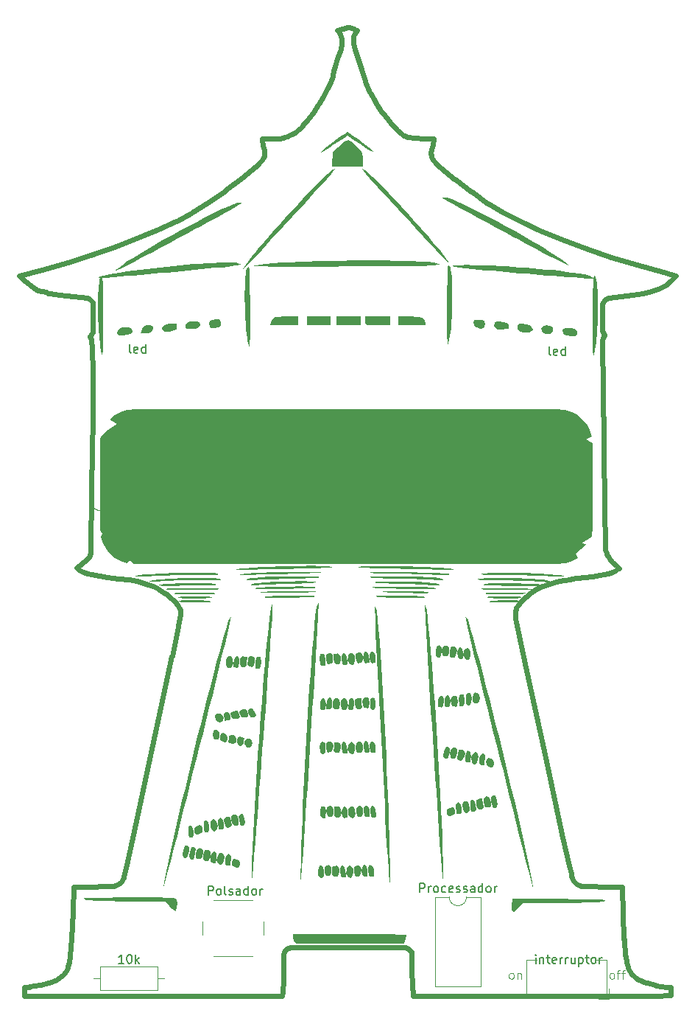
<source format=gbr>
G04 #@! TF.GenerationSoftware,KiCad,Pcbnew,5.0.0-fee4fd1~66~ubuntu18.04.1*
G04 #@! TF.CreationDate,2018-08-08T07:38:06+02:00*
G04 #@! TF.ProjectId,Saba-TIC18,536162612D54494331382E6B69636164,rev?*
G04 #@! TF.SameCoordinates,Original*
G04 #@! TF.FileFunction,Legend,Top*
G04 #@! TF.FilePolarity,Positive*
%FSLAX46Y46*%
G04 Gerber Fmt 4.6, Leading zero omitted, Abs format (unit mm)*
G04 Created by KiCad (PCBNEW 5.0.0-fee4fd1~66~ubuntu18.04.1) date Wed Aug  8 07:38:06 2018*
%MOMM*%
%LPD*%
G01*
G04 APERTURE LIST*
%ADD10C,0.100000*%
%ADD11C,0.010000*%
%ADD12C,0.600000*%
%ADD13C,0.120000*%
%ADD14C,0.150000*%
G04 APERTURE END LIST*
D10*
X172077142Y-144724380D02*
X171981904Y-144676761D01*
X171934285Y-144629142D01*
X171886666Y-144533904D01*
X171886666Y-144248190D01*
X171934285Y-144152952D01*
X171981904Y-144105333D01*
X172077142Y-144057714D01*
X172220000Y-144057714D01*
X172315238Y-144105333D01*
X172362857Y-144152952D01*
X172410476Y-144248190D01*
X172410476Y-144533904D01*
X172362857Y-144629142D01*
X172315238Y-144676761D01*
X172220000Y-144724380D01*
X172077142Y-144724380D01*
X172696190Y-144057714D02*
X173077142Y-144057714D01*
X172839047Y-144724380D02*
X172839047Y-143867238D01*
X172886666Y-143772000D01*
X172981904Y-143724380D01*
X173077142Y-143724380D01*
X173267619Y-144057714D02*
X173648571Y-144057714D01*
X173410476Y-144724380D02*
X173410476Y-143867238D01*
X173458095Y-143772000D01*
X173553333Y-143724380D01*
X173648571Y-143724380D01*
X160512190Y-144724380D02*
X160416952Y-144676761D01*
X160369333Y-144629142D01*
X160321714Y-144533904D01*
X160321714Y-144248190D01*
X160369333Y-144152952D01*
X160416952Y-144105333D01*
X160512190Y-144057714D01*
X160655047Y-144057714D01*
X160750285Y-144105333D01*
X160797904Y-144152952D01*
X160845523Y-144248190D01*
X160845523Y-144533904D01*
X160797904Y-144629142D01*
X160750285Y-144676761D01*
X160655047Y-144724380D01*
X160512190Y-144724380D01*
X161274095Y-144057714D02*
X161274095Y-144724380D01*
X161274095Y-144152952D02*
X161321714Y-144105333D01*
X161416952Y-144057714D01*
X161559809Y-144057714D01*
X161655047Y-144105333D01*
X161702666Y-144200571D01*
X161702666Y-144724380D01*
D11*
X113030000Y-90932000D02*
X169672000Y-91694000D01*
X112522000Y-90678000D02*
X113030000Y-90932000D01*
D10*
G04 #@! TO.C,svg2mod*
G36*
X117439301Y-98526320D02*
X117349928Y-98466960D01*
X117851315Y-98363191D01*
X118361992Y-98308480D01*
X118874103Y-98267155D01*
X119386707Y-98233408D01*
X119899677Y-98204902D01*
X120413002Y-98180431D01*
X120926607Y-98159285D01*
X121439827Y-98141031D01*
X121953590Y-98125334D01*
X122467356Y-98112001D01*
X122980999Y-98100889D01*
X123494599Y-98091898D01*
X123997780Y-98085773D01*
X124501130Y-98083339D01*
X125004282Y-98085376D01*
X125507257Y-98093150D01*
X126010280Y-98109184D01*
X126512500Y-98139793D01*
X127005638Y-98228078D01*
X126994957Y-98287918D01*
X126543169Y-98335588D01*
X126088470Y-98349399D01*
X125633380Y-98355712D01*
X125178438Y-98358543D01*
X124723262Y-98359390D01*
X124201899Y-98360131D01*
X123680678Y-98362168D01*
X123159620Y-98365631D01*
X122638542Y-98370717D01*
X122117431Y-98377683D01*
X121596267Y-98386893D01*
X121074956Y-98398887D01*
X120553569Y-98414513D01*
X120032345Y-98435270D01*
X119511935Y-98464322D01*
X118994171Y-98495799D01*
X118476142Y-98520030D01*
X117957429Y-98535251D01*
X117439344Y-98526314D01*
X117439301Y-98526324D01*
X117439301Y-98526320D01*
X117439301Y-98526320D01*
G37*
G36*
X118952426Y-99114078D02*
X118990060Y-99008924D01*
X119472609Y-98923828D01*
X119959936Y-98869707D01*
X120448428Y-98828541D01*
X120937581Y-98795162D01*
X121426952Y-98767236D01*
X121916655Y-98743442D01*
X122406296Y-98722976D01*
X122904018Y-98706120D01*
X123401972Y-98693846D01*
X123899975Y-98685861D01*
X124398097Y-98682098D01*
X124896062Y-98682733D01*
X125394303Y-98688239D01*
X125892096Y-98699582D01*
X126389880Y-98718764D01*
X126886716Y-98750620D01*
X127335105Y-98900128D01*
X126880446Y-98949877D01*
X126418648Y-98953531D01*
X125956492Y-98952234D01*
X125494415Y-98949038D01*
X125032146Y-98944926D01*
X124570145Y-98940328D01*
X124057155Y-98935989D01*
X123543899Y-98935354D01*
X123030695Y-98941989D01*
X122517675Y-98957896D01*
X122004735Y-98981082D01*
X121492330Y-99008246D01*
X120979966Y-99037241D01*
X120473533Y-99065831D01*
X119966481Y-99092653D01*
X119459510Y-99115042D01*
X118952423Y-99114090D01*
X118952426Y-99114095D01*
X118952426Y-99114078D01*
X118952426Y-99114078D01*
G37*
G36*
X120075466Y-99579636D02*
X119889526Y-99566994D01*
X119880077Y-99533312D01*
X120221994Y-99429384D01*
X120710639Y-99388933D01*
X121200389Y-99361081D01*
X121690603Y-99338753D01*
X122180584Y-99320079D01*
X122670670Y-99304280D01*
X123161010Y-99291059D01*
X123651437Y-99280412D01*
X124141888Y-99272612D01*
X124632424Y-99268366D01*
X125123435Y-99269371D01*
X125613805Y-99281381D01*
X126024117Y-99306183D01*
X126433392Y-99344202D01*
X126832495Y-99429223D01*
X126808550Y-99463993D01*
X126316745Y-99529049D01*
X125819033Y-99548874D01*
X125321565Y-99561550D01*
X124796883Y-99567940D01*
X124272549Y-99571763D01*
X123748110Y-99574761D01*
X123223485Y-99577248D01*
X122698965Y-99579311D01*
X122174034Y-99581005D01*
X121649368Y-99582301D01*
X121124941Y-99583069D01*
X120600190Y-99582996D01*
X120075450Y-99579607D01*
X120075466Y-99579629D01*
X120075466Y-99579636D01*
X120075466Y-99579636D01*
G37*
G36*
X121654868Y-100064219D02*
X121204077Y-100051138D01*
X120768053Y-99989029D01*
X121244567Y-99907926D01*
X121733297Y-99883711D01*
X122222432Y-99869561D01*
X122711580Y-99860483D01*
X123200491Y-99854572D01*
X123689764Y-99850858D01*
X124178863Y-99848767D01*
X124667558Y-99847947D01*
X125108530Y-99847885D01*
X125549202Y-99848520D01*
X125989795Y-99850954D01*
X126430510Y-99859278D01*
X126869567Y-99896675D01*
X127026220Y-99953683D01*
X126548805Y-100032525D01*
X126052143Y-100049948D01*
X125563478Y-100058251D01*
X125075097Y-100062857D01*
X124586427Y-100066088D01*
X124097733Y-100068416D01*
X123609091Y-100069977D01*
X123120710Y-100070771D01*
X122632170Y-100070661D01*
X122143490Y-100069179D01*
X121654868Y-100064213D01*
X121654868Y-100064209D01*
X121654868Y-100064219D01*
X121654868Y-100064219D01*
G37*
G36*
X122976832Y-100556943D02*
X122532482Y-100541338D01*
X122089147Y-100512648D01*
X121654868Y-100440789D01*
X122168369Y-100382031D01*
X122688864Y-100362886D01*
X123209479Y-100352056D01*
X123730226Y-100346537D01*
X124250982Y-100345320D01*
X124771924Y-100348059D01*
X125251027Y-100353633D01*
X125729872Y-100362801D01*
X126208830Y-100379256D01*
X126678333Y-100441050D01*
X126236250Y-100519344D01*
X125784890Y-100552008D01*
X125317006Y-100559284D01*
X124848840Y-100561998D01*
X124380858Y-100563215D01*
X123912939Y-100563243D01*
X123444776Y-100561815D01*
X122976832Y-100556938D01*
X122976832Y-100556950D01*
X122976832Y-100556943D01*
X122976832Y-100556943D01*
G37*
G36*
X122969874Y-101026909D02*
X122554109Y-101004258D01*
X122142990Y-100949316D01*
X122306325Y-100882130D01*
X122784220Y-100829017D01*
X123264389Y-100802229D01*
X123745057Y-100786991D01*
X124226135Y-100779945D01*
X124707396Y-100780289D01*
X125188309Y-100788804D01*
X125668802Y-100808711D01*
X126147444Y-100853658D01*
X126261109Y-100949191D01*
X125977166Y-100992573D01*
X125690341Y-101014923D01*
X125237297Y-101026393D01*
X124784060Y-101031303D01*
X124330441Y-101034034D01*
X123876995Y-101035013D01*
X123423239Y-101033848D01*
X122969874Y-101026940D01*
X122969874Y-101026907D01*
X122969874Y-101026909D01*
X122969874Y-101026909D01*
G37*
G36*
X123380379Y-101501824D02*
X123022614Y-101492915D01*
X122665179Y-101475844D01*
X122311433Y-101424233D01*
X122317733Y-101346135D01*
X122791352Y-101271642D01*
X123269916Y-101234980D01*
X123749462Y-101215443D01*
X124229277Y-101216025D01*
X124639841Y-101235035D01*
X125050162Y-101261696D01*
X125460070Y-101295148D01*
X125868352Y-101342206D01*
X126086124Y-101451849D01*
X125720859Y-101481792D01*
X125354349Y-101494177D01*
X124987666Y-101502485D01*
X124586133Y-101509594D01*
X124184118Y-101513044D01*
X123782214Y-101509242D01*
X123380435Y-101501850D01*
X123380379Y-101501837D01*
X123380379Y-101501824D01*
X123380379Y-101501824D01*
G37*
G36*
X129004471Y-97728043D02*
X128896233Y-97716282D01*
X129077967Y-97680982D01*
X129587351Y-97610795D01*
X130099053Y-97562782D01*
X130611844Y-97523740D01*
X131124765Y-97490194D01*
X131638208Y-97460559D01*
X132151777Y-97434025D01*
X132665278Y-97410109D01*
X133178834Y-97388503D01*
X133692663Y-97369019D01*
X134206905Y-97351560D01*
X134720696Y-97336126D01*
X135234869Y-97322728D01*
X135748817Y-97311483D01*
X136263162Y-97302561D01*
X136777408Y-97296259D01*
X137291430Y-97293018D01*
X137805788Y-97293547D01*
X138320112Y-97299050D01*
X138834324Y-97311824D01*
X139248019Y-97328779D01*
X139660988Y-97356037D01*
X140012236Y-97470646D01*
X139492655Y-97513127D01*
X138970516Y-97534145D01*
X138448178Y-97551536D01*
X137925782Y-97567115D01*
X137403389Y-97581572D01*
X136880908Y-97595258D01*
X136358499Y-97608377D01*
X135836034Y-97621061D01*
X135313831Y-97633396D01*
X134791353Y-97645455D01*
X134268706Y-97657287D01*
X133742368Y-97669035D01*
X133215791Y-97680624D01*
X132689183Y-97691995D01*
X132162644Y-97703066D01*
X131636038Y-97713707D01*
X131109827Y-97723703D01*
X130583608Y-97732680D01*
X130056939Y-97739840D01*
X129530281Y-97742959D01*
X129004471Y-97728087D01*
X129004471Y-97728044D01*
X129004471Y-97728043D01*
X129004471Y-97728043D01*
G37*
G36*
X129220946Y-98321396D02*
X129534427Y-98226301D01*
X129959501Y-98183219D01*
X130385504Y-98150220D01*
X130811470Y-98123743D01*
X131238084Y-98102640D01*
X131687074Y-98084749D01*
X132136617Y-98069244D01*
X132585988Y-98055364D01*
X133035158Y-98042646D01*
X133484735Y-98030782D01*
X133934156Y-98019590D01*
X134414698Y-98011065D01*
X134895131Y-98005567D01*
X135375230Y-98001545D01*
X135855388Y-97998532D01*
X136335718Y-97996336D01*
X136816392Y-97994934D01*
X137296582Y-97994351D01*
X137777073Y-97994828D01*
X138257527Y-97997050D01*
X138737550Y-98008083D01*
X138615532Y-98062601D01*
X138121619Y-98109907D01*
X137626417Y-98136054D01*
X137130646Y-98155842D01*
X136634965Y-98172561D01*
X136138752Y-98187526D01*
X135642997Y-98201342D01*
X135146922Y-98214397D01*
X134650894Y-98226898D01*
X134154586Y-98239000D01*
X133658646Y-98250790D01*
X133211108Y-98261432D01*
X132763264Y-98272306D01*
X132315666Y-98283408D01*
X131867906Y-98294785D01*
X131420080Y-98306562D01*
X130972410Y-98319405D01*
X130534491Y-98329903D01*
X130096563Y-98334914D01*
X129658275Y-98334987D01*
X129220943Y-98321416D01*
X129220946Y-98321396D01*
X129220946Y-98321396D01*
G37*
G36*
X130117785Y-98933917D02*
X130263846Y-98785779D01*
X130700194Y-98698399D01*
X131143257Y-98649703D01*
X131587887Y-98612692D01*
X132032675Y-98582290D01*
X132477884Y-98556340D01*
X133004074Y-98533453D01*
X133530169Y-98517208D01*
X134056322Y-98504783D01*
X134582790Y-98495163D01*
X135109438Y-98487932D01*
X135636009Y-98482973D01*
X136162821Y-98480407D01*
X136689392Y-98480668D01*
X137215585Y-98484780D01*
X137742119Y-98495636D01*
X138219753Y-98512831D01*
X138690192Y-98571585D01*
X138206918Y-98668358D01*
X137690485Y-98698970D01*
X137173778Y-98721071D01*
X136656496Y-98739285D01*
X136139191Y-98755250D01*
X135622203Y-98769757D01*
X135105080Y-98783275D01*
X134613043Y-98795953D01*
X134120717Y-98809056D01*
X133628891Y-98822629D01*
X133136549Y-98836797D01*
X132644760Y-98851675D01*
X132152889Y-98867518D01*
X131660994Y-98884769D01*
X131168747Y-98904507D01*
X130677223Y-98931866D01*
X130396643Y-98948522D01*
X130117785Y-98933877D01*
X130117785Y-98933913D01*
X130117785Y-98933917D01*
X130117785Y-98933917D01*
G37*
G36*
X130540248Y-99526755D02*
X130783699Y-99365619D01*
X131110166Y-99298242D01*
X131597306Y-99244236D01*
X132085838Y-99205649D01*
X132574597Y-99174936D01*
X133064087Y-99149515D01*
X133553535Y-99128245D01*
X134043088Y-99110491D01*
X134532863Y-99095924D01*
X135022858Y-99084396D01*
X135512454Y-99075916D01*
X136002280Y-99070592D01*
X136492479Y-99068687D01*
X136921365Y-99069746D01*
X137350155Y-99074185D01*
X137778782Y-99086229D01*
X138189400Y-99155127D01*
X137704813Y-99246845D01*
X137206179Y-99280716D01*
X136706759Y-99305855D01*
X136207697Y-99327008D01*
X135708084Y-99345931D01*
X135208397Y-99363425D01*
X134708832Y-99379946D01*
X134209669Y-99395763D01*
X133734068Y-99411011D01*
X133258313Y-99427134D01*
X132782475Y-99444179D01*
X132306903Y-99462308D01*
X131831277Y-99482019D01*
X131356157Y-99505289D01*
X130947571Y-99528110D01*
X130540248Y-99526760D01*
X130540248Y-99526764D01*
X130540248Y-99526755D01*
X130540248Y-99526755D01*
G37*
G36*
X131815325Y-99940073D02*
X131418035Y-99932694D01*
X131021115Y-99915583D01*
X131454555Y-99811428D01*
X131960883Y-99761692D01*
X132468600Y-99730785D01*
X132976476Y-99709838D01*
X133484732Y-99694442D01*
X133993195Y-99682367D01*
X134474062Y-99674194D01*
X134955114Y-99668894D01*
X135435913Y-99665534D01*
X135916822Y-99663788D01*
X136397837Y-99663596D01*
X136878765Y-99665237D01*
X137359592Y-99669629D01*
X137840517Y-99682961D01*
X138239446Y-99763865D01*
X137761963Y-99845026D01*
X137275587Y-99874683D01*
X136788264Y-99893706D01*
X136300928Y-99907118D01*
X135813605Y-99916892D01*
X135325883Y-99924049D01*
X134838661Y-99929182D01*
X134413145Y-99932960D01*
X133987562Y-99936860D01*
X133562168Y-99940884D01*
X133137141Y-99945139D01*
X132696642Y-99946488D01*
X132255915Y-99944557D01*
X131815325Y-99940085D01*
X131815325Y-99940087D01*
X131815325Y-99940073D01*
X131815325Y-99940073D01*
G37*
G36*
X132261410Y-100390952D02*
X131985386Y-100379453D01*
X131710389Y-100357525D01*
X131759583Y-100317761D01*
X132239357Y-100262200D01*
X132721936Y-100235432D01*
X133204639Y-100217684D01*
X133687567Y-100204349D01*
X134170305Y-100193594D01*
X134659424Y-100185669D01*
X135148427Y-100181299D01*
X135637753Y-100180055D01*
X136126912Y-100181854D01*
X136616298Y-100186910D01*
X137105322Y-100196025D01*
X137594174Y-100211583D01*
X138081000Y-100252941D01*
X138056182Y-100281468D01*
X137531344Y-100329904D01*
X137004765Y-100355616D01*
X136477802Y-100374005D01*
X135951101Y-100387882D01*
X135423951Y-100398333D01*
X134897020Y-100405784D01*
X134369967Y-100410356D01*
X133842798Y-100411890D01*
X133315587Y-100409959D01*
X132788545Y-100403649D01*
X132261405Y-100390933D01*
X132261410Y-100390940D01*
X132261410Y-100390952D01*
X132261410Y-100390952D01*
G37*
G36*
X132389328Y-100965763D02*
X132074458Y-100928503D01*
X132369649Y-100829203D01*
X132875027Y-100789226D01*
X133381381Y-100765588D01*
X133888074Y-100747168D01*
X134395000Y-100732023D01*
X134901748Y-100719490D01*
X135408899Y-100709367D01*
X135915753Y-100701816D01*
X136422766Y-100697400D01*
X136930160Y-100697638D01*
X137437086Y-100708115D01*
X137801264Y-100727406D01*
X138091059Y-100817302D01*
X137687932Y-100874675D01*
X137279958Y-100896945D01*
X136871412Y-100913204D01*
X136462962Y-100926740D01*
X135953858Y-100941194D01*
X135444572Y-100953262D01*
X134935355Y-100963134D01*
X134426202Y-100970825D01*
X133917017Y-100976146D01*
X133407781Y-100978580D01*
X132898432Y-100976754D01*
X132389328Y-100965750D01*
X132389328Y-100965763D01*
X132389328Y-100965763D01*
G37*
G36*
X152766523Y-97764824D02*
X152252255Y-97740138D01*
X151737857Y-97722260D01*
X151223176Y-97707142D01*
X150708289Y-97693622D01*
X150193701Y-97681184D01*
X149678867Y-97669521D01*
X149164409Y-97658467D01*
X148649823Y-97647886D01*
X148135206Y-97637694D01*
X147620361Y-97627825D01*
X147104667Y-97617948D01*
X146588830Y-97607743D01*
X146073059Y-97597120D01*
X145557254Y-97585939D01*
X145041417Y-97573985D01*
X144525789Y-97560894D01*
X144010053Y-97545913D01*
X143494557Y-97527085D01*
X142980945Y-97485202D01*
X142993804Y-97391730D01*
X143486104Y-97332646D01*
X143983203Y-97313466D01*
X144480254Y-97303946D01*
X144977478Y-97300054D01*
X145474945Y-97300229D01*
X145972198Y-97303690D01*
X146469133Y-97309992D01*
X146977646Y-97318493D01*
X147486212Y-97328402D01*
X147994858Y-97339750D01*
X148503419Y-97352582D01*
X149012273Y-97366978D01*
X149520868Y-97383031D01*
X150029236Y-97400879D01*
X150537847Y-97420744D01*
X151046215Y-97442895D01*
X151554567Y-97467771D01*
X152062400Y-97496010D01*
X152569916Y-97528759D01*
X153077374Y-97568289D01*
X153583231Y-97620397D01*
X153850280Y-97665767D01*
X153975126Y-97773303D01*
X153572436Y-97782957D01*
X153169412Y-97778750D01*
X152766536Y-97764833D01*
X152766523Y-97764823D01*
X152766523Y-97764824D01*
X152766523Y-97764824D01*
G37*
G36*
X152185979Y-98337270D02*
X151713420Y-98315569D01*
X151241372Y-98291121D01*
X150769384Y-98268917D01*
X150297085Y-98252370D01*
X149824600Y-98239519D01*
X149352443Y-98229140D01*
X148880029Y-98220448D01*
X148407864Y-98212961D01*
X147935263Y-98206343D01*
X147462929Y-98200380D01*
X147022077Y-98194622D01*
X146581213Y-98188016D01*
X146140586Y-98180533D01*
X145699767Y-98171879D01*
X145258836Y-98160428D01*
X144893777Y-98143055D01*
X144528681Y-98116843D01*
X144167358Y-98066590D01*
X144440414Y-98007048D01*
X144737332Y-97990794D01*
X145266250Y-97986683D01*
X145795321Y-97989882D01*
X146324329Y-97995570D01*
X146852966Y-98002735D01*
X147381876Y-98010974D01*
X147910371Y-98020076D01*
X148439114Y-98029942D01*
X148967998Y-98040525D01*
X149496839Y-98051815D01*
X150025598Y-98063846D01*
X150554093Y-98076691D01*
X151082458Y-98090500D01*
X151611106Y-98105560D01*
X152139706Y-98122409D01*
X152668122Y-98142440D01*
X153167528Y-98169502D01*
X153652969Y-98268001D01*
X153677391Y-98310242D01*
X153182890Y-98352592D01*
X152684526Y-98351560D01*
X152185966Y-98337275D01*
X152185979Y-98337274D01*
X152185979Y-98337270D01*
X152185979Y-98337270D01*
G37*
G36*
X152067901Y-98952571D02*
X151871112Y-98915400D01*
X151383657Y-98881017D01*
X150895231Y-98861570D01*
X150406947Y-98845544D01*
X149918503Y-98831304D01*
X149429968Y-98818215D01*
X148941823Y-98805960D01*
X148453484Y-98794323D01*
X147964748Y-98783174D01*
X147496139Y-98772392D01*
X147027581Y-98760885D01*
X146559242Y-98748392D01*
X146090569Y-98734475D01*
X145622008Y-98718422D01*
X145153884Y-98698825D01*
X144686061Y-98672157D01*
X144220529Y-98622811D01*
X144432301Y-98512561D01*
X144956126Y-98490762D01*
X145480647Y-98486299D01*
X146004797Y-98486250D01*
X146528889Y-98488816D01*
X147053050Y-98493364D01*
X147577152Y-98499593D01*
X148101482Y-98507398D01*
X148625661Y-98516791D01*
X149150179Y-98527911D01*
X149674430Y-98541021D01*
X150198363Y-98556634D01*
X150716124Y-98574766D01*
X151233995Y-98598340D01*
X151750629Y-98638029D01*
X152264698Y-98706438D01*
X152619240Y-98774547D01*
X152782480Y-98930284D01*
X152425964Y-98959613D01*
X152067901Y-98952551D01*
X152067901Y-98952556D01*
X152067901Y-98952571D01*
X152067901Y-98952571D01*
G37*
G36*
X151231532Y-99503987D02*
X150740672Y-99463478D01*
X150248904Y-99435269D01*
X149756707Y-99414187D01*
X149264461Y-99397108D01*
X148772193Y-99382376D01*
X148280123Y-99369096D01*
X147787636Y-99356738D01*
X147266439Y-99343702D01*
X146745106Y-99329726D01*
X146223620Y-99314092D01*
X145702209Y-99295201D01*
X145181260Y-99268188D01*
X144668619Y-99188595D01*
X145100287Y-99101139D01*
X145592621Y-99085658D01*
X146085370Y-99077321D01*
X146584565Y-99074255D01*
X147083897Y-99075895D01*
X147583179Y-99080647D01*
X148082197Y-99088034D01*
X148581227Y-99098086D01*
X149079969Y-99111381D01*
X149578460Y-99129841D01*
X150043968Y-99154273D01*
X150508997Y-99184299D01*
X150973656Y-99219600D01*
X151438140Y-99261479D01*
X151900629Y-99317281D01*
X152279422Y-99434902D01*
X152308074Y-99508068D01*
X151951061Y-99538196D01*
X151590968Y-99529488D01*
X151231561Y-99504025D01*
X151231532Y-99504001D01*
X151231532Y-99503987D01*
X151231532Y-99503987D01*
G37*
G36*
X149499744Y-99965054D02*
X149014829Y-99959130D01*
X148530009Y-99950584D01*
X148045213Y-99940167D01*
X147560589Y-99928227D01*
X147075817Y-99914902D01*
X146590804Y-99900194D01*
X146106360Y-99883967D01*
X145621508Y-99865751D01*
X145136760Y-99844285D01*
X144653694Y-99808691D01*
X144639565Y-99734172D01*
X145145369Y-99694872D01*
X145653346Y-99684014D01*
X146161361Y-99678836D01*
X146669446Y-99676481D01*
X147177570Y-99675846D01*
X147680792Y-99676561D01*
X148184389Y-99678968D01*
X148687709Y-99683569D01*
X149191131Y-99691115D01*
X149694345Y-99702678D01*
X150197278Y-99719852D01*
X150700124Y-99745088D01*
X151202002Y-99782026D01*
X151607645Y-99827354D01*
X151993601Y-99922856D01*
X151562957Y-99949464D01*
X151131075Y-99962746D01*
X150699204Y-99971535D01*
X150267234Y-99973255D01*
X149883326Y-99968686D01*
X149499739Y-99965037D01*
X149499744Y-99965082D01*
X149499744Y-99965054D01*
X149499744Y-99965054D01*
G37*
G36*
X149991726Y-100440267D02*
X149509777Y-100428284D01*
X149027429Y-100415875D01*
X148545292Y-100403310D01*
X148043634Y-100390169D01*
X147541828Y-100377029D01*
X147039715Y-100363893D01*
X146538120Y-100350788D01*
X146036020Y-100337699D01*
X145534291Y-100324684D01*
X145032522Y-100312027D01*
X145273748Y-100288489D01*
X145544189Y-100271945D01*
X146015245Y-100252125D01*
X146486286Y-100239467D01*
X146957712Y-100230498D01*
X147428798Y-100224193D01*
X147900330Y-100220171D01*
X148371608Y-100218425D01*
X148842829Y-100219245D01*
X149314128Y-100223489D01*
X149785097Y-100233683D01*
X150290891Y-100252739D01*
X150796295Y-100279706D01*
X151296781Y-100343742D01*
X151127633Y-100417541D01*
X150749088Y-100436366D01*
X150370237Y-100442531D01*
X149991726Y-100440256D01*
X149991726Y-100440269D01*
X149991726Y-100440267D01*
X149991726Y-100440267D01*
G37*
G36*
X147925394Y-100984607D02*
X147415510Y-100973801D01*
X146906142Y-100959884D01*
X146396417Y-100942250D01*
X145887007Y-100919699D01*
X145378565Y-100889075D01*
X144873235Y-100827380D01*
X144825893Y-100790993D01*
X145289665Y-100709237D01*
X145771212Y-100696037D01*
X146252965Y-100694291D01*
X146734793Y-100698225D01*
X147200481Y-100704437D01*
X147665938Y-100711727D01*
X148131700Y-100720336D01*
X148597359Y-100730610D01*
X149062838Y-100743120D01*
X149528139Y-100758918D01*
X149993602Y-100780452D01*
X150457919Y-100817870D01*
X150754308Y-100955696D01*
X150251804Y-100985823D01*
X149747857Y-100998242D01*
X149243913Y-101001970D01*
X148804170Y-100997827D01*
X148364721Y-100991871D01*
X147925394Y-100984627D01*
X147925394Y-100984620D01*
X147925394Y-100984607D01*
X147925394Y-100984607D01*
G37*
G36*
X165464977Y-98515310D02*
X164995202Y-98495072D01*
X164526138Y-98468189D01*
X164061540Y-98440325D01*
X163596643Y-98420931D01*
X163131482Y-98408426D01*
X162666747Y-98399878D01*
X162201662Y-98393419D01*
X161736374Y-98388104D01*
X161271429Y-98383442D01*
X160806358Y-98379153D01*
X160325298Y-98374679D01*
X159844140Y-98369747D01*
X159362694Y-98364125D01*
X158881681Y-98357439D01*
X158400473Y-98348967D01*
X157919106Y-98337142D01*
X157438331Y-98317201D01*
X157092817Y-98210930D01*
X157574679Y-98151169D01*
X158060253Y-98123651D01*
X158546576Y-98105032D01*
X159032811Y-98092364D01*
X159519160Y-98084752D01*
X160006028Y-98082133D01*
X160516192Y-98084567D01*
X161026573Y-98091327D01*
X161536761Y-98101860D01*
X162046775Y-98115820D01*
X162556820Y-98133025D01*
X163066738Y-98153422D01*
X163576368Y-98177086D01*
X164085599Y-98204262D01*
X164594995Y-98235486D01*
X165103670Y-98271657D01*
X165612128Y-98314753D01*
X166119374Y-98369666D01*
X166619516Y-98465790D01*
X166680656Y-98491658D01*
X166592094Y-98503292D01*
X166216931Y-98522268D01*
X165841125Y-98523300D01*
X165464980Y-98515312D01*
X165464977Y-98515334D01*
X165464977Y-98515310D01*
X165464977Y-98515310D01*
G37*
G36*
X164673354Y-99177271D02*
X164265473Y-99140695D01*
X163857290Y-99107970D01*
X163448918Y-99077594D01*
X163039965Y-99050517D01*
X162537204Y-99026013D01*
X162034305Y-99009355D01*
X161530919Y-98997610D01*
X161027349Y-98988802D01*
X160524019Y-98981791D01*
X160020646Y-98975912D01*
X159517356Y-98970776D01*
X159045463Y-98965919D01*
X158573770Y-98960283D01*
X158102076Y-98953475D01*
X157630652Y-98944726D01*
X157158688Y-98931975D01*
X156688447Y-98900657D01*
X156698289Y-98814885D01*
X157175685Y-98749833D01*
X157657073Y-98720093D01*
X158139109Y-98700974D01*
X158621053Y-98688401D01*
X159103434Y-98680858D01*
X159585668Y-98677751D01*
X160068223Y-98678969D01*
X160550636Y-98684744D01*
X161032974Y-98695772D01*
X161514814Y-98713428D01*
X162039967Y-98739124D01*
X162564811Y-98769199D01*
X163089249Y-98804501D01*
X163613410Y-98846505D01*
X164136631Y-98898050D01*
X164657781Y-98966525D01*
X165151962Y-99115268D01*
X165020255Y-99205616D01*
X164673352Y-99177256D01*
X164673354Y-99177278D01*
X164673354Y-99177271D01*
X164673354Y-99177271D01*
G37*
G36*
X161180265Y-99601120D02*
X160680025Y-99595452D01*
X160179872Y-99589192D01*
X159680040Y-99582160D01*
X159179986Y-99574061D01*
X158679942Y-99564409D01*
X158179911Y-99552238D01*
X157680147Y-99535043D01*
X157182321Y-99493654D01*
X157249302Y-99417250D01*
X157672046Y-99347654D01*
X158099575Y-99317105D01*
X158527933Y-99299317D01*
X158956487Y-99287366D01*
X159464100Y-99280574D01*
X159971696Y-99281156D01*
X160479145Y-99286824D01*
X160986788Y-99296568D01*
X161494132Y-99309961D01*
X162001560Y-99326985D01*
X162508838Y-99348024D01*
X163015706Y-99374157D01*
X163522348Y-99408379D01*
X164026266Y-99466046D01*
X164069792Y-99604776D01*
X163588637Y-99618002D01*
X163106696Y-99617605D01*
X162624958Y-99614766D01*
X162143274Y-99610790D01*
X161661740Y-99606157D01*
X161180257Y-99601103D01*
X161180265Y-99601115D01*
X161180265Y-99601120D01*
X161180265Y-99601120D01*
G37*
G36*
X158464513Y-100057594D02*
X158001283Y-100045116D01*
X157538288Y-100024807D01*
X157077953Y-99976057D01*
X157175515Y-99888616D01*
X157677229Y-99855765D01*
X158180289Y-99846242D01*
X158683191Y-99842475D01*
X159186216Y-99842220D01*
X159689340Y-99844707D01*
X160192194Y-99849668D01*
X160695357Y-99857140D01*
X161198418Y-99867432D01*
X161701316Y-99881283D01*
X162203599Y-99900375D01*
X162694671Y-99927375D01*
X163184094Y-99972177D01*
X162970147Y-100038035D01*
X162469926Y-100052346D01*
X161969159Y-100058622D01*
X161468332Y-100062745D01*
X160967524Y-100065496D01*
X160467088Y-100067110D01*
X159966531Y-100067613D01*
X159465926Y-100066819D01*
X158965316Y-100064147D01*
X158464518Y-100057569D01*
X158464513Y-100057606D01*
X158464513Y-100057594D01*
X158464513Y-100057594D01*
G37*
G36*
X158399626Y-100551549D02*
X157881355Y-100528695D01*
X157382142Y-100433651D01*
X157873259Y-100381119D01*
X158371160Y-100367072D01*
X158869090Y-100360280D01*
X159367292Y-100357606D01*
X159865373Y-100357835D01*
X160363570Y-100360348D01*
X160863138Y-100364579D01*
X161362375Y-100370937D01*
X161861672Y-100381957D01*
X162357880Y-100423234D01*
X162097051Y-100501620D01*
X161810002Y-100532307D01*
X161322970Y-100548048D01*
X160835944Y-100554876D01*
X160348436Y-100558985D01*
X159861346Y-100561155D01*
X159374079Y-100561411D01*
X158886690Y-100559162D01*
X158399626Y-100551547D01*
X158399626Y-100551563D01*
X158399626Y-100551549D01*
X158399626Y-100551549D01*
G37*
G36*
X158779377Y-101025424D02*
X158260667Y-101000058D01*
X157744277Y-100949223D01*
X157952845Y-100826874D01*
X158459557Y-100800003D01*
X158967274Y-100793074D01*
X159474869Y-100792571D01*
X159982930Y-100796680D01*
X160490559Y-100805356D01*
X160998231Y-100820194D01*
X161504972Y-100849703D01*
X161847515Y-100914222D01*
X161557507Y-101006616D01*
X161094926Y-101023713D01*
X160632024Y-101030854D01*
X160168752Y-101034678D01*
X159705459Y-101035868D01*
X159242504Y-101033910D01*
X158779375Y-101025407D01*
X158779377Y-101025423D01*
X158779377Y-101025424D01*
X158779377Y-101025424D01*
G37*
G36*
X158215132Y-101479958D02*
X157931155Y-101439412D01*
X157921947Y-101389673D01*
X158325114Y-101306603D01*
X158738721Y-101279493D01*
X159153289Y-101263097D01*
X159647814Y-101250169D01*
X160142058Y-101244558D01*
X160636935Y-101247865D01*
X161131065Y-101262594D01*
X161447094Y-101281835D01*
X161741126Y-101362058D01*
X161366325Y-101460473D01*
X160841341Y-101476917D01*
X160316022Y-101484347D01*
X159790800Y-101488799D01*
X159265377Y-101490890D01*
X158739928Y-101489990D01*
X158215129Y-101479949D01*
X158215132Y-101479966D01*
X158215132Y-101479958D01*
X158215132Y-101479958D01*
G37*
G36*
X121765921Y-135419319D02*
X122094234Y-135602006D01*
X122179312Y-136143058D01*
X122136382Y-136574518D01*
X121985896Y-136940176D01*
X121576268Y-136720908D01*
X121214497Y-136326559D01*
X120853373Y-135901484D01*
X120342949Y-135895557D01*
X119832669Y-135889631D01*
X119322428Y-135883704D01*
X118811955Y-135877777D01*
X118301436Y-135871851D01*
X117790960Y-135865924D01*
X117279879Y-135859442D01*
X116768960Y-135851840D01*
X116258136Y-135843080D01*
X115747057Y-135833084D01*
X115236081Y-135821762D01*
X114725262Y-135808972D01*
X114214492Y-135794497D01*
X113703851Y-135778006D01*
X113193248Y-135758940D01*
X112682622Y-135736270D01*
X112172025Y-135707645D01*
X111661751Y-135663633D01*
X111391226Y-135447051D01*
X111909319Y-135424691D01*
X112428049Y-135415793D01*
X112946586Y-135409366D01*
X113465413Y-135404286D01*
X113984222Y-135400114D01*
X114502808Y-135396637D01*
X115021693Y-135393740D01*
X115540454Y-135391332D01*
X116059409Y-135389374D01*
X116578245Y-135387840D01*
X117096897Y-135386728D01*
X117615558Y-135386040D01*
X118134655Y-135385808D01*
X118653423Y-135386073D01*
X119172112Y-135386919D01*
X119690996Y-135388454D01*
X120209797Y-135390915D01*
X120728829Y-135394740D01*
X121247304Y-135401053D01*
X121765919Y-135419349D01*
X121765921Y-135419340D01*
X121765921Y-135419319D01*
X121765921Y-135419319D01*
G37*
G36*
X169527179Y-135593827D02*
X170025450Y-135605902D01*
X170523499Y-135621346D01*
X171020935Y-135646138D01*
X171495121Y-135764588D01*
X170993680Y-135894537D01*
X170471406Y-135932272D01*
X169948607Y-135955685D01*
X169425831Y-135972327D01*
X168902797Y-135984980D01*
X168379771Y-135994991D01*
X167856579Y-136003138D01*
X167333540Y-136009898D01*
X166810091Y-136015605D01*
X166287240Y-136020476D01*
X165763934Y-136024691D01*
X165278741Y-136028332D01*
X164793725Y-136031972D01*
X164308384Y-136035616D01*
X163823154Y-136039259D01*
X163338131Y-136042900D01*
X162852805Y-136046543D01*
X162367533Y-136050186D01*
X161882610Y-136053827D01*
X161493506Y-136479327D01*
X161202721Y-136782515D01*
X160886327Y-137038295D01*
X160605040Y-136864453D01*
X160615306Y-136280975D01*
X160677049Y-135701175D01*
X160699883Y-135538030D01*
X161209587Y-135539300D01*
X161719143Y-135540570D01*
X162228960Y-135541840D01*
X162738326Y-135543110D01*
X163248135Y-135544380D01*
X163757461Y-135545650D01*
X164267310Y-135546920D01*
X164793529Y-135548613D01*
X165319696Y-135550889D01*
X165845425Y-135553746D01*
X166371280Y-135557151D01*
X166897139Y-135561102D01*
X167423067Y-135565637D01*
X167949352Y-135570844D01*
X168475561Y-135576892D01*
X169001288Y-135584147D01*
X169527166Y-135593719D01*
X169527182Y-135593718D01*
X169527179Y-135593827D01*
X169527179Y-135593827D01*
G37*
G36*
X135776651Y-140648152D02*
X135566090Y-140317364D01*
X135509036Y-139923617D01*
X135509036Y-139602340D01*
X136008513Y-139602340D01*
X136508107Y-139602340D01*
X137007495Y-139602340D01*
X137507037Y-139602340D01*
X138006549Y-139602340D01*
X138506193Y-139602340D01*
X139005832Y-139602340D01*
X139505392Y-139602340D01*
X140005055Y-139602340D01*
X140504483Y-139602340D01*
X141004140Y-139602340D01*
X141503795Y-139602340D01*
X142003236Y-139602340D01*
X142503023Y-139602538D01*
X143002779Y-139603146D01*
X143502717Y-139604178D01*
X144002375Y-139605633D01*
X144502051Y-139607565D01*
X145001494Y-139610026D01*
X145501192Y-139613060D01*
X146001024Y-139616778D01*
X146500766Y-139621326D01*
X147000548Y-139626964D01*
X147500341Y-139634195D01*
X147999485Y-139644300D01*
X148497431Y-139670599D01*
X148415003Y-140171091D01*
X148240674Y-140644085D01*
X147722279Y-140668985D01*
X147202700Y-140678324D01*
X146683173Y-140684796D01*
X146163772Y-140689725D01*
X145644384Y-140693628D01*
X145125028Y-140696763D01*
X144605532Y-140699277D01*
X144086144Y-140701288D01*
X143566534Y-140702822D01*
X143047102Y-140703933D01*
X142527696Y-140704674D01*
X142008324Y-140705018D01*
X141488899Y-140705003D01*
X140969395Y-140704607D01*
X140449838Y-140703813D01*
X139930556Y-140702622D01*
X139411026Y-140700955D01*
X138891485Y-140698786D01*
X138372314Y-140695992D01*
X137853048Y-140692430D01*
X137333539Y-140687840D01*
X136814267Y-140681712D01*
X136295134Y-140672722D01*
X135776651Y-140648099D01*
X135776651Y-140648145D01*
X135776651Y-140648152D01*
X135776651Y-140648152D01*
G37*
G36*
X115528433Y-70831496D02*
X115246998Y-70544537D01*
X115332300Y-70231308D01*
X115575680Y-70012309D01*
X115891984Y-69899073D01*
X116227050Y-69866839D01*
X116599656Y-69903634D01*
X116919434Y-70090742D01*
X116992485Y-70405120D01*
X116721527Y-70628923D01*
X116341497Y-70783847D01*
X115937128Y-70855280D01*
X115528433Y-70831494D01*
X115528433Y-70831496D01*
X115528433Y-70831496D01*
G37*
G36*
X117987008Y-70559970D02*
X118017929Y-70385015D01*
X118085997Y-70073140D01*
X118253740Y-69807072D01*
X118630467Y-69652894D01*
X119038242Y-69617755D01*
X119370394Y-69827604D01*
X119424224Y-70049184D01*
X119245776Y-70422223D01*
X118859498Y-70577671D01*
X118435164Y-70597647D01*
X117976718Y-70606484D01*
X117987008Y-70559962D01*
X117987008Y-70559970D01*
X117987008Y-70559970D01*
G37*
G36*
X120685686Y-70385208D02*
X120398582Y-70085959D01*
X120448221Y-69814864D01*
X120661397Y-69634508D01*
X121128362Y-69511355D01*
X121613142Y-69482656D01*
X122069549Y-69470141D01*
X122083225Y-69524873D01*
X122099119Y-69855959D01*
X122101394Y-70132316D01*
X122028974Y-70195343D01*
X121570046Y-70355828D01*
X121128615Y-70393047D01*
X120685729Y-70385189D01*
X120685686Y-70385216D01*
X120685686Y-70385208D01*
X120685686Y-70385208D01*
G37*
G36*
X123296063Y-70070253D02*
X123125846Y-69895498D01*
X123106228Y-69628907D01*
X123242564Y-69400087D01*
X123659969Y-69222533D01*
X124118489Y-69194231D01*
X124431678Y-69203227D01*
X124732823Y-69274243D01*
X124799045Y-69620504D01*
X124576300Y-69951365D01*
X124211442Y-70068332D01*
X123823296Y-70080715D01*
X123296070Y-70070237D01*
X123296064Y-70070250D01*
X123296063Y-70070253D01*
X123296063Y-70070253D01*
G37*
G36*
X125982813Y-69968412D02*
X125886285Y-69825791D01*
X125813425Y-69467699D01*
X125941262Y-69129440D01*
X126212284Y-69018775D01*
X126505616Y-68973433D01*
X126993626Y-68952902D01*
X127205259Y-69344125D01*
X127165643Y-69679919D01*
X126896406Y-69870440D01*
X126442540Y-69963097D01*
X125982810Y-69968388D01*
X125982813Y-69968391D01*
X125982813Y-69968412D01*
X125982813Y-69968412D01*
G37*
G36*
X132928811Y-69399206D02*
X133006104Y-69062751D01*
X133361881Y-68758264D01*
X133850471Y-68693973D01*
X134360699Y-68671298D01*
X134871294Y-68654894D01*
X135381787Y-68641585D01*
X135892202Y-68633674D01*
X136103755Y-68633677D01*
X136103755Y-69137427D01*
X136103755Y-69641184D01*
X135700993Y-69641184D01*
X135298327Y-69641184D01*
X134895914Y-69641184D01*
X134493255Y-69641184D01*
X134090493Y-69641184D01*
X133687824Y-69641184D01*
X133285408Y-69641184D01*
X132882750Y-69641184D01*
X132928811Y-69399188D01*
X132928811Y-69399206D01*
X132928811Y-69399206D01*
G37*
G36*
X137048373Y-69147326D02*
X137048373Y-68653452D01*
X137510836Y-68653452D01*
X137973150Y-68653452D01*
X138435766Y-68653452D01*
X138898232Y-68653452D01*
X139360546Y-68653452D01*
X139823162Y-68653452D01*
X139823162Y-69147326D01*
X139823162Y-69641202D01*
X139360697Y-69641202D01*
X138898382Y-69641202D01*
X138435766Y-69641202D01*
X137973304Y-69641202D01*
X137510989Y-69641202D01*
X137048373Y-69641202D01*
X137048373Y-69147326D01*
X137048373Y-69147326D01*
G37*
G36*
X140452905Y-69147326D02*
X140452905Y-68653452D01*
X140915370Y-68653452D01*
X141377687Y-68653452D01*
X141840303Y-68653452D01*
X142302768Y-68653452D01*
X142765082Y-68653452D01*
X143227698Y-68653452D01*
X143227698Y-69147326D01*
X143227698Y-69641202D01*
X142765233Y-69641202D01*
X142302919Y-69641202D01*
X141840303Y-69641202D01*
X141377838Y-69641202D01*
X140915521Y-69641202D01*
X140452905Y-69641202D01*
X140452905Y-69147326D01*
X140452905Y-69147326D01*
G37*
G36*
X144061546Y-69621173D02*
X143841749Y-69594310D01*
X143785345Y-69311105D01*
X143778730Y-69017963D01*
X143778730Y-68653468D01*
X144257594Y-68653468D01*
X144736305Y-68653468D01*
X145215328Y-68653468D01*
X145694192Y-68653468D01*
X146172902Y-68653468D01*
X146651923Y-68653468D01*
X146651923Y-69147344D01*
X146651923Y-69641221D01*
X146253415Y-69640162D01*
X145855037Y-69639104D01*
X145456400Y-69638046D01*
X144991297Y-69635664D01*
X144526371Y-69631246D01*
X144061559Y-69620821D01*
X144061557Y-69620882D01*
X144061546Y-69621173D01*
X144061546Y-69621173D01*
G37*
G36*
X147596520Y-69136687D02*
X147596520Y-68628824D01*
X147918771Y-68635465D01*
X148241021Y-68642106D01*
X148693329Y-68652134D01*
X149145650Y-68664569D01*
X149597905Y-68682561D01*
X150049202Y-68717145D01*
X150467767Y-68861639D01*
X150640294Y-69169929D01*
X150725543Y-69512538D01*
X150681262Y-69612180D01*
X150159880Y-69626044D01*
X149638433Y-69632050D01*
X149116747Y-69635887D01*
X148610003Y-69638744D01*
X148103424Y-69641602D01*
X147596517Y-69644459D01*
X147596520Y-69136636D01*
X147596520Y-69136687D01*
X147596520Y-69136687D01*
G37*
G36*
X156768110Y-69998749D02*
X156361639Y-69812443D01*
X156208154Y-69404085D01*
X156342522Y-69060876D01*
X156736238Y-69023011D01*
X157112307Y-69042590D01*
X157475066Y-69136430D01*
X157608604Y-69528373D01*
X157412119Y-69983673D01*
X157091997Y-70036505D01*
X156768110Y-69998728D01*
X156768110Y-69998736D01*
X156768110Y-69998749D01*
X156768110Y-69998749D01*
G37*
G36*
X159033867Y-70123593D02*
X158617936Y-69846688D01*
X158660595Y-69340305D01*
X158944133Y-69253050D01*
X159248010Y-69247388D01*
X159681085Y-69273238D01*
X160092970Y-69402892D01*
X160291937Y-69622681D01*
X160281380Y-69934379D01*
X160265267Y-70105395D01*
X160065138Y-70116084D01*
X159549455Y-70133414D01*
X159033872Y-70123545D01*
X159033856Y-70123598D01*
X159033867Y-70123593D01*
X159033867Y-70123593D01*
G37*
G36*
X162038451Y-70468694D02*
X161607112Y-70370952D01*
X161291876Y-70082622D01*
X161333106Y-69648251D01*
X161564746Y-69506534D01*
X161854680Y-69507593D01*
X162285950Y-69551765D01*
X162696480Y-69689684D01*
X162942802Y-69864357D01*
X163053721Y-70133949D01*
X162904186Y-70352709D01*
X162661929Y-70465718D01*
X162350413Y-70487414D01*
X162038451Y-70468628D01*
X162038451Y-70468575D01*
X162038451Y-70468694D01*
X162038451Y-70468694D01*
G37*
G36*
X164503005Y-70647008D02*
X164143606Y-70460249D01*
X163968674Y-70106657D01*
X164187315Y-69781667D01*
X164579806Y-69689983D01*
X164983650Y-69731507D01*
X165332392Y-69923314D01*
X165364981Y-70332040D01*
X165146829Y-70626132D01*
X164826122Y-70670127D01*
X164503008Y-70646949D01*
X164503005Y-70647002D01*
X164503005Y-70647008D01*
X164503005Y-70647008D01*
G37*
G36*
X167468463Y-70930575D02*
X167036531Y-70875922D01*
X166633348Y-70719197D01*
X166439237Y-70348745D01*
X166535979Y-70097841D01*
X166784433Y-69980281D01*
X167144878Y-69954617D01*
X167505047Y-69993593D01*
X167853098Y-70091711D01*
X168133509Y-70340012D01*
X168126233Y-70667412D01*
X167902427Y-70903675D01*
X167468455Y-70930588D01*
X167468455Y-70930572D01*
X167468463Y-70930575D01*
X167468463Y-70930575D01*
G37*
G36*
X138637514Y-49816902D02*
X138968656Y-49493579D01*
X139327936Y-49197941D01*
X139693392Y-48909670D01*
X140063150Y-48626785D01*
X140436797Y-48349280D01*
X140815275Y-48078042D01*
X141087913Y-47896144D01*
X141363653Y-47718987D01*
X141731128Y-47486709D01*
X141968017Y-47622160D01*
X142372727Y-47870791D01*
X142765209Y-48138468D01*
X143150078Y-48416441D01*
X143530855Y-48700046D01*
X143874811Y-48961851D01*
X144214552Y-49229276D01*
X144544831Y-49508692D01*
X144677451Y-49785578D01*
X144270228Y-49586199D01*
X143886958Y-49340814D01*
X143511049Y-49084207D01*
X143139150Y-48821878D01*
X142754073Y-48552477D01*
X142363564Y-48290481D01*
X141964615Y-48042122D01*
X141750247Y-47920512D01*
X141394083Y-48139574D01*
X140978886Y-48399069D01*
X140567850Y-48665211D01*
X140161249Y-48938636D01*
X139740538Y-49225273D01*
X139316014Y-49506422D01*
X138875435Y-49760371D01*
X138637514Y-49816902D01*
X138637514Y-49816902D01*
G37*
G36*
X139952445Y-51325546D02*
X139970940Y-51040920D01*
X139987688Y-50756313D01*
X140015324Y-50310107D01*
X140064502Y-49865863D01*
X140340888Y-49488591D01*
X140657552Y-49208556D01*
X140942537Y-48895692D01*
X141201125Y-48623851D01*
X141527589Y-48442424D01*
X141785682Y-48412571D01*
X142192974Y-48549895D01*
X142511067Y-48849459D01*
X142726358Y-49067277D01*
X142947597Y-49278597D01*
X143240451Y-49576486D01*
X143423789Y-49947887D01*
X143474510Y-50418263D01*
X143480040Y-50892529D01*
X143480050Y-51412874D01*
X143037990Y-51412874D01*
X142596030Y-51412874D01*
X142154353Y-51412874D01*
X141712403Y-51412874D01*
X141270340Y-51412874D01*
X140828380Y-51412874D01*
X140386703Y-51412874D01*
X139944754Y-51412874D01*
X139952427Y-51325546D01*
X139952445Y-51325546D01*
X139952445Y-51325546D01*
G37*
G36*
X113225189Y-64206072D02*
X113063042Y-64189844D01*
X113328321Y-64097302D01*
X114075515Y-63900516D01*
X114828959Y-63751809D01*
X115585156Y-63622534D01*
X116342242Y-63505212D01*
X117100597Y-63396358D01*
X117859533Y-63294249D01*
X118618699Y-63197837D01*
X119378238Y-63106432D01*
X120138453Y-63019668D01*
X120899536Y-62937247D01*
X121660209Y-62859299D01*
X122421705Y-62785754D01*
X123183139Y-62716893D01*
X123945458Y-62653067D01*
X124707962Y-62594952D01*
X125470522Y-62543538D01*
X126234056Y-62500274D01*
X126998169Y-62467842D01*
X127763038Y-62451259D01*
X128379237Y-62452457D01*
X128995665Y-62476135D01*
X129531541Y-62695307D01*
X128765701Y-62832650D01*
X127993345Y-62923472D01*
X127220235Y-63006420D01*
X126446811Y-63085456D01*
X125673246Y-63162016D01*
X124899455Y-63236912D01*
X124125699Y-63310593D01*
X123351804Y-63383299D01*
X122578255Y-63455234D01*
X121804263Y-63526616D01*
X121029990Y-63597495D01*
X120250228Y-63668520D01*
X119470093Y-63739219D01*
X118689884Y-63809461D01*
X117909736Y-63879005D01*
X117129437Y-63947634D01*
X116349643Y-64014846D01*
X115569706Y-64079813D01*
X114788873Y-64140901D01*
X114007544Y-64193176D01*
X113225197Y-64206210D01*
X113225191Y-64206118D01*
X113225189Y-64206072D01*
X113225189Y-64206072D01*
G37*
G36*
X153801267Y-62915899D02*
X153644467Y-62871527D01*
X153921853Y-62826870D01*
X154691962Y-62763973D01*
X155459804Y-62749508D01*
X156226955Y-62754656D01*
X156992887Y-62771728D01*
X157758586Y-62797359D01*
X158523676Y-62829733D01*
X159287993Y-62867756D01*
X160051802Y-62910773D01*
X160815464Y-62958479D01*
X161579220Y-63010612D01*
X162341788Y-63067078D01*
X163104397Y-63128022D01*
X163866123Y-63193568D01*
X164627838Y-63264226D01*
X165388737Y-63340538D01*
X166148516Y-63423458D01*
X166907828Y-63514573D01*
X167665813Y-63616453D01*
X168421767Y-63734070D01*
X169028234Y-63843158D01*
X169630990Y-63974419D01*
X170120203Y-64284048D01*
X169342147Y-64285154D01*
X168565821Y-64239318D01*
X167790132Y-64185597D01*
X167014818Y-64127970D01*
X166239801Y-64067880D01*
X165464851Y-64006112D01*
X164690149Y-63943154D01*
X163915481Y-63879212D01*
X163141287Y-63814572D01*
X162366756Y-63749310D01*
X161592035Y-63683503D01*
X160811885Y-63616878D01*
X160031424Y-63549868D01*
X159250971Y-63482394D01*
X158470700Y-63414244D01*
X157690441Y-63345166D01*
X156910926Y-63274782D01*
X156131665Y-63202162D01*
X155352201Y-63125568D01*
X154573791Y-63040208D01*
X153801250Y-62916036D01*
X153801261Y-62915945D01*
X153801267Y-62915899D01*
X153801267Y-62915899D01*
G37*
G36*
X131090623Y-62864798D02*
X130882332Y-62834906D01*
X131236209Y-62765146D01*
X132225920Y-62632302D01*
X133218436Y-62547894D01*
X134212383Y-62483081D01*
X135206164Y-62430253D01*
X136200659Y-62385970D01*
X137195164Y-62348458D01*
X138189339Y-62316641D01*
X139183448Y-62289844D01*
X140177921Y-62267730D01*
X141173041Y-62250016D01*
X142167137Y-62236725D01*
X143161816Y-62227890D01*
X144155899Y-62223717D01*
X145150573Y-62224637D01*
X146144860Y-62231262D01*
X147138481Y-62244569D01*
X148132467Y-62266079D01*
X149126012Y-62298431D01*
X150118793Y-62346639D01*
X150917001Y-62399983D01*
X151713032Y-62475745D01*
X152383188Y-62739483D01*
X151375862Y-62811519D01*
X150365212Y-62836650D01*
X149354452Y-62853871D01*
X148343715Y-62867167D01*
X147333070Y-62877984D01*
X146322313Y-62887125D01*
X145311737Y-62895057D01*
X144301087Y-62902007D01*
X143290969Y-62908217D01*
X142280339Y-62913839D01*
X141269400Y-62918936D01*
X140251334Y-62923713D01*
X139232820Y-62928135D01*
X138214261Y-62932095D01*
X137195858Y-62935365D01*
X136177360Y-62937709D01*
X135159671Y-62938685D01*
X134142045Y-62937411D01*
X133123686Y-62932198D01*
X132105652Y-62918160D01*
X131090618Y-62864936D01*
X131090621Y-62864844D01*
X131090623Y-62864798D01*
X131090623Y-62864798D01*
G37*
G36*
X129837447Y-63095580D02*
X129722456Y-63186072D01*
X129869746Y-62951508D01*
X130306512Y-62337228D01*
X130763983Y-61753934D01*
X131229976Y-61183021D01*
X131700668Y-60620229D01*
X132175120Y-60062789D01*
X132652277Y-59509883D01*
X133131543Y-58960970D01*
X133612777Y-58415459D01*
X134096060Y-57872893D01*
X134581417Y-57332935D01*
X135068032Y-56796485D01*
X135556712Y-56262714D01*
X136046957Y-55732386D01*
X136539524Y-55205157D01*
X137034176Y-54681960D01*
X137531163Y-54163596D01*
X138031603Y-53650538D01*
X138536147Y-53144983D01*
X139046637Y-52650466D01*
X139462894Y-52262645D01*
X139887014Y-51891011D01*
X140323812Y-51712208D01*
X139854079Y-52295065D01*
X139363994Y-52848238D01*
X138870701Y-53396165D01*
X138375854Y-53941449D01*
X137880064Y-54485022D01*
X137383550Y-55027530D01*
X136886643Y-55569132D01*
X136389308Y-56110114D01*
X135891941Y-56650318D01*
X135394087Y-57190400D01*
X134895869Y-57730294D01*
X134393998Y-58273755D01*
X133891764Y-58817216D01*
X133389322Y-59360391D01*
X132886684Y-59903020D01*
X132383628Y-60445080D01*
X131880428Y-60985792D01*
X131376361Y-61524963D01*
X130870360Y-62061882D01*
X130361002Y-62592711D01*
X129837499Y-63095675D01*
X129837464Y-63095612D01*
X129837447Y-63095580D01*
X129837447Y-63095580D01*
G37*
G36*
X153376337Y-62474647D02*
X153485315Y-62559686D01*
X153344097Y-62337141D01*
X152926455Y-61755055D01*
X152489838Y-61202930D01*
X152045407Y-60662780D01*
X151596686Y-60130472D01*
X151144515Y-59603342D01*
X150689872Y-59080591D01*
X150233308Y-58561695D01*
X149774945Y-58046082D01*
X149314705Y-57533319D01*
X148852556Y-57023082D01*
X148389278Y-56516222D01*
X147924101Y-56011956D01*
X147457505Y-55511009D01*
X146988776Y-55013062D01*
X146518149Y-54519005D01*
X146045401Y-54029609D01*
X145569491Y-53545342D01*
X145089838Y-53068317D01*
X144604766Y-52601945D01*
X144209447Y-52236420D01*
X143806983Y-51886505D01*
X143395286Y-51721417D01*
X143843385Y-52272952D01*
X144310144Y-52795776D01*
X144779837Y-53313533D01*
X145250949Y-53828737D01*
X145722923Y-54342289D01*
X146195559Y-54854811D01*
X146668551Y-55366460D01*
X147141936Y-55877510D01*
X147615340Y-56387814D01*
X148089199Y-56897995D01*
X148563395Y-57407989D01*
X149041063Y-57921349D01*
X149519073Y-58434704D01*
X149997272Y-58947782D01*
X150475648Y-59460334D01*
X150954407Y-59972335D01*
X151433284Y-60483044D01*
X151912950Y-60992265D01*
X152394398Y-61499302D01*
X152878909Y-62000461D01*
X153376288Y-62474739D01*
X153376320Y-62474678D01*
X153376337Y-62474647D01*
X153376337Y-62474647D01*
G37*
G36*
X130459210Y-72011676D02*
X130432351Y-72098100D01*
X130371451Y-71938878D01*
X130256148Y-71499968D01*
X130183656Y-71064832D01*
X130128485Y-70631096D01*
X130083905Y-70198662D01*
X130046879Y-69766800D01*
X130015835Y-69335630D01*
X129989825Y-68905187D01*
X129968251Y-68475288D01*
X129950816Y-68045714D01*
X129937270Y-67616314D01*
X129927632Y-67187809D01*
X129921933Y-66759512D01*
X129920354Y-66331950D01*
X129923275Y-65904657D01*
X129931238Y-65478117D01*
X129945104Y-65052550D01*
X129966222Y-64627670D01*
X129996919Y-64204093D01*
X130041628Y-63782475D01*
X130090463Y-63444987D01*
X130159106Y-63110739D01*
X130393606Y-62849899D01*
X130455133Y-63290127D01*
X130475199Y-63726961D01*
X130488275Y-64163030D01*
X130497883Y-64598686D01*
X130505300Y-65034048D01*
X130511235Y-65469285D01*
X130516102Y-65904320D01*
X130520101Y-66339286D01*
X130523448Y-66773947D01*
X130526274Y-67208768D01*
X130528635Y-67643668D01*
X130530699Y-68081597D01*
X130532447Y-68519682D01*
X130533787Y-68957739D01*
X130534518Y-69395658D01*
X130534430Y-69833523D01*
X130533135Y-70270899D01*
X130529852Y-70708018D01*
X130523085Y-71145046D01*
X130508521Y-71581027D01*
X130459332Y-72011692D01*
X130459251Y-72011681D01*
X130459210Y-72011676D01*
X130459210Y-72011676D01*
G37*
G36*
X113581005Y-73029094D02*
X113554147Y-73115519D01*
X113493247Y-72956296D01*
X113377944Y-72517387D01*
X113305452Y-72082250D01*
X113250281Y-71648514D01*
X113205701Y-71216080D01*
X113168674Y-70784218D01*
X113137631Y-70353048D01*
X113111621Y-69922605D01*
X113090047Y-69492706D01*
X113072612Y-69063132D01*
X113059066Y-68633732D01*
X113049428Y-68205227D01*
X113043729Y-67776930D01*
X113042149Y-67349368D01*
X113045070Y-66922075D01*
X113053034Y-66495535D01*
X113066900Y-66069969D01*
X113088017Y-65645088D01*
X113118715Y-65221511D01*
X113163424Y-64799893D01*
X113212259Y-64462405D01*
X113280902Y-64128158D01*
X113515402Y-63867317D01*
X113576928Y-64307545D01*
X113596995Y-64744380D01*
X113610071Y-65180449D01*
X113619679Y-65616104D01*
X113627095Y-66051466D01*
X113633031Y-66486703D01*
X113637898Y-66921738D01*
X113641897Y-67356704D01*
X113645244Y-67791366D01*
X113648070Y-68226186D01*
X113650431Y-68661086D01*
X113652494Y-69099015D01*
X113654243Y-69537100D01*
X113655583Y-69975157D01*
X113656313Y-70413076D01*
X113656226Y-70850941D01*
X113654931Y-71288318D01*
X113651647Y-71725436D01*
X113644881Y-72162464D01*
X113630317Y-72598445D01*
X113581128Y-73029110D01*
X113581046Y-73029099D01*
X113581005Y-73029094D01*
X113581005Y-73029094D01*
G37*
G36*
X153261094Y-71867343D02*
X153287953Y-71953768D01*
X153348853Y-71794545D01*
X153464156Y-71355636D01*
X153536648Y-70920499D01*
X153591819Y-70486763D01*
X153636399Y-70054329D01*
X153673425Y-69622467D01*
X153704469Y-69191297D01*
X153730479Y-68760854D01*
X153752053Y-68330955D01*
X153769488Y-67901381D01*
X153783033Y-67471981D01*
X153792672Y-67043476D01*
X153798371Y-66615179D01*
X153799950Y-66187617D01*
X153797029Y-65760324D01*
X153789066Y-65333784D01*
X153775199Y-64908218D01*
X153754082Y-64483337D01*
X153723385Y-64059760D01*
X153678675Y-63638142D01*
X153629841Y-63300654D01*
X153561198Y-62966407D01*
X153326698Y-62705566D01*
X153265171Y-63145794D01*
X153245105Y-63582629D01*
X153232029Y-64018698D01*
X153222421Y-64454353D01*
X153215004Y-64889715D01*
X153209069Y-65324952D01*
X153204201Y-65759987D01*
X153200203Y-66194953D01*
X153196856Y-66629615D01*
X153194030Y-67064435D01*
X153191669Y-67499335D01*
X153189605Y-67937264D01*
X153187857Y-68375349D01*
X153186517Y-68813407D01*
X153185786Y-69251325D01*
X153185874Y-69689190D01*
X153187169Y-70126567D01*
X153190452Y-70563685D01*
X153197219Y-71000713D01*
X153211783Y-71436694D01*
X153260972Y-71867359D01*
X153261053Y-71867348D01*
X153261094Y-71867343D01*
X153261094Y-71867343D01*
G37*
G36*
X170005529Y-73083418D02*
X170032388Y-73169843D01*
X170093288Y-73010620D01*
X170208591Y-72571711D01*
X170281083Y-72136575D01*
X170336254Y-71702838D01*
X170380834Y-71270404D01*
X170417861Y-70838543D01*
X170448904Y-70407372D01*
X170474914Y-69976929D01*
X170496488Y-69547030D01*
X170513923Y-69117456D01*
X170527469Y-68688057D01*
X170537107Y-68259552D01*
X170542806Y-67831254D01*
X170544386Y-67403692D01*
X170541464Y-66976399D01*
X170533501Y-66549860D01*
X170519635Y-66124293D01*
X170498518Y-65699412D01*
X170467820Y-65275835D01*
X170423111Y-64854217D01*
X170374276Y-64516729D01*
X170305633Y-64182482D01*
X170071133Y-63921641D01*
X170009606Y-64361869D01*
X169989540Y-64798704D01*
X169976464Y-65234773D01*
X169966856Y-65670428D01*
X169959439Y-66105790D01*
X169953504Y-66541027D01*
X169948637Y-66976063D01*
X169944638Y-67411028D01*
X169941291Y-67845690D01*
X169938465Y-68280511D01*
X169936104Y-68715410D01*
X169934040Y-69153339D01*
X169932292Y-69591425D01*
X169930952Y-70029482D01*
X169930222Y-70467401D01*
X169930309Y-70905266D01*
X169931604Y-71342642D01*
X169934887Y-71779760D01*
X169941654Y-72216788D01*
X169956218Y-72652770D01*
X170005407Y-73083434D01*
X170005489Y-73083424D01*
X170005529Y-73083418D01*
X170005529Y-73083418D01*
G37*
G36*
X115159867Y-63363570D02*
X115004205Y-63411783D01*
X115212486Y-63223219D01*
X115824016Y-62750931D01*
X116460029Y-62320492D01*
X117106147Y-61906876D01*
X117757739Y-61503923D01*
X118413799Y-61108276D01*
X119073021Y-60718614D01*
X119734674Y-60334110D01*
X120398621Y-59954071D01*
X121064999Y-59578045D01*
X121733866Y-59205679D01*
X122404099Y-58837594D01*
X123076806Y-58473242D01*
X123751280Y-58113230D01*
X124428529Y-57757510D01*
X125108174Y-57406978D01*
X125790480Y-57062596D01*
X126476858Y-56725340D01*
X127167988Y-56397835D01*
X127865989Y-56084634D01*
X128433987Y-55845718D01*
X129010952Y-55627417D01*
X129589875Y-55620548D01*
X128938019Y-56045350D01*
X128262040Y-56429843D01*
X127582300Y-56807379D01*
X126900747Y-57181433D01*
X126218099Y-57553261D01*
X125534596Y-57923646D01*
X124850651Y-58292897D01*
X124166199Y-58661305D01*
X123481764Y-59028868D01*
X122796707Y-59396095D01*
X122111194Y-59762967D01*
X121420683Y-60132112D01*
X120729702Y-60501102D01*
X120038474Y-60869700D01*
X119347031Y-61237631D01*
X118655092Y-61604778D01*
X117963066Y-61970424D01*
X117270034Y-62334057D01*
X116574667Y-62694467D01*
X115875409Y-63046953D01*
X115159928Y-63363694D01*
X115159888Y-63363612D01*
X115159867Y-63363570D01*
X115159867Y-63363570D01*
G37*
G36*
X167003536Y-62708761D02*
X167159198Y-62756974D01*
X166950917Y-62568410D01*
X166339387Y-62096122D01*
X165703374Y-61665682D01*
X165057256Y-61252067D01*
X164405664Y-60849114D01*
X163749604Y-60453466D01*
X163090381Y-60063805D01*
X162428729Y-59679301D01*
X161764782Y-59299262D01*
X161098404Y-58923235D01*
X160429537Y-58550870D01*
X159759304Y-58182784D01*
X159086597Y-57818433D01*
X158412123Y-57458421D01*
X157734874Y-57102701D01*
X157055229Y-56752168D01*
X156372923Y-56407786D01*
X155686545Y-56070531D01*
X154995415Y-55743026D01*
X154297414Y-55429824D01*
X153729416Y-55190908D01*
X153152451Y-54972608D01*
X152573528Y-54965738D01*
X153225384Y-55390540D01*
X153901363Y-55775034D01*
X154581103Y-56152569D01*
X155262656Y-56526624D01*
X155945303Y-56898452D01*
X156628807Y-57268837D01*
X157312752Y-57638088D01*
X157997204Y-58006496D01*
X158681639Y-58374059D01*
X159366696Y-58741285D01*
X160052209Y-59108158D01*
X160742720Y-59477302D01*
X161433701Y-59846293D01*
X162124929Y-60214890D01*
X162816372Y-60582822D01*
X163508311Y-60949969D01*
X164200337Y-61315615D01*
X164893369Y-61679248D01*
X165588736Y-62039658D01*
X166287994Y-62392144D01*
X167003475Y-62708885D01*
X167003515Y-62708802D01*
X167003536Y-62708761D01*
X167003536Y-62708761D01*
G37*
G36*
X120629675Y-134031839D02*
X120545085Y-134276255D01*
X120654700Y-133636627D01*
X120978879Y-131963618D01*
X121317785Y-130376724D01*
X121662758Y-128824245D01*
X122011061Y-127294310D01*
X122362041Y-125779255D01*
X122714941Y-124276785D01*
X123069331Y-122785394D01*
X123425117Y-121303441D01*
X123782361Y-119829680D01*
X124141086Y-118363177D01*
X124500688Y-116906381D01*
X124861764Y-115457040D01*
X125223941Y-114017238D01*
X125587774Y-112586061D01*
X125953080Y-111166062D01*
X126320033Y-109759459D01*
X126689439Y-108367599D01*
X127061752Y-106996556D01*
X127438271Y-105656128D01*
X127745122Y-104605551D01*
X128057519Y-103599841D01*
X128377083Y-103125350D01*
X128029263Y-104710549D01*
X127666960Y-106213229D01*
X127302378Y-107701344D01*
X126936695Y-109182121D01*
X126570344Y-110658152D01*
X126203478Y-112131222D01*
X125836336Y-113601783D01*
X125468889Y-115070622D01*
X125101428Y-116537317D01*
X124733613Y-118003656D01*
X124365537Y-119469461D01*
X123994765Y-120944940D01*
X123623728Y-122420402D01*
X123252545Y-123895069D01*
X122881223Y-125368226D01*
X122509605Y-126839799D01*
X122137896Y-128307658D01*
X121765573Y-129771239D01*
X121391867Y-131228544D01*
X121015784Y-132668954D01*
X120629713Y-134032104D01*
X120629688Y-134031928D01*
X120629675Y-134031839D01*
X120629675Y-134031839D01*
G37*
G36*
X163010957Y-133988610D02*
X163095548Y-134233025D01*
X162985933Y-133593398D01*
X162661754Y-131920389D01*
X162322847Y-130333495D01*
X161977875Y-128781016D01*
X161629572Y-127251081D01*
X161278592Y-125736026D01*
X160925692Y-124233556D01*
X160571302Y-122742164D01*
X160215516Y-121260212D01*
X159858271Y-119786450D01*
X159499547Y-118319947D01*
X159139944Y-116863152D01*
X158778869Y-115413811D01*
X158416692Y-113974009D01*
X158052859Y-112542831D01*
X157687553Y-111122832D01*
X157320600Y-109716230D01*
X156951193Y-108324370D01*
X156578881Y-106953327D01*
X156202362Y-105612899D01*
X155895511Y-104562322D01*
X155583113Y-103556612D01*
X155263549Y-103082121D01*
X155611369Y-104667320D01*
X155973673Y-106169999D01*
X156338254Y-107658115D01*
X156703937Y-109138892D01*
X157070288Y-110614923D01*
X157437154Y-112087993D01*
X157804296Y-113558554D01*
X158171743Y-115027392D01*
X158539205Y-116494088D01*
X158907019Y-117960426D01*
X159275096Y-119426232D01*
X159645868Y-120901711D01*
X160016904Y-122377173D01*
X160388088Y-123851840D01*
X160759409Y-125324997D01*
X161131028Y-126796570D01*
X161502737Y-128264429D01*
X161875060Y-129728010D01*
X162248766Y-131185315D01*
X162624848Y-132625725D01*
X163010920Y-133988875D01*
X163010945Y-133988698D01*
X163010957Y-133988610D01*
X163010957Y-133988610D01*
G37*
G36*
X152712746Y-133574978D02*
X152752257Y-133830582D01*
X152758812Y-133181663D01*
X152739092Y-131477649D01*
X152689479Y-129855728D01*
X152627743Y-128266582D01*
X152558699Y-126699020D01*
X152484358Y-125145620D01*
X152405878Y-123604259D01*
X152323950Y-122073530D01*
X152238960Y-120551840D01*
X152151071Y-119037946D01*
X152060427Y-117530930D01*
X151967183Y-116033307D01*
X151871156Y-114542756D01*
X151772340Y-113061393D01*
X151670352Y-111588219D01*
X151564915Y-110125779D01*
X151455462Y-108676226D01*
X151340957Y-107240738D01*
X151219871Y-105825212D01*
X151089170Y-104439056D01*
X150975171Y-103350536D01*
X150847691Y-102305168D01*
X150618146Y-101781172D01*
X150676832Y-103403020D01*
X150764526Y-104946270D01*
X150857067Y-106475598D01*
X150952004Y-107997903D01*
X151048448Y-109515657D01*
X151145927Y-111030590D01*
X151244127Y-112543105D01*
X151342935Y-114053979D01*
X151442141Y-115562747D01*
X151541758Y-117071228D01*
X151641727Y-118579231D01*
X151742619Y-120097232D01*
X151843774Y-121615266D01*
X151945216Y-123132542D01*
X152047063Y-124648359D01*
X152149486Y-126162669D01*
X152252663Y-127673342D01*
X152357209Y-129179916D01*
X152464238Y-130680562D01*
X152576627Y-132165011D01*
X152712662Y-133575232D01*
X152712718Y-133575063D01*
X152712746Y-133574978D01*
X152712746Y-133574978D01*
G37*
G36*
X146565450Y-133719608D02*
X146601685Y-133975696D01*
X146616548Y-133326914D01*
X146618646Y-131622788D01*
X146589803Y-130000365D01*
X146548417Y-128410558D01*
X146499448Y-126842241D01*
X146445001Y-125288016D01*
X146386261Y-123745777D01*
X146323938Y-122214125D01*
X146258437Y-120691471D01*
X146189938Y-119176576D01*
X146118595Y-117668523D01*
X146044533Y-116169829D01*
X145967597Y-114678171D01*
X145887755Y-113195664D01*
X145804636Y-111721305D01*
X145717931Y-110257635D01*
X145627046Y-108806799D01*
X145530929Y-107369964D01*
X145427975Y-105953003D01*
X145315032Y-104565287D01*
X145214979Y-103475397D01*
X145100893Y-102428483D01*
X144878076Y-101901591D01*
X144915992Y-103524057D01*
X144983921Y-105068303D01*
X145056875Y-106598690D01*
X145132314Y-108122086D01*
X145209318Y-109640950D01*
X145287394Y-111157008D01*
X145366221Y-112670656D01*
X145445677Y-114182671D01*
X145525558Y-115692586D01*
X145605854Y-117202218D01*
X145686509Y-118711377D01*
X145767957Y-120230546D01*
X145849668Y-121749750D01*
X145931677Y-123268201D01*
X146014109Y-124785197D01*
X146097136Y-126300695D01*
X146180963Y-127812565D01*
X146266212Y-129320354D01*
X146354019Y-130822247D01*
X146447394Y-132308013D01*
X146565363Y-133719860D01*
X146565421Y-133719692D01*
X146565450Y-133719608D01*
X146565450Y-133719608D01*
G37*
G36*
X136397591Y-133265779D02*
X136358835Y-133521498D01*
X136350363Y-132872602D01*
X136365052Y-131168537D01*
X136409875Y-129546477D01*
X136466918Y-127957155D01*
X136531333Y-126389397D01*
X136601086Y-124835783D01*
X136675014Y-123294197D01*
X136752422Y-121763234D01*
X136832917Y-120241299D01*
X136916336Y-118727152D01*
X137002529Y-117219875D01*
X137091350Y-115721983D01*
X137182975Y-114231155D01*
X137277416Y-112749506D01*
X137375054Y-111276038D01*
X137476172Y-109813294D01*
X137581344Y-108363423D01*
X137691609Y-106927604D01*
X137808515Y-105511727D01*
X137935122Y-104125190D01*
X138045906Y-103036339D01*
X138170298Y-101990599D01*
X138398294Y-101465927D01*
X138344399Y-103087941D01*
X138261261Y-104631443D01*
X138173237Y-106161038D01*
X138082796Y-107683616D01*
X137990835Y-109201649D01*
X137897829Y-110716863D01*
X137804096Y-112229662D01*
X137709750Y-113740821D01*
X137615001Y-115249875D01*
X137519839Y-116758643D01*
X137424322Y-118266935D01*
X137327914Y-119785228D01*
X137231242Y-121303553D01*
X137134281Y-122821123D01*
X137036910Y-124337233D01*
X136938960Y-125851840D01*
X136840244Y-127362810D01*
X136740148Y-128869686D01*
X136637551Y-130370642D01*
X136529546Y-131855416D01*
X136397675Y-133266032D01*
X136397619Y-133265864D01*
X136397591Y-133265779D01*
X136397591Y-133265779D01*
G37*
G36*
X130745574Y-133449324D02*
X130703661Y-133704545D01*
X130703210Y-133055593D01*
X130738960Y-131351840D01*
X130803828Y-129730458D01*
X130880510Y-128141962D01*
X130964299Y-126575120D01*
X131053249Y-125022487D01*
X131146225Y-123481933D01*
X131242550Y-121952043D01*
X131341850Y-120431219D01*
X131443977Y-118918219D01*
X131548794Y-117412122D01*
X131656122Y-115915443D01*
X131766166Y-114425861D01*
X131878914Y-112945492D01*
X131994756Y-111473343D01*
X132113946Y-110011960D01*
X132237030Y-108563501D01*
X132365033Y-107129154D01*
X132499431Y-105714830D01*
X132643165Y-104329964D01*
X132767399Y-103242565D01*
X132904708Y-102198443D01*
X133139171Y-101676629D01*
X133065232Y-103297853D01*
X132963023Y-104840209D01*
X132856100Y-106368599D01*
X132746846Y-107889944D01*
X132636129Y-109406723D01*
X132524403Y-110920673D01*
X132411979Y-112432197D01*
X132298962Y-113942075D01*
X132185568Y-115449843D01*
X132071765Y-116957320D01*
X131957613Y-118464315D01*
X131842446Y-119981301D01*
X131727015Y-121498315D01*
X131611305Y-123014571D01*
X131495202Y-124529362D01*
X131378538Y-126042642D01*
X131261155Y-127552277D01*
X131142441Y-129057801D01*
X131021300Y-130557373D01*
X130894952Y-132040699D01*
X130745656Y-133449578D01*
X130745601Y-133449409D01*
X130745574Y-133449324D01*
X130745574Y-133449324D01*
G37*
G36*
X127862970Y-108941151D02*
X127741761Y-108494376D01*
X127796336Y-108059095D01*
X127921977Y-107779291D01*
X128077625Y-107660039D01*
X128238597Y-107658557D01*
X128414365Y-107760725D01*
X128558283Y-108070231D01*
X128579053Y-108528284D01*
X128440069Y-108811261D01*
X128252220Y-108981456D01*
X128056504Y-109029382D01*
X127862973Y-108940875D01*
X127862970Y-108941151D01*
X127862970Y-108941151D01*
G37*
G36*
X128598085Y-108859033D02*
X128620601Y-108613673D01*
X128666913Y-108178022D01*
X128758642Y-107821004D01*
X128944882Y-107651430D01*
X129140600Y-107655867D01*
X129289393Y-107999453D01*
X129305162Y-108322604D01*
X129203570Y-108830743D01*
X129012724Y-109000850D01*
X128809796Y-108972746D01*
X128591123Y-108924154D01*
X128598082Y-108859144D01*
X128598085Y-108859033D01*
X128598085Y-108859033D01*
G37*
G36*
X129481796Y-108877612D02*
X129358434Y-108412555D01*
X129394144Y-108032595D01*
X129503682Y-107803868D01*
X129731509Y-107690584D01*
X129963602Y-107714325D01*
X130181468Y-107757443D01*
X130185542Y-107837312D01*
X130178346Y-108311570D01*
X130167260Y-108706004D01*
X130129967Y-108786206D01*
X129904303Y-108953805D01*
X129692465Y-108947889D01*
X129481946Y-108877554D01*
X129481925Y-108877583D01*
X129481796Y-108877612D01*
X129481796Y-108877612D01*
G37*
G36*
X130337426Y-108800051D02*
X130264171Y-108528131D01*
X130266817Y-108145346D01*
X130341930Y-107837246D01*
X130548580Y-107639774D01*
X130768157Y-107660631D01*
X130916874Y-107715287D01*
X131057093Y-107856764D01*
X131073206Y-108359371D01*
X130952405Y-108801449D01*
X130773470Y-108919540D01*
X130588111Y-108885371D01*
X130337548Y-108800044D01*
X130337545Y-108800066D01*
X130337426Y-108800051D01*
X130337426Y-108800051D01*
G37*
G36*
X131181336Y-109082813D02*
X131141736Y-108866548D01*
X131123003Y-108346183D01*
X131198947Y-107880889D01*
X131332921Y-107759255D01*
X131474603Y-107733739D01*
X131707875Y-107769609D01*
X131791206Y-108355746D01*
X131757382Y-108829301D01*
X131620698Y-109065047D01*
X131400469Y-109136566D01*
X131181344Y-109082724D01*
X131181344Y-109082731D01*
X131181336Y-109082813D01*
X131181336Y-109082813D01*
G37*
G36*
X142486386Y-108577349D02*
X142607595Y-108130574D01*
X142553019Y-107695292D01*
X142427379Y-107415489D01*
X142271730Y-107296237D01*
X142110760Y-107294755D01*
X141934989Y-107396923D01*
X141791072Y-107706429D01*
X141770302Y-108164482D01*
X141909288Y-108447459D01*
X142097137Y-108617654D01*
X142292852Y-108665580D01*
X142486381Y-108577072D01*
X142486386Y-108577349D01*
X142486386Y-108577349D01*
G37*
G36*
X141751271Y-108528304D02*
X141728755Y-108282944D01*
X141682442Y-107847292D01*
X141590714Y-107490275D01*
X141404473Y-107320700D01*
X141208756Y-107325137D01*
X141059962Y-107668724D01*
X141044193Y-107991875D01*
X141145785Y-108500014D01*
X141336631Y-108670121D01*
X141539559Y-108642017D01*
X141758232Y-108593425D01*
X141751273Y-108528415D01*
X141751271Y-108528304D01*
X141751271Y-108528304D01*
G37*
G36*
X140867560Y-108546883D02*
X140990922Y-108081825D01*
X140955211Y-107701866D01*
X140845673Y-107473139D01*
X140617846Y-107359855D01*
X140385753Y-107383596D01*
X140167888Y-107426714D01*
X140163813Y-107506583D01*
X140171010Y-107980841D01*
X140182096Y-108375275D01*
X140219389Y-108455476D01*
X140445052Y-108623076D01*
X140656890Y-108617160D01*
X140867409Y-108546825D01*
X140867430Y-108546854D01*
X140867560Y-108546883D01*
X140867560Y-108546883D01*
G37*
G36*
X140011929Y-108469321D02*
X140085184Y-108197402D01*
X140082538Y-107814617D01*
X140007426Y-107506517D01*
X139800776Y-107309044D01*
X139581198Y-107329902D01*
X139432481Y-107384558D01*
X139292262Y-107526035D01*
X139276149Y-108028642D01*
X139396950Y-108470720D01*
X139575885Y-108588811D01*
X139761244Y-108554642D01*
X140011807Y-108469315D01*
X140011810Y-108469337D01*
X140011929Y-108469321D01*
X140011929Y-108469321D01*
G37*
G36*
X139168019Y-108752084D02*
X139207619Y-108535819D01*
X139226352Y-108015454D01*
X139150409Y-107550160D01*
X139016434Y-107428526D01*
X138874752Y-107403010D01*
X138641480Y-107438880D01*
X138558149Y-108025016D01*
X138591974Y-108498572D01*
X138728657Y-108734318D01*
X138948886Y-108805837D01*
X139168011Y-108751994D01*
X139168011Y-108752002D01*
X139168019Y-108752084D01*
X139168019Y-108752084D01*
G37*
G36*
X155729427Y-108054064D02*
X155901388Y-107624263D01*
X155897419Y-107185592D01*
X155804910Y-106893158D01*
X155664065Y-106756739D01*
X155504341Y-106736689D01*
X155317955Y-106817888D01*
X155139280Y-107108717D01*
X155065784Y-107561313D01*
X155171183Y-107858439D01*
X155338135Y-108049176D01*
X155527011Y-108119369D01*
X155729462Y-108053788D01*
X155729427Y-108054064D01*
X155729427Y-108054064D01*
G37*
G36*
X155008700Y-107887656D02*
X155014653Y-107641337D01*
X155018939Y-107203251D01*
X154969028Y-106838033D01*
X154803603Y-106648098D01*
X154608681Y-106629918D01*
X154421227Y-106954037D01*
X154368268Y-107273209D01*
X154410538Y-107789677D01*
X154580477Y-107980673D01*
X154785293Y-107976175D01*
X155008112Y-107953145D01*
X155008642Y-107887767D01*
X155008700Y-107887656D01*
X155008700Y-107887656D01*
G37*
G36*
X154128748Y-107804122D02*
X154304958Y-107356409D01*
X154313346Y-106974867D01*
X154230939Y-106735026D01*
X154017708Y-106596206D01*
X153784425Y-106593002D01*
X153563040Y-106610689D01*
X153549785Y-106689554D01*
X153502199Y-107161474D01*
X153467690Y-107554551D01*
X153495479Y-107638521D01*
X153700290Y-107831045D01*
X153911396Y-107849616D01*
X154128624Y-107804046D01*
X154128643Y-107804078D01*
X154128748Y-107804122D01*
X154128748Y-107804122D01*
G37*
G36*
X153287789Y-107628331D02*
X153391934Y-107366683D01*
X153433484Y-106986150D01*
X153394432Y-106671440D01*
X153211951Y-106451438D01*
X152991434Y-106446813D01*
X152837405Y-106483941D01*
X152681795Y-106608290D01*
X152607783Y-107105679D01*
X152676758Y-107558745D01*
X152840868Y-107696697D01*
X153028931Y-107684148D01*
X153287667Y-107628308D01*
X153287667Y-107628331D01*
X153287789Y-107628331D01*
X153287789Y-107628331D01*
G37*
G36*
X152416884Y-107811808D02*
X152481178Y-107601559D01*
X152559841Y-107086833D01*
X152538092Y-106615884D01*
X152419048Y-106479601D01*
X152281258Y-106437903D01*
X152045406Y-106446613D01*
X151894985Y-107019216D01*
X151873924Y-107493511D01*
X151982486Y-107743456D01*
X152192991Y-107839913D01*
X152416865Y-107811720D01*
X152416865Y-107811727D01*
X152416884Y-107811808D01*
X152416884Y-107811808D01*
G37*
G36*
X126814416Y-115221971D02*
X126548679Y-114924589D01*
X126486065Y-114603781D01*
X126548765Y-114381263D01*
X126691554Y-114268050D01*
X126874121Y-114238020D01*
X127103193Y-114279378D01*
X127355434Y-114474601D01*
X127510221Y-114798119D01*
X127433262Y-115025305D01*
X127268456Y-115180710D01*
X127059692Y-115250175D01*
X126814340Y-115221773D01*
X126814416Y-115221971D01*
X126814416Y-115221971D01*
G37*
G36*
X127626575Y-115030996D02*
X127581905Y-114851646D01*
X127509792Y-114532061D01*
X127511830Y-114260482D01*
X127674984Y-114105810D01*
X127898746Y-114073755D01*
X128166290Y-114292449D01*
X128276759Y-114520486D01*
X128306790Y-114901809D01*
X128138551Y-115057690D01*
X127899816Y-115074134D01*
X127637314Y-115078775D01*
X127626606Y-115031076D01*
X127626575Y-115030996D01*
X127626575Y-115030996D01*
G37*
G36*
X128636494Y-114885219D02*
X128363075Y-114575162D01*
X128294859Y-114297274D01*
X128353879Y-114114146D01*
X128580432Y-113992206D01*
X128851071Y-113967396D01*
X129111088Y-113958990D01*
X129138599Y-114015319D01*
X129266234Y-114355447D01*
X129366588Y-114639243D01*
X129347168Y-114703256D01*
X129138631Y-114863612D01*
X128896122Y-114897512D01*
X128636661Y-114885151D01*
X128636648Y-114885176D01*
X128636494Y-114885219D01*
X128636494Y-114885219D01*
G37*
G36*
X129586960Y-114675808D02*
X129425812Y-114494720D01*
X129319199Y-114220765D01*
X129316420Y-113987124D01*
X129494787Y-113808848D01*
X129750377Y-113784228D01*
X129935088Y-113796510D01*
X130135007Y-113872352D01*
X130297257Y-114228537D01*
X130286515Y-114566121D01*
X130116920Y-114682696D01*
X129896422Y-114691647D01*
X129587147Y-114675780D01*
X129587150Y-114675796D01*
X129586960Y-114675808D01*
X129586960Y-114675808D01*
G37*
G36*
X130627293Y-114725939D02*
X130520341Y-114578557D01*
X130350023Y-114210155D01*
X130303107Y-113864059D01*
X130420577Y-113753045D01*
X130574332Y-113709314D01*
X130849787Y-113692958D01*
X131112375Y-114096724D01*
X131209535Y-114441142D01*
X131121667Y-114634171D01*
X130891795Y-114724904D01*
X130627275Y-114725883D01*
X130627277Y-114725888D01*
X130627293Y-114725939D01*
X130627293Y-114725939D01*
G37*
G36*
X130666870Y-117250626D02*
X130800953Y-117626224D01*
X130738058Y-117946978D01*
X130596131Y-118129465D01*
X130421204Y-118180524D01*
X130240779Y-118139542D01*
X130044178Y-118014910D01*
X129884100Y-117739026D01*
X129862642Y-117381029D01*
X130019540Y-117199592D01*
X130230757Y-117117748D01*
X130450311Y-117132073D01*
X130666872Y-117250839D01*
X130666870Y-117250626D01*
X130666870Y-117250626D01*
G37*
G36*
X129842618Y-117121472D02*
X129816398Y-117304433D01*
X129762765Y-117627633D01*
X129658529Y-117878421D01*
X129449120Y-117960209D01*
X129229772Y-117905579D01*
X129064363Y-117602186D01*
X129047958Y-117349331D01*
X129163838Y-116984803D01*
X129378415Y-116903812D01*
X129605748Y-116978544D01*
X129850649Y-117073166D01*
X129842579Y-117121378D01*
X129842618Y-117121472D01*
X129842618Y-117121472D01*
G37*
G36*
X128852217Y-116875929D02*
X128988639Y-117266162D01*
X128947107Y-117549271D01*
X128823428Y-117696658D01*
X128567626Y-117724236D01*
X128307589Y-117645230D01*
X128063574Y-117555033D01*
X128059317Y-117492489D01*
X128069262Y-117129338D01*
X128083251Y-116828645D01*
X128125363Y-116776671D01*
X128378956Y-116706721D01*
X128616362Y-116766706D01*
X128852037Y-116875929D01*
X128852058Y-116875911D01*
X128852217Y-116875929D01*
X128852217Y-116875929D01*
G37*
G36*
X127892904Y-116711732D02*
X127973932Y-116940196D01*
X127969450Y-117234132D01*
X127883976Y-117451594D01*
X127651579Y-117549513D01*
X127405553Y-117476002D01*
X127239087Y-117395019D01*
X127082485Y-117249432D01*
X127066419Y-116858362D01*
X127203574Y-116549708D01*
X127404596Y-116505637D01*
X127612214Y-116580439D01*
X127892709Y-116711680D01*
X127892712Y-116711664D01*
X127892904Y-116711732D01*
X127892904Y-116711732D01*
G37*
G36*
X126948157Y-116273262D02*
X126991685Y-116450083D01*
X127010618Y-116855507D01*
X126923653Y-117193769D01*
X126773010Y-117252332D01*
X126614112Y-117234899D01*
X126352799Y-117146247D01*
X126261724Y-116673295D01*
X126301514Y-116317653D01*
X126455646Y-116171967D01*
X126702763Y-116174560D01*
X126948152Y-116273333D01*
X126948152Y-116273327D01*
X126948157Y-116273262D01*
X126948157Y-116273262D01*
G37*
G36*
X143418439Y-108370103D02*
X143491694Y-108098183D01*
X143489049Y-107715398D01*
X143413936Y-107407298D01*
X143207286Y-107209826D01*
X142987708Y-107230683D01*
X142838991Y-107285339D01*
X142698773Y-107426816D01*
X142682659Y-107929423D01*
X142803460Y-108371501D01*
X142982395Y-108489592D01*
X143167754Y-108455423D01*
X143418318Y-108370096D01*
X143418320Y-108370118D01*
X143418439Y-108370103D01*
X143418439Y-108370103D01*
G37*
G36*
X144264812Y-108329867D02*
X144242296Y-108084506D01*
X144195983Y-107648855D01*
X144104255Y-107291838D01*
X143918015Y-107122263D01*
X143722297Y-107126700D01*
X143573504Y-107470287D01*
X143557734Y-107793438D01*
X143659326Y-108301577D01*
X143850173Y-108471684D01*
X144053101Y-108443579D01*
X144271773Y-108394988D01*
X144264815Y-108329977D01*
X144264812Y-108329867D01*
X144264812Y-108329867D01*
G37*
G36*
X144992416Y-108329867D02*
X144969900Y-108084506D01*
X144923588Y-107648855D01*
X144831859Y-107291838D01*
X144645619Y-107122263D01*
X144449901Y-107126700D01*
X144301108Y-107470287D01*
X144285339Y-107793438D01*
X144386931Y-108301577D01*
X144577777Y-108471684D01*
X144780705Y-108443579D01*
X144999378Y-108394988D01*
X144992419Y-108329977D01*
X144992416Y-108329867D01*
X144992416Y-108329867D01*
G37*
G36*
X141105621Y-113808772D02*
X140959402Y-113369546D01*
X140989337Y-112931879D01*
X141098993Y-112645433D01*
X141247668Y-112517591D01*
X141408297Y-112507031D01*
X141589552Y-112599121D01*
X141750699Y-112900016D01*
X141797274Y-113356168D01*
X141674473Y-113646535D01*
X141496524Y-113827056D01*
X141303823Y-113885945D01*
X141105611Y-113808496D01*
X141105621Y-113808772D01*
X141105621Y-113808772D01*
G37*
G36*
X141836800Y-113718338D02*
X141845425Y-113472098D01*
X141867095Y-113034528D01*
X141938537Y-112672904D01*
X142114917Y-112493094D01*
X142310571Y-112486485D01*
X142478510Y-112821131D01*
X142512482Y-113142878D01*
X142439716Y-113655939D01*
X142258771Y-113836540D01*
X142054581Y-113819927D01*
X141833514Y-113783748D01*
X141836795Y-113718449D01*
X141836800Y-113718338D01*
X141836800Y-113718338D01*
G37*
G36*
X142720151Y-113687037D02*
X142570751Y-113229679D01*
X142584959Y-112848310D01*
X142681419Y-112613768D01*
X142902494Y-112487813D01*
X143135555Y-112498423D01*
X143355508Y-112529183D01*
X143364081Y-112608694D01*
X143383660Y-113082603D01*
X143394852Y-113477034D01*
X143362141Y-113559212D01*
X143146291Y-113739274D01*
X142934455Y-113745317D01*
X142720307Y-113686969D01*
X142720286Y-113687000D01*
X142720151Y-113687037D01*
X142720151Y-113687037D01*
G37*
G36*
X143570043Y-113561333D02*
X143481566Y-113293979D01*
X143462622Y-112911655D01*
X143520235Y-112599807D01*
X143715418Y-112390993D01*
X143935821Y-112399430D01*
X144087385Y-112445610D01*
X144235361Y-112578952D01*
X144279801Y-113079850D01*
X144184130Y-113528039D01*
X144012140Y-113656035D01*
X143825149Y-113632376D01*
X143570172Y-113561319D01*
X143570172Y-113561342D01*
X143570043Y-113561333D01*
X143570043Y-113561333D01*
G37*
G36*
X144428560Y-113796040D02*
X144376824Y-113582354D01*
X144328767Y-113063874D01*
X144378342Y-112595037D01*
X144505242Y-112466040D01*
X144645259Y-112432571D01*
X144880183Y-112455225D01*
X144996446Y-113035728D01*
X144989382Y-113510437D01*
X144866215Y-113753518D01*
X144650371Y-113837346D01*
X144428558Y-113795950D01*
X144428558Y-113795957D01*
X144428560Y-113796040D01*
X144428560Y-113796040D01*
G37*
G36*
X140163361Y-113654433D02*
X140074884Y-113387078D01*
X140055940Y-113004754D01*
X140113553Y-112692907D01*
X140308736Y-112484092D01*
X140529139Y-112492529D01*
X140680703Y-112538710D01*
X140828679Y-112672052D01*
X140873119Y-113172949D01*
X140777448Y-113621138D01*
X140605458Y-113749135D01*
X140418466Y-113725476D01*
X140163490Y-113654418D01*
X140163488Y-113654441D01*
X140163361Y-113654433D01*
X140163361Y-113654433D01*
G37*
G36*
X139316067Y-113662004D02*
X139324692Y-113415764D01*
X139346362Y-112978194D01*
X139417804Y-112616571D01*
X139594184Y-112436761D01*
X139789838Y-112430151D01*
X139957777Y-112764797D01*
X139991749Y-113086544D01*
X139918983Y-113599605D01*
X139738038Y-113780207D01*
X139533848Y-113763594D01*
X139312781Y-113727415D01*
X139316062Y-113662115D01*
X139316067Y-113662004D01*
X139316067Y-113662004D01*
G37*
G36*
X138589619Y-113703048D02*
X138598271Y-113456808D01*
X138619940Y-113019238D01*
X138691383Y-112657615D01*
X138867759Y-112477804D01*
X139063416Y-112471195D01*
X139231355Y-112805841D01*
X139265328Y-113127588D01*
X139192562Y-113640649D01*
X139011613Y-113821251D01*
X138807424Y-113804638D01*
X138586359Y-113768459D01*
X138589640Y-113703160D01*
X138589619Y-113703048D01*
X138589619Y-113703048D01*
G37*
G36*
X142463330Y-118822340D02*
X142601956Y-118380659D01*
X142564478Y-117943574D01*
X142449903Y-117659060D01*
X142299048Y-117533798D01*
X142138258Y-117526006D01*
X141958619Y-117621206D01*
X141802679Y-117924833D01*
X141763973Y-118381720D01*
X141891756Y-118669927D01*
X142072792Y-118847355D01*
X142266475Y-118902916D01*
X142463328Y-118822062D01*
X142463330Y-118822340D01*
X142463330Y-118822340D01*
G37*
G36*
X141730702Y-118744518D02*
X141717949Y-118498456D01*
X141688736Y-118061325D01*
X141611073Y-117700986D01*
X141431622Y-117524242D01*
X141235881Y-117521003D01*
X141073734Y-117858494D01*
X141045309Y-118180779D01*
X141126907Y-118692509D01*
X141310938Y-118869966D01*
X141514810Y-118849837D01*
X141735221Y-118809855D01*
X141730697Y-118744628D01*
X141730702Y-118744518D01*
X141730702Y-118744518D01*
G37*
G36*
X140846941Y-118728443D02*
X140988437Y-118268578D01*
X140967694Y-117887508D01*
X140867208Y-117654663D01*
X140643997Y-117532536D01*
X140411151Y-117547151D01*
X140191761Y-117581698D01*
X140184538Y-117661346D01*
X140173134Y-118135522D01*
X140168742Y-118530086D01*
X140202863Y-118611688D01*
X140421782Y-118788005D01*
X140633689Y-118790386D01*
X140846803Y-118728357D01*
X140846824Y-118728387D01*
X140846941Y-118728443D01*
X140846941Y-118728443D01*
G37*
G36*
X139995009Y-118617402D02*
X140078866Y-118348563D01*
X140091222Y-117965969D01*
X140028243Y-117655161D01*
X139829493Y-117449740D01*
X139609265Y-117461964D01*
X139458521Y-117510749D01*
X139312863Y-117646621D01*
X139277062Y-118148210D01*
X139380443Y-118594684D01*
X139554610Y-118719698D01*
X139741165Y-118692820D01*
X139994879Y-118617380D01*
X139994882Y-118617402D01*
X139995009Y-118617402D01*
X139995009Y-118617402D01*
G37*
G36*
X139140664Y-118866868D02*
X139188710Y-118652321D01*
X139227826Y-118133091D01*
X139170181Y-117665178D01*
X139041077Y-117538385D01*
X138900502Y-117507335D01*
X138666004Y-117534035D01*
X138559761Y-118116454D01*
X138575001Y-118590972D01*
X138702339Y-118831894D01*
X138919594Y-118911990D01*
X139140661Y-118866779D01*
X139140661Y-118866786D01*
X139140664Y-118866868D01*
X139140664Y-118866868D01*
G37*
G36*
X143402789Y-118651787D02*
X143486646Y-118382948D01*
X143499002Y-118000354D01*
X143436023Y-117689546D01*
X143237274Y-117484125D01*
X143017045Y-117496349D01*
X142866301Y-117545134D01*
X142720646Y-117681006D01*
X142684842Y-118182595D01*
X142788223Y-118629069D01*
X142962390Y-118754083D01*
X143148945Y-118727206D01*
X143402662Y-118651765D01*
X143402662Y-118651787D01*
X143402789Y-118651787D01*
X143402789Y-118651787D01*
G37*
G36*
X144250088Y-118644758D02*
X144237335Y-118398696D01*
X144208120Y-117961565D01*
X144130457Y-117601226D01*
X143951006Y-117424482D01*
X143755267Y-117421243D01*
X143593120Y-117758734D01*
X143564696Y-118081018D01*
X143646290Y-118592749D01*
X143830324Y-118770206D01*
X144034196Y-118750076D01*
X144254607Y-118710093D01*
X144250083Y-118644867D01*
X144250088Y-118644758D01*
X144250088Y-118644758D01*
G37*
G36*
X144977134Y-118673278D02*
X144964381Y-118427217D01*
X144935166Y-117990085D01*
X144857503Y-117629747D01*
X144678052Y-117453002D01*
X144482310Y-117449764D01*
X144320166Y-117787254D01*
X144291739Y-118109539D01*
X144373336Y-118621270D01*
X144557367Y-118798726D01*
X144761242Y-118778597D01*
X144981650Y-118738614D01*
X144977126Y-118673388D01*
X144977134Y-118673278D01*
X144977134Y-118673278D01*
G37*
G36*
X153723256Y-113389849D02*
X153634779Y-113122495D01*
X153615835Y-112740170D01*
X153673448Y-112428323D01*
X153868631Y-112219509D01*
X154089035Y-112227946D01*
X154240598Y-112274126D01*
X154388575Y-112407468D01*
X154433014Y-112908366D01*
X154337343Y-113356555D01*
X154165354Y-113484551D01*
X153978362Y-113460892D01*
X153723386Y-113389835D01*
X153723383Y-113389857D01*
X153723256Y-113389849D01*
X153723256Y-113389849D01*
G37*
G36*
X152875962Y-113397421D02*
X152884588Y-113151181D01*
X152906257Y-112713611D01*
X152977700Y-112351988D01*
X153154079Y-112172177D01*
X153349733Y-112165568D01*
X153517672Y-112500214D01*
X153551645Y-112821961D01*
X153478879Y-113335022D01*
X153297933Y-113515623D01*
X153093744Y-113499010D01*
X152872676Y-113462831D01*
X152875957Y-113397532D01*
X152875962Y-113397421D01*
X152875962Y-113397421D01*
G37*
G36*
X152149514Y-113438465D02*
X152158166Y-113192225D01*
X152179836Y-112754655D01*
X152251278Y-112393032D01*
X152427655Y-112213221D01*
X152623312Y-112206612D01*
X152791251Y-112541258D01*
X152825223Y-112863005D01*
X152752457Y-113376066D01*
X152571509Y-113556667D01*
X152367319Y-113540054D01*
X152146255Y-113503875D01*
X152149536Y-113438576D01*
X152149514Y-113438465D01*
X152149514Y-113438465D01*
G37*
G36*
X156542121Y-120033753D02*
X156759614Y-119625102D01*
X156803170Y-119188580D01*
X156742874Y-118887848D01*
X156617631Y-118736978D01*
X156461019Y-118699749D01*
X156266934Y-118760286D01*
X156057812Y-119030054D01*
X155935736Y-119472029D01*
X156008338Y-119778822D01*
X156153650Y-119986518D01*
X156333815Y-120076753D01*
X156542177Y-120033482D01*
X156542121Y-120033753D01*
X156542121Y-120033753D01*
G37*
G36*
X155836303Y-119822517D02*
X155868895Y-119578290D01*
X155920586Y-119143245D01*
X155910532Y-118774769D01*
X155766649Y-118568036D01*
X155574842Y-118528853D01*
X155353391Y-118830765D01*
X155266179Y-119142325D01*
X155252262Y-119660333D01*
X155400516Y-119868610D01*
X155604615Y-119886320D01*
X155828617Y-119887555D01*
X155836290Y-119822625D01*
X155836303Y-119822517D01*
X155836303Y-119822517D01*
G37*
G36*
X154970573Y-119644179D02*
X155194233Y-119218182D01*
X155243883Y-118839791D01*
X155187931Y-118592437D01*
X154990989Y-118431341D01*
X154759425Y-118402893D01*
X154537427Y-118396501D01*
X154515704Y-118473465D01*
X154417290Y-118937456D01*
X154340415Y-119324484D01*
X154358936Y-119410970D01*
X154541694Y-119624541D01*
X154749548Y-119665866D01*
X154970433Y-119644089D01*
X154970449Y-119644123D01*
X154970573Y-119644179D01*
X154970573Y-119644179D01*
G37*
G36*
X154153596Y-119378349D02*
X154285466Y-119129519D01*
X154367979Y-118755724D01*
X154363243Y-118438635D01*
X154205663Y-118200165D01*
X153986942Y-118171687D01*
X153829798Y-118191915D01*
X153661637Y-118298681D01*
X153534195Y-118785129D01*
X153553695Y-119243000D01*
X153701902Y-119397914D01*
X153890219Y-119405806D01*
X154153479Y-119378314D01*
X154153479Y-119378337D01*
X154153596Y-119378349D01*
X154153596Y-119378349D01*
G37*
G36*
X153267943Y-119466432D02*
X153354628Y-119264382D01*
X153488571Y-118761202D01*
X153517963Y-118290669D01*
X153414381Y-118142295D01*
X153281918Y-118085921D01*
X153046507Y-118069038D01*
X152834962Y-118621983D01*
X152762668Y-119091209D01*
X152843524Y-119351441D01*
X153042343Y-119470128D01*
X153267956Y-119466345D01*
X153267953Y-119466352D01*
X153267943Y-119466432D01*
X153267943Y-119466432D01*
G37*
G36*
X154648091Y-113399166D02*
X154596355Y-113185479D01*
X154548298Y-112666999D01*
X154597873Y-112198162D01*
X154724773Y-112069165D01*
X154864790Y-112035696D01*
X155099714Y-112058350D01*
X155215977Y-112638853D01*
X155208913Y-113113562D01*
X155085746Y-113356643D01*
X154869902Y-113440471D01*
X154648089Y-113399075D01*
X154648089Y-113399082D01*
X154648091Y-113399166D01*
X154648091Y-113399166D01*
G37*
G36*
X155441841Y-113266874D02*
X155390105Y-113053187D01*
X155342048Y-112534708D01*
X155391623Y-112065871D01*
X155518523Y-111936873D01*
X155658540Y-111903405D01*
X155893464Y-111926058D01*
X156009727Y-112506561D01*
X156002663Y-112981270D01*
X155879496Y-113224352D01*
X155663652Y-113308179D01*
X155441839Y-113266783D01*
X155441839Y-113266791D01*
X155441841Y-113266874D01*
X155441841Y-113266874D01*
G37*
G36*
X156236798Y-113026047D02*
X156148321Y-112758693D01*
X156129377Y-112376368D01*
X156186990Y-112064521D01*
X156382173Y-111855707D01*
X156602576Y-111864144D01*
X156754140Y-111910324D01*
X156902116Y-112043666D01*
X156946556Y-112544564D01*
X156850885Y-112992753D01*
X156678895Y-113120749D01*
X156491904Y-113097090D01*
X156236927Y-113026033D01*
X156236925Y-113026055D01*
X156236798Y-113026047D01*
X156236798Y-113026047D01*
G37*
G36*
X157489949Y-120120173D02*
X157522540Y-119875947D01*
X157574232Y-119440901D01*
X157564178Y-119072425D01*
X157420295Y-118865692D01*
X157228488Y-118826510D01*
X157007037Y-119128422D01*
X156919825Y-119439981D01*
X156905908Y-119957990D01*
X157054162Y-120166266D01*
X157258261Y-120183976D01*
X157482263Y-120185212D01*
X157489936Y-120120281D01*
X157489949Y-120120173D01*
X157489949Y-120120173D01*
G37*
G36*
X158518424Y-119589075D02*
X158599450Y-119817539D01*
X158594979Y-120111475D01*
X158509508Y-120328938D01*
X158277108Y-120426857D01*
X158031083Y-120353346D01*
X157864617Y-120272363D01*
X157708016Y-120126775D01*
X157691956Y-119735706D01*
X157829110Y-119427052D01*
X158030130Y-119382980D01*
X158237749Y-119457782D01*
X158518244Y-119589024D01*
X158518247Y-119589008D01*
X158518424Y-119589075D01*
X158518424Y-119589075D01*
G37*
G36*
X155224023Y-125656148D02*
X155006530Y-125247498D01*
X154962974Y-124810976D01*
X155023270Y-124510243D01*
X155148513Y-124359374D01*
X155305126Y-124322145D01*
X155499211Y-124382682D01*
X155708332Y-124652450D01*
X155830408Y-125094425D01*
X155757807Y-125401218D01*
X155612495Y-125608914D01*
X155432329Y-125699148D01*
X155223967Y-125655878D01*
X155224023Y-125656148D01*
X155224023Y-125656148D01*
G37*
G36*
X155929841Y-125444912D02*
X155897250Y-125200686D01*
X155845558Y-124765640D01*
X155855612Y-124397165D01*
X155999495Y-124190432D01*
X156191303Y-124151249D01*
X156412753Y-124453161D01*
X156499965Y-124764721D01*
X156513883Y-125282729D01*
X156365629Y-125491005D01*
X156161529Y-125508716D01*
X155937527Y-125509960D01*
X155929855Y-125445029D01*
X155929841Y-125444912D01*
X155929841Y-125444912D01*
G37*
G36*
X156795571Y-125266575D02*
X156571911Y-124840578D01*
X156522262Y-124462187D01*
X156578213Y-124214833D01*
X156775156Y-124053736D01*
X157006719Y-124025289D01*
X157228718Y-124018896D01*
X157250440Y-124095861D01*
X157348855Y-124559852D01*
X157425729Y-124946880D01*
X157407208Y-125033365D01*
X157224450Y-125246937D01*
X157016596Y-125288261D01*
X156795711Y-125266486D01*
X156795696Y-125266520D01*
X156795571Y-125266575D01*
X156795571Y-125266575D01*
G37*
G36*
X157612549Y-125000745D02*
X157480678Y-124751914D01*
X157398165Y-124378119D01*
X157402901Y-124061030D01*
X157560482Y-123822560D01*
X157779202Y-123794083D01*
X157936346Y-123814310D01*
X158104507Y-123921076D01*
X158231949Y-124407525D01*
X158212449Y-124865396D01*
X158064243Y-125020309D01*
X157875926Y-125028202D01*
X157612665Y-125000711D01*
X157612665Y-125000733D01*
X157612549Y-125000745D01*
X157612549Y-125000745D01*
G37*
G36*
X158498202Y-125088827D02*
X158411516Y-124886777D01*
X158277574Y-124383598D01*
X158248181Y-123913064D01*
X158351763Y-123764691D01*
X158484227Y-123708317D01*
X158719637Y-123691433D01*
X158931182Y-124244379D01*
X159003477Y-124713604D01*
X158922620Y-124973836D01*
X158723802Y-125092523D01*
X158498189Y-125088740D01*
X158498191Y-125088747D01*
X158498202Y-125088827D01*
X158498202Y-125088827D01*
G37*
G36*
X154276195Y-125742569D02*
X154243604Y-125498342D01*
X154191912Y-125063297D01*
X154201967Y-124694821D01*
X154345850Y-124488088D01*
X154537657Y-124448905D01*
X154759108Y-124750817D01*
X154846320Y-125062377D01*
X154860237Y-125580385D01*
X154711983Y-125788662D01*
X154507883Y-125806373D01*
X154283882Y-125807616D01*
X154276209Y-125742686D01*
X154276195Y-125742569D01*
X154276195Y-125742569D01*
G37*
G36*
X153247720Y-125211471D02*
X153166694Y-125439935D01*
X153171166Y-125733871D01*
X153256637Y-125951333D01*
X153489036Y-126049252D01*
X153735062Y-125975741D01*
X153901527Y-125894758D01*
X154058129Y-125749171D01*
X154074189Y-125358101D01*
X153937034Y-125049447D01*
X153736014Y-125005376D01*
X153528396Y-125080178D01*
X153247900Y-125211420D01*
X153247898Y-125211403D01*
X153247720Y-125211471D01*
X153247720Y-125211471D01*
G37*
G36*
X126219076Y-127739742D02*
X126001583Y-127331091D01*
X125958028Y-126894569D01*
X126018324Y-126593837D01*
X126143567Y-126442967D01*
X126300179Y-126405739D01*
X126494264Y-126466276D01*
X126703385Y-126736044D01*
X126825462Y-127178018D01*
X126752860Y-127484811D01*
X126607548Y-127692508D01*
X126427383Y-127782742D01*
X126219021Y-127739471D01*
X126219076Y-127739742D01*
X126219076Y-127739742D01*
G37*
G36*
X126924895Y-127528506D02*
X126892303Y-127284280D01*
X126840612Y-126849234D01*
X126850666Y-126480759D01*
X126994549Y-126274025D01*
X127186356Y-126234843D01*
X127407807Y-126536755D01*
X127495019Y-126848314D01*
X127508936Y-127366323D01*
X127360682Y-127574599D01*
X127156582Y-127592310D01*
X126932581Y-127593554D01*
X126924908Y-127528623D01*
X126924895Y-127528506D01*
X126924895Y-127528506D01*
G37*
G36*
X127790625Y-127350168D02*
X127566964Y-126924171D01*
X127517315Y-126545781D01*
X127573267Y-126298426D01*
X127770209Y-126137330D01*
X128001773Y-126108882D01*
X128223771Y-126102490D01*
X128245494Y-126179454D01*
X128343908Y-126643446D01*
X128420783Y-127030474D01*
X128402262Y-127116959D01*
X128219504Y-127330531D01*
X128011649Y-127371855D01*
X127790765Y-127350080D01*
X127790749Y-127350113D01*
X127790625Y-127350168D01*
X127790625Y-127350168D01*
G37*
G36*
X128607602Y-127084338D02*
X128475731Y-126835508D01*
X128393218Y-126461713D01*
X128397954Y-126144624D01*
X128555534Y-125906154D01*
X128774255Y-125877676D01*
X128931399Y-125897904D01*
X129099560Y-126004670D01*
X129227002Y-126491118D01*
X129207502Y-126948989D01*
X129059296Y-127103903D01*
X128870979Y-127111796D01*
X128607718Y-127084304D01*
X128607718Y-127084327D01*
X128607602Y-127084338D01*
X128607602Y-127084338D01*
G37*
G36*
X129493255Y-127172421D02*
X129406569Y-126970371D01*
X129272627Y-126467192D01*
X129243234Y-125996658D01*
X129346816Y-125848284D01*
X129479279Y-125791910D01*
X129714690Y-125775027D01*
X129926235Y-126327973D01*
X129998530Y-126797198D01*
X129917673Y-127057430D01*
X129718854Y-127176117D01*
X129493242Y-127172333D01*
X129493244Y-127172340D01*
X129493255Y-127172421D01*
X129493255Y-127172421D01*
G37*
G36*
X125271249Y-127826162D02*
X125238657Y-127581936D01*
X125186966Y-127146890D01*
X125197020Y-126778415D01*
X125340903Y-126571682D01*
X125532710Y-126532499D01*
X125754161Y-126834411D01*
X125841373Y-127145971D01*
X125855290Y-127663979D01*
X125707036Y-127872255D01*
X125502937Y-127889966D01*
X125278935Y-127891210D01*
X125271262Y-127826279D01*
X125271249Y-127826162D01*
X125271249Y-127826162D01*
G37*
G36*
X124242774Y-127295065D02*
X124161748Y-127523529D01*
X124166219Y-127817464D01*
X124251690Y-128034927D01*
X124484090Y-128132846D01*
X124730115Y-128059335D01*
X124896580Y-127978352D01*
X125053182Y-127832764D01*
X125069242Y-127441695D01*
X124932087Y-127133041D01*
X124731068Y-127088969D01*
X124523449Y-127163771D01*
X124242954Y-127295013D01*
X124242951Y-127294997D01*
X124242774Y-127295065D01*
X124242774Y-127295065D01*
G37*
G36*
X127305663Y-131576200D02*
X127523156Y-131167549D01*
X127566712Y-130731027D01*
X127506416Y-130430295D01*
X127381173Y-130279426D01*
X127224560Y-130242197D01*
X127030475Y-130302734D01*
X126821354Y-130572502D01*
X126699278Y-131014477D01*
X126771879Y-131321269D01*
X126917191Y-131528966D01*
X127097357Y-131619200D01*
X127305719Y-131575930D01*
X127305663Y-131576200D01*
X127305663Y-131576200D01*
G37*
G36*
X126599845Y-131364964D02*
X126632436Y-131120738D01*
X126684128Y-130685692D01*
X126674074Y-130317217D01*
X126530191Y-130110484D01*
X126338384Y-130071301D01*
X126116933Y-130373213D01*
X126029721Y-130684772D01*
X126015804Y-131202781D01*
X126164058Y-131411057D01*
X126368157Y-131428768D01*
X126592159Y-131430012D01*
X126599832Y-131365081D01*
X126599845Y-131364964D01*
X126599845Y-131364964D01*
G37*
G36*
X125734115Y-131186626D02*
X125957775Y-130760630D01*
X126007424Y-130382239D01*
X125951473Y-130134884D01*
X125754530Y-129973788D01*
X125522967Y-129945340D01*
X125300968Y-129938948D01*
X125279246Y-130015912D01*
X125180831Y-130479904D01*
X125103957Y-130866932D01*
X125122478Y-130953417D01*
X125305236Y-131166989D01*
X125513090Y-131208313D01*
X125733975Y-131186538D01*
X125733991Y-131186572D01*
X125734115Y-131186626D01*
X125734115Y-131186626D01*
G37*
G36*
X124917138Y-130920796D02*
X125049008Y-130671966D01*
X125131521Y-130298171D01*
X125126785Y-129981082D01*
X124969205Y-129742612D01*
X124750485Y-129714135D01*
X124593341Y-129734362D01*
X124425179Y-129841128D01*
X124297738Y-130327577D01*
X124317237Y-130785448D01*
X124465444Y-130940361D01*
X124653761Y-130948254D01*
X124917021Y-130920763D01*
X124917021Y-130920785D01*
X124917138Y-130920796D01*
X124917138Y-130920796D01*
G37*
G36*
X124031485Y-131008879D02*
X124118170Y-130806829D01*
X124252113Y-130303650D01*
X124281505Y-129833116D01*
X124177924Y-129684743D01*
X124045460Y-129628368D01*
X123810050Y-129611485D01*
X123598505Y-130164431D01*
X123526210Y-130633656D01*
X123607067Y-130893888D01*
X123805885Y-131012575D01*
X124031498Y-131008792D01*
X124031495Y-131008799D01*
X124031485Y-131008879D01*
X124031485Y-131008879D01*
G37*
G36*
X128253491Y-131662621D02*
X128286083Y-131418394D01*
X128337774Y-130983348D01*
X128327720Y-130614873D01*
X128183837Y-130408140D01*
X127992030Y-130368957D01*
X127770578Y-130670869D01*
X127683366Y-130982429D01*
X127669449Y-131500437D01*
X127817703Y-131708713D01*
X128021804Y-131726425D01*
X128245805Y-131727668D01*
X128253478Y-131662738D01*
X128253491Y-131662621D01*
X128253491Y-131662621D01*
G37*
G36*
X129281966Y-131131523D02*
X129362992Y-131359987D01*
X129358521Y-131653923D01*
X129273050Y-131871385D01*
X129040651Y-131969304D01*
X128794625Y-131895793D01*
X128628160Y-131814810D01*
X128471558Y-131669222D01*
X128455498Y-131278153D01*
X128592653Y-130969499D01*
X128793673Y-130925428D01*
X129001291Y-131000230D01*
X129281787Y-131131471D01*
X129281789Y-131131455D01*
X129281966Y-131131523D01*
X129281966Y-131131523D01*
G37*
G36*
X123493907Y-128434201D02*
X123461315Y-128189974D01*
X123409624Y-127754928D01*
X123419678Y-127386453D01*
X123563561Y-127179720D01*
X123755368Y-127140537D01*
X123976819Y-127442449D01*
X124064031Y-127754009D01*
X124077948Y-128272017D01*
X123929694Y-128480293D01*
X123725594Y-128498005D01*
X123501593Y-128499248D01*
X123493920Y-128434317D01*
X123493907Y-128434201D01*
X123493907Y-128434201D01*
G37*
G36*
X123283130Y-130821791D02*
X123369815Y-130619741D01*
X123503758Y-130116561D01*
X123533151Y-129646027D01*
X123429569Y-129497654D01*
X123297105Y-129441280D01*
X123061695Y-129424396D01*
X122850150Y-129977342D01*
X122777855Y-130446567D01*
X122858712Y-130706800D01*
X123057530Y-130825486D01*
X123283143Y-130821703D01*
X123283141Y-130821710D01*
X123283130Y-130821791D01*
X123283130Y-130821791D01*
G37*
G36*
X142510104Y-126212342D02*
X142648729Y-125770661D01*
X142611251Y-125333576D01*
X142496676Y-125049062D01*
X142345821Y-124923800D01*
X142185031Y-124916008D01*
X142005392Y-125011208D01*
X141849452Y-125314835D01*
X141810746Y-125771722D01*
X141938529Y-126059929D01*
X142119565Y-126237357D01*
X142313248Y-126292918D01*
X142510101Y-126212064D01*
X142510104Y-126212342D01*
X142510104Y-126212342D01*
G37*
G36*
X141777475Y-126134520D02*
X141764722Y-125888458D01*
X141735509Y-125451327D01*
X141657846Y-125090988D01*
X141478395Y-124914244D01*
X141282654Y-124911005D01*
X141120507Y-125248496D01*
X141092082Y-125570781D01*
X141173680Y-126082511D01*
X141357711Y-126259968D01*
X141561583Y-126239839D01*
X141781994Y-126199856D01*
X141777470Y-126134630D01*
X141777475Y-126134520D01*
X141777475Y-126134520D01*
G37*
G36*
X140893714Y-126118445D02*
X141035210Y-125658580D01*
X141014467Y-125277510D01*
X140913981Y-125044665D01*
X140690770Y-124922538D01*
X140457924Y-124937153D01*
X140238534Y-124971700D01*
X140231311Y-125051348D01*
X140219907Y-125525524D01*
X140215515Y-125920088D01*
X140249636Y-126001690D01*
X140468555Y-126178007D01*
X140680462Y-126180388D01*
X140893576Y-126118359D01*
X140893597Y-126118389D01*
X140893714Y-126118445D01*
X140893714Y-126118445D01*
G37*
G36*
X140041782Y-126007404D02*
X140125639Y-125738565D01*
X140137995Y-125355971D01*
X140075016Y-125045163D01*
X139876266Y-124839742D01*
X139656038Y-124851966D01*
X139505294Y-124900751D01*
X139359636Y-125036623D01*
X139323835Y-125538212D01*
X139427216Y-125984686D01*
X139601383Y-126109700D01*
X139787938Y-126082822D01*
X140041652Y-126007382D01*
X140041655Y-126007404D01*
X140041782Y-126007404D01*
X140041782Y-126007404D01*
G37*
G36*
X139187437Y-126256870D02*
X139235483Y-126042323D01*
X139274599Y-125523093D01*
X139216954Y-125055180D01*
X139087850Y-124928387D01*
X138947275Y-124897337D01*
X138712777Y-124924037D01*
X138606534Y-125506456D01*
X138621774Y-125980974D01*
X138749112Y-126221896D01*
X138966367Y-126301992D01*
X139187434Y-126256781D01*
X139187434Y-126256788D01*
X139187437Y-126256870D01*
X139187437Y-126256870D01*
G37*
G36*
X143449562Y-126041789D02*
X143533419Y-125772950D01*
X143545775Y-125390356D01*
X143482796Y-125079548D01*
X143284047Y-124874127D01*
X143063818Y-124886351D01*
X142913075Y-124935136D01*
X142767419Y-125071008D01*
X142731615Y-125572597D01*
X142834996Y-126019071D01*
X143009163Y-126144085D01*
X143195718Y-126117208D01*
X143449435Y-126041767D01*
X143449435Y-126041789D01*
X143449562Y-126041789D01*
X143449562Y-126041789D01*
G37*
G36*
X144296861Y-126034760D02*
X144284108Y-125788698D01*
X144254893Y-125351567D01*
X144177230Y-124991228D01*
X143997779Y-124814484D01*
X143802040Y-124811245D01*
X143639893Y-125148736D01*
X143611469Y-125471020D01*
X143693064Y-125982751D01*
X143877097Y-126160208D01*
X144080969Y-126140078D01*
X144301380Y-126100095D01*
X144296856Y-126034869D01*
X144296861Y-126034760D01*
X144296861Y-126034760D01*
G37*
G36*
X145023907Y-126063280D02*
X145011154Y-125817219D01*
X144981939Y-125380087D01*
X144904276Y-125019749D01*
X144724825Y-124843004D01*
X144529083Y-124839766D01*
X144366939Y-125177256D01*
X144338512Y-125499541D01*
X144420109Y-126011272D01*
X144604140Y-126188728D01*
X144808015Y-126168599D01*
X145028423Y-126128616D01*
X145023899Y-126063390D01*
X145023907Y-126063280D01*
X145023907Y-126063280D01*
G37*
G36*
X142276244Y-133041078D02*
X142414869Y-132599397D01*
X142377391Y-132162312D01*
X142262816Y-131877798D01*
X142111961Y-131752536D01*
X141951171Y-131744744D01*
X141771532Y-131839944D01*
X141615592Y-132143571D01*
X141576886Y-132600458D01*
X141704670Y-132888665D01*
X141885705Y-133066093D01*
X142079388Y-133121654D01*
X142276241Y-133040800D01*
X142276244Y-133041078D01*
X142276244Y-133041078D01*
G37*
G36*
X141543615Y-132963256D02*
X141530862Y-132717194D01*
X141501649Y-132280063D01*
X141423986Y-131919724D01*
X141244535Y-131742980D01*
X141048794Y-131739741D01*
X140886647Y-132077232D01*
X140858223Y-132399517D01*
X140939820Y-132911247D01*
X141123851Y-133088704D01*
X141327723Y-133068575D01*
X141548134Y-133028592D01*
X141543610Y-132963366D01*
X141543615Y-132963256D01*
X141543615Y-132963256D01*
G37*
G36*
X140659854Y-132947181D02*
X140801350Y-132487317D01*
X140780607Y-132106246D01*
X140680121Y-131873401D01*
X140456910Y-131751274D01*
X140224064Y-131765889D01*
X140004674Y-131800436D01*
X139997451Y-131880084D01*
X139986047Y-132354260D01*
X139981655Y-132748824D01*
X140015776Y-132830426D01*
X140234695Y-133006743D01*
X140446602Y-133009124D01*
X140659716Y-132947095D01*
X140659737Y-132947125D01*
X140659854Y-132947181D01*
X140659854Y-132947181D01*
G37*
G36*
X139807922Y-132836140D02*
X139891779Y-132567301D01*
X139904135Y-132184707D01*
X139841156Y-131873899D01*
X139642407Y-131668478D01*
X139422178Y-131680702D01*
X139271434Y-131729487D01*
X139125776Y-131865359D01*
X139089975Y-132366948D01*
X139193356Y-132813422D01*
X139367523Y-132938436D01*
X139554078Y-132911558D01*
X139807792Y-132836118D01*
X139807795Y-132836140D01*
X139807922Y-132836140D01*
X139807922Y-132836140D01*
G37*
G36*
X138953577Y-133085606D02*
X139001623Y-132871059D01*
X139040739Y-132351829D01*
X138983094Y-131883916D01*
X138853991Y-131757123D01*
X138713415Y-131726073D01*
X138478917Y-131752773D01*
X138372674Y-132335192D01*
X138387914Y-132809710D01*
X138515252Y-133050632D01*
X138732507Y-133130728D01*
X138953574Y-133085517D01*
X138953574Y-133085524D01*
X138953577Y-133085606D01*
X138953577Y-133085606D01*
G37*
G36*
X143215702Y-132870525D02*
X143299559Y-132601686D01*
X143311915Y-132219092D01*
X143248937Y-131908284D01*
X143050187Y-131702863D01*
X142829958Y-131715087D01*
X142679215Y-131763872D01*
X142533559Y-131899744D01*
X142497755Y-132401333D01*
X142601136Y-132847807D01*
X142775303Y-132972821D01*
X142961858Y-132945944D01*
X143215575Y-132870504D01*
X143215575Y-132870526D01*
X143215702Y-132870525D01*
X143215702Y-132870525D01*
G37*
G36*
X144063001Y-132863496D02*
X144050248Y-132617434D01*
X144021033Y-132180303D01*
X143943370Y-131819964D01*
X143763919Y-131643220D01*
X143568180Y-131639982D01*
X143406033Y-131977472D01*
X143377609Y-132299756D01*
X143459204Y-132811487D01*
X143643237Y-132988944D01*
X143847109Y-132968814D01*
X144067520Y-132928831D01*
X144062996Y-132863605D01*
X144063001Y-132863496D01*
X144063001Y-132863496D01*
G37*
G36*
X144790047Y-132892017D02*
X144777294Y-132645955D01*
X144748079Y-132208824D01*
X144670416Y-131848485D01*
X144490965Y-131671741D01*
X144295223Y-131668502D01*
X144133079Y-132005992D01*
X144104652Y-132328277D01*
X144186249Y-132840008D01*
X144370280Y-133017465D01*
X144574155Y-132997335D01*
X144794564Y-132957352D01*
X144790039Y-132892126D01*
X144790047Y-132892017D01*
X144790047Y-132892017D01*
G37*
G36*
X117134355Y-79331175D02*
X166058043Y-79331175D01*
X166451267Y-79351045D01*
X166832884Y-79409386D01*
X167553699Y-79633826D01*
X168205296Y-79989191D01*
X168772488Y-80460178D01*
X169240084Y-81031485D01*
X169592887Y-81687813D01*
X169815711Y-82413856D01*
X169195435Y-82798240D01*
X169893369Y-83194316D01*
X169893369Y-93181995D01*
X169873631Y-93578074D01*
X169815711Y-93962458D01*
X168704215Y-94688501D01*
X169240084Y-94830336D01*
X168000746Y-95916138D01*
X168205296Y-96387123D01*
X167553699Y-96742487D01*
X166832884Y-96966926D01*
X166451267Y-97025268D01*
X166058043Y-97045141D01*
X117134355Y-97045141D01*
X116741132Y-96686170D01*
X116359516Y-96966926D01*
X115638701Y-96742487D01*
X114987102Y-96387123D01*
X114419909Y-95916138D01*
X113952315Y-95344829D01*
X113599511Y-94688501D01*
X113376688Y-93962458D01*
X113540934Y-93578074D01*
X113299036Y-93181995D01*
X113299036Y-83194316D01*
X113318766Y-82798240D01*
X113376688Y-82413856D01*
X114207549Y-81687813D01*
X115261935Y-81031485D01*
X114419909Y-80460178D01*
X114987102Y-79989191D01*
X115638701Y-79633826D01*
X116359516Y-79409386D01*
X116741132Y-79351045D01*
X117134355Y-79331175D01*
X117134355Y-79331175D01*
G37*
D12*
X141825333Y-35408189D02*
X141797263Y-35419302D01*
X141797263Y-35419302D02*
X141669337Y-35465342D01*
X141669337Y-35465342D02*
X141597445Y-35491203D01*
X141597445Y-35491203D02*
X141737483Y-35441778D01*
X141737483Y-35441778D02*
X141251208Y-35614377D01*
X141251208Y-35614377D02*
X141160776Y-35640732D01*
X141160776Y-35640732D02*
X140588718Y-35767339D01*
X140588718Y-35767339D02*
X140666233Y-35849505D01*
X140666233Y-35849505D02*
X140784571Y-36014353D01*
X140784571Y-36014353D02*
X140922548Y-36272218D01*
X140922548Y-36272218D02*
X140997478Y-36477373D01*
X140997478Y-36477373D02*
X141060523Y-36779164D01*
X141060523Y-36779164D02*
X141076028Y-36959515D01*
X141076028Y-36959515D02*
X141065180Y-37312465D01*
X141065180Y-37312465D02*
X141051236Y-37437005D01*
X141051236Y-37437005D02*
X140969589Y-37850933D01*
X140969589Y-37850933D02*
X140940651Y-37957386D01*
X140940651Y-37957386D02*
X140568062Y-39014686D01*
X140568062Y-39014686D02*
X140258521Y-39893702D01*
X140258521Y-39893702D02*
X140133982Y-40480747D01*
X140133982Y-40480747D02*
X140050781Y-40947902D01*
X140050781Y-40947902D02*
X140016157Y-41077093D01*
X140016157Y-41077093D02*
X139784647Y-41710129D01*
X139784647Y-41710129D02*
X139759326Y-41771107D01*
X139759326Y-41771107D02*
X139408960Y-42521449D01*
X139408960Y-42521449D02*
X139388296Y-42561756D01*
X139388296Y-42561756D02*
X138941811Y-43387029D01*
X138941811Y-43387029D02*
X138924243Y-43418035D01*
X138924243Y-43418035D02*
X138407480Y-44275347D01*
X138407480Y-44275347D02*
X138389383Y-44303769D01*
X138389383Y-44303769D02*
X137826108Y-45151262D01*
X137826108Y-45151262D02*
X137804915Y-45181752D01*
X137804915Y-45181752D02*
X137219422Y-45976535D01*
X137219422Y-45976535D02*
X137190484Y-46013742D01*
X137190484Y-46013742D02*
X136606541Y-46712407D01*
X136606541Y-46712407D02*
X136568298Y-46754265D01*
X136568298Y-46754265D02*
X136234986Y-47097913D01*
X136234986Y-47097913D02*
X136180726Y-47149073D01*
X136180726Y-47149073D02*
X135850512Y-47429159D01*
X135850512Y-47429159D02*
X135771450Y-47487554D01*
X135771450Y-47487554D02*
X135429351Y-47709246D01*
X135429351Y-47709246D02*
X135329098Y-47764023D01*
X135329098Y-47764023D02*
X134959094Y-47931971D01*
X134959094Y-47931971D02*
X134856774Y-47970212D01*
X134856774Y-47970212D02*
X134444913Y-48090101D01*
X134444913Y-48090101D02*
X134357064Y-48110254D01*
X134357064Y-48110254D02*
X133887325Y-48188802D01*
X133887325Y-48188802D02*
X133796893Y-48198105D01*
X133796893Y-48198105D02*
X132621770Y-48253399D01*
X132621770Y-48253399D02*
X132585596Y-48254431D01*
X132585596Y-48254431D02*
X131942741Y-48254431D01*
X131942741Y-48254431D02*
X131949964Y-48344865D01*
X131949964Y-48344865D02*
X132038330Y-49068335D01*
X132038330Y-49068335D02*
X132150468Y-49529805D01*
X132150468Y-49529805D02*
X132165973Y-49613004D01*
X132165973Y-49613004D02*
X132193878Y-49830045D01*
X132193878Y-49830045D02*
X132192820Y-50033211D01*
X132192820Y-50033211D02*
X132138496Y-50228988D01*
X132138496Y-50228988D02*
X132031009Y-50480652D01*
X132031009Y-50480652D02*
X131919902Y-50663586D01*
X131919902Y-50663586D02*
X131669789Y-50970544D01*
X131669789Y-50970544D02*
X131609845Y-51036690D01*
X131609845Y-51036690D02*
X131199534Y-51435115D01*
X131199534Y-51435115D02*
X131157159Y-51472839D01*
X131157159Y-51472839D02*
X129652341Y-52731160D01*
X129652341Y-52731160D02*
X129620819Y-52756481D01*
X129620819Y-52756481D02*
X127707241Y-54192569D01*
X127707241Y-54192569D02*
X127682952Y-54210140D01*
X127682952Y-54210140D02*
X125674289Y-55598168D01*
X125674289Y-55598168D02*
X125643283Y-55618322D01*
X125643283Y-55618322D02*
X123853212Y-56732466D01*
X123853212Y-56732466D02*
X123807220Y-56758821D01*
X123807220Y-56758821D02*
X122072959Y-57677628D01*
X122072959Y-57677628D02*
X122037302Y-57695715D01*
X122037302Y-57695715D02*
X120017791Y-58635195D01*
X120017791Y-58635195D02*
X119989369Y-58647603D01*
X119989369Y-58647603D02*
X117714055Y-59595865D01*
X117714055Y-59595865D02*
X117690801Y-59605178D01*
X117690801Y-59605178D02*
X115189662Y-60552408D01*
X115189662Y-60552408D02*
X115168990Y-60559631D01*
X115168990Y-60559631D02*
X112472514Y-61494457D01*
X112472514Y-61494457D02*
X112453911Y-61500648D01*
X112453911Y-61500648D02*
X109591644Y-62412225D01*
X109591644Y-62412225D02*
X109574591Y-62417384D01*
X109574591Y-62417384D02*
X106576325Y-63295367D01*
X106576325Y-63295367D02*
X106559789Y-63300023D01*
X106559789Y-63300023D02*
X103979067Y-63993004D01*
X103979067Y-63993004D02*
X104710289Y-64675132D01*
X104710289Y-64675132D02*
X105479234Y-65260628D01*
X105479234Y-65260628D02*
X106125706Y-65631148D01*
X106125706Y-65631148D02*
X106300889Y-65697810D01*
X106300889Y-65697810D02*
X106454368Y-65723660D01*
X106454368Y-65723660D02*
X106784064Y-65770684D01*
X106784064Y-65770684D02*
X106963381Y-65819259D01*
X106963381Y-65819259D02*
X107094639Y-65872488D01*
X107094639Y-65872488D02*
X107280158Y-65981007D01*
X107280158Y-65981007D02*
X107532339Y-66032166D01*
X107532339Y-66032166D02*
X108675421Y-66162908D01*
X108675421Y-66162908D02*
X111019464Y-66402170D01*
X111019464Y-66402170D02*
X111062356Y-66407859D01*
X111062356Y-66407859D02*
X111770840Y-66521032D01*
X111770840Y-66521032D02*
X112024158Y-66608794D01*
X112024158Y-66608794D02*
X112231794Y-66778379D01*
X112231794Y-66778379D02*
X112269517Y-66822305D01*
X112269517Y-66822305D02*
X112406812Y-67055577D01*
X112406812Y-67055577D02*
X112454519Y-67322015D01*
X112454519Y-67322015D02*
X112454519Y-68770506D01*
X112454519Y-68770506D02*
X112454519Y-70218996D01*
X112454519Y-70218996D02*
X112414429Y-70463540D01*
X112414429Y-70463540D02*
X112298456Y-70682533D01*
X112298456Y-70682533D02*
X112265900Y-70725425D01*
X112265900Y-70725425D02*
X112072630Y-70903709D01*
X112072630Y-70903709D02*
X112114488Y-70962621D01*
X112114488Y-70962621D02*
X112146011Y-71012746D01*
X112146011Y-71012746D02*
X112236961Y-71220487D01*
X112236961Y-71220487D02*
X112280886Y-71382750D01*
X112280886Y-71382750D02*
X112303624Y-71505739D01*
X112303624Y-71505739D02*
X112369253Y-72153246D01*
X112369253Y-72153246D02*
X112373389Y-72213706D01*
X112373389Y-72213706D02*
X112435401Y-75032140D01*
X112435401Y-75032140D02*
X112435401Y-75053333D01*
X112435401Y-75053333D02*
X112409045Y-80266969D01*
X112409045Y-80266969D02*
X112409045Y-80273689D01*
X112409045Y-80273689D02*
X112295357Y-88310408D01*
X112295357Y-88310408D02*
X112295357Y-88311995D01*
X112295357Y-88311995D02*
X112173918Y-95772523D01*
X112173918Y-95772523D02*
X112103638Y-96080514D01*
X112103638Y-96080514D02*
X112088652Y-96113071D01*
X112088652Y-96113071D02*
X111903650Y-96364218D01*
X111903650Y-96364218D02*
X110911462Y-97252017D01*
X110911462Y-97252017D02*
X110609672Y-97522286D01*
X110609672Y-97522286D02*
X110676851Y-97580164D01*
X110676851Y-97580164D02*
X110988977Y-97816326D01*
X110988977Y-97816326D02*
X111305237Y-98007527D01*
X111305237Y-98007527D02*
X111584806Y-98136720D01*
X111584806Y-98136720D02*
X111812699Y-98202348D01*
X111812699Y-98202348D02*
X113188843Y-98468997D01*
X113188843Y-98468997D02*
X114117468Y-98615243D01*
X114117468Y-98615243D02*
X115371139Y-98740817D01*
X115371139Y-98740817D02*
X115374755Y-98741346D01*
X115374755Y-98741346D02*
X116572098Y-98866920D01*
X116572098Y-98866920D02*
X116634627Y-98876233D01*
X116634627Y-98876233D02*
X117412874Y-99023511D01*
X117412874Y-99023511D02*
X117482120Y-99040047D01*
X117482120Y-99040047D02*
X118810204Y-99421418D01*
X118810204Y-99421418D02*
X118862915Y-99438484D01*
X118862915Y-99438484D02*
X119306815Y-99601779D01*
X119306815Y-99601779D02*
X119397765Y-99642088D01*
X119397765Y-99642088D02*
X119900577Y-99905121D01*
X119900577Y-99905121D02*
X119955871Y-99937160D01*
X119955871Y-99937160D02*
X120482454Y-100271506D01*
X120482454Y-100271506D02*
X120524829Y-100300446D01*
X120524829Y-100300446D02*
X121039009Y-100677167D01*
X121039009Y-100677167D02*
X121077766Y-100707139D01*
X121077766Y-100707139D02*
X121543888Y-101096781D01*
X121543888Y-101096781D02*
X121590396Y-101139670D01*
X121590396Y-101139670D02*
X121970735Y-101514841D01*
X121970735Y-101514841D02*
X122037914Y-101590289D01*
X122037914Y-101590289D02*
X122296813Y-101923604D01*
X122296813Y-101923604D02*
X122375878Y-102049175D01*
X122375878Y-102049175D02*
X122448742Y-102193870D01*
X122448742Y-102193870D02*
X122515921Y-102387140D01*
X122515921Y-102387140D02*
X122542276Y-102517882D01*
X122542276Y-102517882D02*
X122549510Y-102776263D01*
X122549510Y-102776263D02*
X122530907Y-102908039D01*
X122530907Y-102908039D02*
X122525224Y-102943178D01*
X122525224Y-102943178D02*
X122471998Y-103225848D01*
X122471998Y-103225848D02*
X122469934Y-103236193D01*
X122469934Y-103236193D02*
X122267879Y-104233032D01*
X122267879Y-104233032D02*
X122266847Y-104238721D01*
X122266847Y-104238721D02*
X121545444Y-107663834D01*
X121545444Y-107663834D02*
X121544915Y-107667459D01*
X121544915Y-107667459D02*
X119340915Y-117897843D01*
X119340915Y-117897843D02*
X119340386Y-117899960D01*
X119340386Y-117899960D02*
X117094012Y-128158247D01*
X117094012Y-128158247D02*
X117092980Y-128161872D01*
X117092980Y-128161872D02*
X116318350Y-131621611D01*
X116318350Y-131621611D02*
X116317318Y-131627299D01*
X116317318Y-131627299D02*
X116081157Y-132646876D01*
X116081157Y-132646876D02*
X116078564Y-132656163D01*
X116078564Y-132656163D02*
X116006217Y-132951237D01*
X116006217Y-132951237D02*
X115999500Y-132977590D01*
X115999500Y-132977590D02*
X115959192Y-133120216D01*
X115959192Y-133120216D02*
X115922502Y-133221501D01*
X115922502Y-133221501D02*
X115859456Y-133364127D01*
X115859456Y-133364127D02*
X115751453Y-133540345D01*
X115751453Y-133540345D02*
X115657402Y-133655066D01*
X115657402Y-133655066D02*
X115425891Y-133844719D01*
X115425891Y-133844719D02*
X115272412Y-133926886D01*
X115272412Y-133926886D02*
X115078626Y-133999231D01*
X115078626Y-133999231D02*
X114841431Y-134052459D01*
X114841431Y-134052459D02*
X114717407Y-134070028D01*
X114717407Y-134070028D02*
X113863196Y-134119121D01*
X113863196Y-134119121D02*
X113822888Y-134120180D01*
X113822888Y-134120180D02*
X112237477Y-134127741D01*
X112237477Y-134127741D02*
X112233860Y-134127741D01*
X112233860Y-134127741D02*
X110229848Y-134127741D01*
X110229848Y-134127741D02*
X110124945Y-137041259D01*
X110124945Y-137041259D02*
X110124416Y-137047450D01*
X110124416Y-137047450D02*
X109989024Y-140086023D01*
X109989024Y-140086023D02*
X109987463Y-140117029D01*
X109987463Y-140117029D02*
X109822098Y-142062130D01*
X109822098Y-142062130D02*
X109814864Y-142119491D01*
X109814864Y-142119491D02*
X109709444Y-142771131D01*
X109709444Y-142771131D02*
X109694458Y-142842960D01*
X109694458Y-142842960D02*
X109567334Y-143328203D01*
X109567334Y-143328203D02*
X109527543Y-143441892D01*
X109527543Y-143441892D02*
X109372514Y-143795357D01*
X109372514Y-143795357D02*
X109288798Y-143940568D01*
X109288798Y-143940568D02*
X109101730Y-144195851D01*
X109101730Y-144195851D02*
X108989592Y-144318324D01*
X108989592Y-144318324D02*
X108757048Y-144522961D01*
X108757048Y-144522961D02*
X108663514Y-144593242D01*
X108663514Y-144593242D02*
X108368441Y-144781861D01*
X108368441Y-144781861D02*
X108254753Y-144841805D01*
X108254753Y-144841805D02*
X107488391Y-145166851D01*
X107488391Y-145166851D02*
X107378837Y-145204057D01*
X107378837Y-145204057D02*
X106402153Y-145453654D01*
X106402153Y-145453654D02*
X106322054Y-145469661D01*
X106322054Y-145469661D02*
X105161918Y-145637092D01*
X105161918Y-145637092D02*
X105128329Y-145641220D01*
X105128329Y-145641220D02*
X104596578Y-145693930D01*
X104596578Y-145693930D02*
X104596578Y-146247383D01*
X104596578Y-146247383D02*
X104596578Y-146723839D01*
X104596578Y-146723839D02*
X119380193Y-146723839D01*
X119380193Y-146723839D02*
X134236649Y-146723839D01*
X134236649Y-146723839D02*
X134285227Y-146207592D01*
X134285227Y-146207592D02*
X134368425Y-144891912D01*
X134368425Y-144891912D02*
X134403564Y-143456338D01*
X134403564Y-143456338D02*
X134404623Y-141922067D01*
X134404623Y-141922067D02*
X134466117Y-141621826D01*
X134466117Y-141621826D02*
X134479558Y-141590303D01*
X134479558Y-141590303D02*
X134646494Y-141345074D01*
X134646494Y-141345074D02*
X134894004Y-141181543D01*
X134894004Y-141181543D02*
X134925526Y-141168632D01*
X134925526Y-141168632D02*
X135216465Y-141111270D01*
X135216465Y-141111270D02*
X141764386Y-141111270D01*
X141764386Y-141111270D02*
X148312305Y-141111270D01*
X148312305Y-141111270D02*
X148599111Y-141167081D01*
X148599111Y-141167081D02*
X148631149Y-141179993D01*
X148631149Y-141179993D02*
X148884985Y-141347318D01*
X148884985Y-141347318D02*
X149053863Y-141600122D01*
X149053863Y-141600122D02*
X149066775Y-141631645D01*
X149066775Y-141631645D02*
X149124134Y-141922583D01*
X149124134Y-141922583D02*
X149124134Y-143852697D01*
X149124134Y-143852697D02*
X149158757Y-145448981D01*
X149158757Y-145448981D02*
X149238857Y-146582247D01*
X149238857Y-146582247D02*
X149257987Y-146723839D01*
X149257987Y-146723839D02*
X164033312Y-146723839D01*
X164033312Y-146723839D02*
X172335648Y-146715055D01*
X172335648Y-146715055D02*
X177003062Y-146675780D01*
X177003062Y-146675780D02*
X178904239Y-146595167D01*
X178904239Y-146595167D02*
X178932660Y-145938876D01*
X178932660Y-145938876D02*
X178932660Y-145702714D01*
X178932660Y-145702714D02*
X178401427Y-145650520D01*
X178401427Y-145650520D02*
X178367320Y-145646392D01*
X178367320Y-145646392D02*
X177218555Y-145480512D01*
X177218555Y-145480512D02*
X177137423Y-145463975D01*
X177137423Y-145463975D02*
X176161772Y-145213343D01*
X176161772Y-145213343D02*
X176053250Y-145177170D01*
X176053250Y-145177170D02*
X175284305Y-144851608D01*
X175284305Y-144851608D02*
X175172167Y-144792698D01*
X175172167Y-144792698D02*
X174876061Y-144604595D01*
X174876061Y-144604595D02*
X174780978Y-144532764D01*
X174780978Y-144532764D02*
X174548949Y-144328643D01*
X174548949Y-144328643D02*
X174438879Y-144208752D01*
X174438879Y-144208752D02*
X174244059Y-143945204D01*
X174244059Y-143945204D02*
X174160860Y-143803609D01*
X174160860Y-143803609D02*
X174000145Y-143445493D01*
X174000145Y-143445493D02*
X173959838Y-143332839D01*
X173959838Y-143332839D02*
X173828062Y-142848630D01*
X173828062Y-142848630D02*
X173812055Y-142774216D01*
X173812055Y-142774216D02*
X173704049Y-142131876D01*
X173704049Y-142131876D02*
X173696297Y-142071416D01*
X173696297Y-142071416D02*
X173531448Y-140182125D01*
X173531448Y-140182125D02*
X173528803Y-140148536D01*
X173528803Y-140148536D02*
X173403747Y-137232952D01*
X173403747Y-137232952D02*
X173403747Y-137225200D01*
X173403747Y-137225200D02*
X173300912Y-134127715D01*
X173300912Y-134127715D02*
X171297415Y-134127715D01*
X171297415Y-134127715D02*
X171293791Y-134127715D01*
X171293791Y-134127715D02*
X169679420Y-134120492D01*
X169679420Y-134120492D02*
X169637560Y-134118904D01*
X169637560Y-134118904D02*
X168784382Y-134068260D01*
X168784382Y-134068260D02*
X168646407Y-134047596D01*
X168646407Y-134047596D02*
X168413862Y-133990235D01*
X168413862Y-133990235D02*
X168197856Y-133900319D01*
X168197856Y-133900319D02*
X168049573Y-133809932D01*
X168049573Y-133809932D02*
X167828916Y-133606327D01*
X167828916Y-133606327D02*
X167737963Y-133481269D01*
X167737963Y-133481269D02*
X167649597Y-133323657D01*
X167649597Y-133323657D02*
X167585002Y-133167595D01*
X167585002Y-133167595D02*
X167556062Y-133084913D01*
X167556062Y-133084913D02*
X167517821Y-132951070D01*
X167517821Y-132951070D02*
X167510598Y-132924197D01*
X167510598Y-132924197D02*
X167442902Y-132650313D01*
X167442902Y-132650313D02*
X167440785Y-132640497D01*
X167440785Y-132640497D02*
X167221676Y-131700502D01*
X167221676Y-131700502D02*
X167220088Y-131694310D01*
X167220088Y-131694310D02*
X166501787Y-128497088D01*
X166501787Y-128497088D02*
X166501258Y-128493463D01*
X166501258Y-128493463D02*
X164392859Y-118889398D01*
X164392859Y-118889398D02*
X164391801Y-118886752D01*
X164391801Y-118886752D02*
X162241546Y-108928185D01*
X162241546Y-108928185D02*
X162240487Y-108922497D01*
X162240487Y-108922497D02*
X161073117Y-103313021D01*
X161073117Y-103313021D02*
X161062269Y-103243774D01*
X161062269Y-103243774D02*
X161014210Y-102821060D01*
X161014210Y-102821060D02*
X161015268Y-102637092D01*
X161015268Y-102637092D02*
X161037493Y-102463459D01*
X161037493Y-102463459D02*
X161085033Y-102278973D01*
X161085033Y-102278973D02*
X161151179Y-102111542D01*
X161151179Y-102111542D02*
X161258666Y-101922924D01*
X161258666Y-101922924D02*
X161550123Y-101547752D01*
X161550123Y-101547752D02*
X161622987Y-101466621D01*
X161622987Y-101466621D02*
X162181607Y-100926603D01*
X162181607Y-100926603D02*
X162212098Y-100898182D01*
X162212098Y-100898182D02*
X162780020Y-100406221D01*
X162780020Y-100406221D02*
X162857019Y-100347827D01*
X162857019Y-100347827D02*
X163396005Y-99988677D01*
X163396005Y-99988677D02*
X163498324Y-99931315D01*
X163498324Y-99931315D02*
X164112756Y-99646060D01*
X164112756Y-99646060D02*
X164189239Y-99615572D01*
X164189239Y-99615572D02*
X164985055Y-99345303D01*
X164985055Y-99345303D02*
X165033114Y-99330830D01*
X165033114Y-99330830D02*
X165734879Y-99142727D01*
X165734879Y-99142727D02*
X165772603Y-99133414D01*
X165772603Y-99133414D02*
X166572039Y-98961850D01*
X166572039Y-98961850D02*
X166604078Y-98955659D01*
X166604078Y-98955659D02*
X167403101Y-98819822D01*
X167403101Y-98819822D02*
X167442891Y-98814133D01*
X167442891Y-98814133D02*
X168145691Y-98731969D01*
X168145691Y-98731969D02*
X168152411Y-98731440D01*
X168152411Y-98731440D02*
X169861868Y-98546438D01*
X169861868Y-98546438D02*
X171209074Y-98291674D01*
X171209074Y-98291674D02*
X171737722Y-98143880D01*
X171737722Y-98143880D02*
X172188857Y-97981098D01*
X172188857Y-97981098D02*
X172555244Y-97809015D01*
X172555244Y-97809015D02*
X172851350Y-97625048D01*
X172851350Y-97625048D02*
X172945402Y-97552700D01*
X172945402Y-97552700D02*
X172658080Y-97291218D01*
X172658080Y-97291218D02*
X172652392Y-97286058D01*
X172652392Y-97286058D02*
X172219343Y-96884016D01*
X172219343Y-96884016D02*
X172158883Y-96820455D01*
X172158883Y-96820455D02*
X171850373Y-96460270D01*
X171850373Y-96460270D02*
X171770276Y-96348132D01*
X171770276Y-96348132D02*
X171573905Y-96011717D01*
X171573905Y-96011717D02*
X171500009Y-95839118D01*
X171500009Y-95839118D02*
X171403889Y-95507873D01*
X171403889Y-95507873D02*
X171374436Y-95337341D01*
X171374436Y-95337341D02*
X171353772Y-94973021D01*
X171353772Y-94973021D02*
X171353242Y-94951828D01*
X171353242Y-94951828D02*
X171329986Y-94156527D01*
X171329986Y-94156527D02*
X171329456Y-94148775D01*
X171329456Y-94148775D02*
X171277781Y-91454367D01*
X171277781Y-91454367D02*
X171277781Y-91449207D01*
X171277781Y-91449207D02*
X171177527Y-83046105D01*
X171177527Y-83046105D02*
X171177527Y-83043459D01*
X171177527Y-83043459D02*
X171073141Y-71397144D01*
X171073141Y-71397144D02*
X171128971Y-71103684D01*
X171128971Y-71103684D02*
X171141883Y-71071645D01*
X171141883Y-71071645D02*
X171317582Y-70810160D01*
X171317582Y-70810160D02*
X171296918Y-70788464D01*
X171296918Y-70788464D02*
X171259194Y-70744541D01*
X171259194Y-70744541D02*
X171121899Y-70511268D01*
X171121899Y-70511268D02*
X171074192Y-70244830D01*
X171074192Y-70244830D02*
X171074192Y-68783420D01*
X171074192Y-68783420D02*
X171074192Y-67322010D01*
X171074192Y-67322010D02*
X171121899Y-67055572D01*
X171121899Y-67055572D02*
X171259194Y-66822300D01*
X171259194Y-66822300D02*
X171296918Y-66778373D01*
X171296918Y-66778373D02*
X171505447Y-66608175D01*
X171505447Y-66608175D02*
X171759939Y-66520508D01*
X171759939Y-66520508D02*
X172461704Y-66410439D01*
X172461704Y-66410439D02*
X172496843Y-66405782D01*
X172496843Y-66405782D02*
X174502406Y-66185125D01*
X174502406Y-66185125D02*
X175690448Y-66028028D01*
X175690448Y-66028028D02*
X176722427Y-65783080D01*
X176722427Y-65783080D02*
X177610225Y-65454936D01*
X177610225Y-65454936D02*
X177967310Y-65276651D01*
X177967310Y-65276651D02*
X178275819Y-65087001D01*
X178275819Y-65087001D02*
X178923326Y-64563001D01*
X178923326Y-64563001D02*
X179496932Y-63982675D01*
X179496932Y-63982675D02*
X178032424Y-63580114D01*
X178032424Y-63580114D02*
X178031365Y-63579585D01*
X178031365Y-63579585D02*
X175011911Y-62746044D01*
X175011911Y-62746044D02*
X174990718Y-62740356D01*
X174990718Y-62740356D02*
X172038444Y-61833435D01*
X172038444Y-61833435D02*
X172017251Y-61826212D01*
X172017251Y-61826212D02*
X169174531Y-60860896D01*
X169174531Y-60860896D02*
X169152306Y-60853144D01*
X169152306Y-60853144D02*
X166460480Y-59847005D01*
X166460480Y-59847005D02*
X166436721Y-59837691D01*
X166436721Y-59837691D02*
X163937131Y-58806229D01*
X163937131Y-58806229D02*
X163909744Y-58794349D01*
X163909744Y-58794349D02*
X161643730Y-57753587D01*
X161643730Y-57753587D02*
X161610141Y-57737050D01*
X161610141Y-57737050D02*
X159619049Y-56703522D01*
X159619049Y-56703522D02*
X159576673Y-56679752D01*
X159576673Y-56679752D02*
X157901323Y-55669477D01*
X157901323Y-55669477D02*
X157856881Y-55640539D01*
X157856881Y-55640539D02*
X156018265Y-54352252D01*
X156018265Y-54352252D02*
X155996570Y-54336750D01*
X155996570Y-54336750D02*
X154057671Y-52873790D01*
X154057671Y-52873790D02*
X154036478Y-52857254D01*
X154036478Y-52857254D02*
X152460863Y-51579296D01*
X152460863Y-51579296D02*
X152430891Y-51553456D01*
X152430891Y-51553456D02*
X151923428Y-51096637D01*
X151923428Y-51096637D02*
X151860383Y-51032558D01*
X151860383Y-51032558D02*
X151610786Y-50748338D01*
X151610786Y-50748338D02*
X151473327Y-50523028D01*
X151473327Y-50523028D02*
X151400979Y-50339060D01*
X151400979Y-50339060D02*
X151353436Y-50150958D01*
X151353436Y-50150958D02*
X151330709Y-49963373D01*
X151330709Y-49963373D02*
X151332825Y-49761318D01*
X151332825Y-49761318D02*
X151360212Y-49571665D01*
X151360212Y-49571665D02*
X151407755Y-49395449D01*
X151407755Y-49395449D02*
X151467183Y-49247654D01*
X151467183Y-49247654D02*
X151568987Y-48872483D01*
X151568987Y-48872483D02*
X151617046Y-48286989D01*
X151617046Y-48286989D02*
X151617046Y-48265801D01*
X151617046Y-48265801D02*
X150529257Y-48222393D01*
X150529257Y-48222393D02*
X150521002Y-48221864D01*
X150521002Y-48221864D02*
X149441481Y-48167087D01*
X149441481Y-48167087D02*
X149365000Y-48159335D01*
X149365000Y-48159335D02*
X148723695Y-48061666D01*
X148723695Y-48061666D02*
X148565048Y-48019808D01*
X148565048Y-48019808D02*
X148339224Y-47933509D01*
X148339224Y-47933509D02*
X148213650Y-47872014D01*
X148213650Y-47872014D02*
X148014694Y-47750574D01*
X148014694Y-47750574D02*
X147905656Y-47669442D01*
X147905656Y-47669442D02*
X147481910Y-47293755D01*
X147481910Y-47293755D02*
X147424033Y-47236910D01*
X147424033Y-47236910D02*
X146653537Y-46392001D01*
X146653537Y-46392001D02*
X146614262Y-46345492D01*
X146614262Y-46345492D02*
X145775038Y-45263904D01*
X145775038Y-45263904D02*
X145747649Y-45226180D01*
X145747649Y-45226180D02*
X144962685Y-44077414D01*
X144962685Y-44077414D02*
X144932195Y-44029871D01*
X144932195Y-44029871D02*
X144324997Y-42983423D01*
X144324997Y-42983423D02*
X144281590Y-42896090D01*
X144281590Y-42896090D02*
X143788078Y-41724586D01*
X143788078Y-41724586D02*
X143766383Y-41666708D01*
X143766383Y-41666708D02*
X143317832Y-40304517D01*
X143317832Y-40304517D02*
X143311111Y-40282298D01*
X143311111Y-40282298D02*
X142932839Y-39002272D01*
X142932839Y-39002272D02*
X142602626Y-38010602D01*
X142602626Y-38010602D02*
X142589714Y-37968227D01*
X142589714Y-37968227D02*
X142418664Y-37334157D01*
X142418664Y-37334157D02*
X142392814Y-37155357D01*
X142392814Y-37155357D02*
X142385591Y-36891807D01*
X142385591Y-36891807D02*
X142401625Y-36711973D01*
X142401625Y-36711973D02*
X142451234Y-36477362D01*
X142451234Y-36477362D02*
X142520997Y-36283058D01*
X142520997Y-36283058D02*
X142630034Y-36072735D01*
X142630034Y-36072735D02*
X142737521Y-35916156D01*
X142737521Y-35916156D02*
X142871879Y-35765261D01*
X142871879Y-35765261D02*
X142525132Y-35664492D01*
X142525132Y-35664492D02*
X142473454Y-35647439D01*
X142473454Y-35647439D02*
X141925684Y-35444351D01*
X141925684Y-35444351D02*
X141825333Y-35408189D01*
X141825333Y-35408189D02*
X141797263Y-35419302D01*
X141797263Y-35419302D02*
X141669337Y-35465342D01*
X141669337Y-35465342D02*
X141597445Y-35491203D01*
X141597445Y-35491203D02*
X141737483Y-35441778D01*
X141737483Y-35441778D02*
X141251208Y-35614377D01*
X141251208Y-35614377D02*
X141160776Y-35640732D01*
X141160776Y-35640732D02*
X140588718Y-35767339D01*
X140588718Y-35767339D02*
X140666233Y-35849505D01*
X140666233Y-35849505D02*
X140784571Y-36014353D01*
X140784571Y-36014353D02*
X140922548Y-36272218D01*
X140922548Y-36272218D02*
X140997478Y-36477373D01*
X140997478Y-36477373D02*
X141060523Y-36779164D01*
X141060523Y-36779164D02*
X141076028Y-36959515D01*
X141076028Y-36959515D02*
X141065180Y-37312465D01*
X141065180Y-37312465D02*
X141051236Y-37437005D01*
X141051236Y-37437005D02*
X140969589Y-37850933D01*
X140969589Y-37850933D02*
X140940651Y-37957386D01*
X140940651Y-37957386D02*
X140568062Y-39014686D01*
X140568062Y-39014686D02*
X140258521Y-39893702D01*
X140258521Y-39893702D02*
X140133982Y-40480747D01*
X140133982Y-40480747D02*
X140050781Y-40947902D01*
X140050781Y-40947902D02*
X140016157Y-41077093D01*
X140016157Y-41077093D02*
X139784647Y-41710129D01*
X139784647Y-41710129D02*
X139759326Y-41771107D01*
X139759326Y-41771107D02*
X139408960Y-42521449D01*
X139408960Y-42521449D02*
X139388296Y-42561756D01*
X139388296Y-42561756D02*
X138941811Y-43387029D01*
X138941811Y-43387029D02*
X138924243Y-43418035D01*
X138924243Y-43418035D02*
X138407480Y-44275347D01*
X138407480Y-44275347D02*
X138389383Y-44303769D01*
X138389383Y-44303769D02*
X137826108Y-45151262D01*
X137826108Y-45151262D02*
X137804915Y-45181752D01*
X137804915Y-45181752D02*
X137219422Y-45976535D01*
X137219422Y-45976535D02*
X137190484Y-46013742D01*
X137190484Y-46013742D02*
X136606541Y-46712407D01*
X136606541Y-46712407D02*
X136568298Y-46754265D01*
X136568298Y-46754265D02*
X136234986Y-47097913D01*
X136234986Y-47097913D02*
X136180726Y-47149073D01*
X136180726Y-47149073D02*
X135850512Y-47429159D01*
X135850512Y-47429159D02*
X135771450Y-47487554D01*
X135771450Y-47487554D02*
X135429351Y-47709246D01*
X135429351Y-47709246D02*
X135329098Y-47764023D01*
X135329098Y-47764023D02*
X134959094Y-47931971D01*
X134959094Y-47931971D02*
X134856774Y-47970212D01*
X134856774Y-47970212D02*
X134444913Y-48090101D01*
X134444913Y-48090101D02*
X134357064Y-48110254D01*
X134357064Y-48110254D02*
X133887325Y-48188802D01*
X133887325Y-48188802D02*
X133796893Y-48198105D01*
X133796893Y-48198105D02*
X132621770Y-48253399D01*
X132621770Y-48253399D02*
X132585596Y-48254431D01*
X132585596Y-48254431D02*
X131942741Y-48254431D01*
X131942741Y-48254431D02*
X131949964Y-48344865D01*
X131949964Y-48344865D02*
X132038330Y-49068335D01*
X132038330Y-49068335D02*
X132150468Y-49529805D01*
X132150468Y-49529805D02*
X132165973Y-49613004D01*
X132165973Y-49613004D02*
X132193878Y-49830045D01*
X132193878Y-49830045D02*
X132192820Y-50033211D01*
X132192820Y-50033211D02*
X132138496Y-50228988D01*
X132138496Y-50228988D02*
X132031009Y-50480652D01*
X132031009Y-50480652D02*
X131919902Y-50663586D01*
X131919902Y-50663586D02*
X131669789Y-50970544D01*
X131669789Y-50970544D02*
X131609845Y-51036690D01*
X131609845Y-51036690D02*
X131199534Y-51435115D01*
X131199534Y-51435115D02*
X131157159Y-51472839D01*
X131157159Y-51472839D02*
X129652341Y-52731160D01*
X129652341Y-52731160D02*
X129620819Y-52756481D01*
X129620819Y-52756481D02*
X127707241Y-54192569D01*
X127707241Y-54192569D02*
X127682952Y-54210140D01*
X127682952Y-54210140D02*
X125674289Y-55598168D01*
X125674289Y-55598168D02*
X125643283Y-55618322D01*
X125643283Y-55618322D02*
X123853212Y-56732466D01*
X123853212Y-56732466D02*
X123807220Y-56758821D01*
X123807220Y-56758821D02*
X122072959Y-57677628D01*
X122072959Y-57677628D02*
X122037302Y-57695715D01*
X122037302Y-57695715D02*
X120017791Y-58635195D01*
X120017791Y-58635195D02*
X119989369Y-58647603D01*
X119989369Y-58647603D02*
X117714055Y-59595865D01*
X117714055Y-59595865D02*
X117690801Y-59605178D01*
X117690801Y-59605178D02*
X115189662Y-60552408D01*
X115189662Y-60552408D02*
X115168990Y-60559631D01*
X115168990Y-60559631D02*
X112472514Y-61494457D01*
X112472514Y-61494457D02*
X112453911Y-61500648D01*
X112453911Y-61500648D02*
X109591644Y-62412225D01*
X109591644Y-62412225D02*
X109574591Y-62417384D01*
X109574591Y-62417384D02*
X106576325Y-63295367D01*
X106576325Y-63295367D02*
X106559789Y-63300023D01*
X106559789Y-63300023D02*
X103979067Y-63993004D01*
X103979067Y-63993004D02*
X104710289Y-64675132D01*
X104710289Y-64675132D02*
X105479234Y-65260628D01*
X105479234Y-65260628D02*
X106125706Y-65631148D01*
X106125706Y-65631148D02*
X106300889Y-65697810D01*
X106300889Y-65697810D02*
X106454368Y-65723660D01*
X106454368Y-65723660D02*
X106784064Y-65770684D01*
X106784064Y-65770684D02*
X106963381Y-65819259D01*
X106963381Y-65819259D02*
X107094639Y-65872488D01*
X107094639Y-65872488D02*
X107280158Y-65981007D01*
X107280158Y-65981007D02*
X107532339Y-66032166D01*
X107532339Y-66032166D02*
X108675421Y-66162908D01*
X108675421Y-66162908D02*
X111019464Y-66402170D01*
X111019464Y-66402170D02*
X111062356Y-66407859D01*
X111062356Y-66407859D02*
X111770840Y-66521032D01*
X111770840Y-66521032D02*
X112024158Y-66608794D01*
X112024158Y-66608794D02*
X112231794Y-66778379D01*
X112231794Y-66778379D02*
X112269517Y-66822305D01*
X112269517Y-66822305D02*
X112406812Y-67055577D01*
X112406812Y-67055577D02*
X112454519Y-67322015D01*
X112454519Y-67322015D02*
X112454519Y-68770506D01*
X112454519Y-68770506D02*
X112454519Y-70218996D01*
X112454519Y-70218996D02*
X112414429Y-70463540D01*
X112414429Y-70463540D02*
X112298456Y-70682533D01*
X112298456Y-70682533D02*
X112265900Y-70725425D01*
X112265900Y-70725425D02*
X112072630Y-70903709D01*
X112072630Y-70903709D02*
X112114488Y-70962621D01*
X112114488Y-70962621D02*
X112146011Y-71012746D01*
X112146011Y-71012746D02*
X112236961Y-71220487D01*
X112236961Y-71220487D02*
X112280886Y-71382750D01*
X112280886Y-71382750D02*
X112303624Y-71505739D01*
X112303624Y-71505739D02*
X112369253Y-72153246D01*
X112369253Y-72153246D02*
X112373389Y-72213706D01*
X112373389Y-72213706D02*
X112435401Y-75032140D01*
X112435401Y-75032140D02*
X112435401Y-75053333D01*
X112435401Y-75053333D02*
X112409045Y-80266969D01*
X112409045Y-80266969D02*
X112409045Y-80273689D01*
X112409045Y-80273689D02*
X112295357Y-88310408D01*
X112295357Y-88310408D02*
X112295357Y-88311995D01*
X112295357Y-88311995D02*
X112173918Y-95772523D01*
X112173918Y-95772523D02*
X112103638Y-96080514D01*
X112103638Y-96080514D02*
X112088652Y-96113071D01*
X112088652Y-96113071D02*
X111903650Y-96364218D01*
X111903650Y-96364218D02*
X110911462Y-97252017D01*
X110911462Y-97252017D02*
X110609672Y-97522286D01*
X110609672Y-97522286D02*
X110676851Y-97580164D01*
X110676851Y-97580164D02*
X110988977Y-97816326D01*
X110988977Y-97816326D02*
X111305237Y-98007527D01*
X111305237Y-98007527D02*
X111584806Y-98136720D01*
X111584806Y-98136720D02*
X111812699Y-98202348D01*
X111812699Y-98202348D02*
X113188843Y-98468997D01*
X113188843Y-98468997D02*
X114117468Y-98615243D01*
X114117468Y-98615243D02*
X115371139Y-98740817D01*
X115371139Y-98740817D02*
X115374755Y-98741346D01*
X115374755Y-98741346D02*
X116572098Y-98866920D01*
X116572098Y-98866920D02*
X116634627Y-98876233D01*
X116634627Y-98876233D02*
X117412874Y-99023511D01*
X117412874Y-99023511D02*
X117482120Y-99040047D01*
X117482120Y-99040047D02*
X118810204Y-99421418D01*
X118810204Y-99421418D02*
X118862915Y-99438484D01*
X118862915Y-99438484D02*
X119306815Y-99601779D01*
X119306815Y-99601779D02*
X119397765Y-99642088D01*
X119397765Y-99642088D02*
X119900577Y-99905121D01*
X119900577Y-99905121D02*
X119955871Y-99937160D01*
X119955871Y-99937160D02*
X120482454Y-100271506D01*
X120482454Y-100271506D02*
X120524829Y-100300446D01*
X120524829Y-100300446D02*
X121039009Y-100677167D01*
X121039009Y-100677167D02*
X121077766Y-100707139D01*
X121077766Y-100707139D02*
X121543888Y-101096781D01*
X121543888Y-101096781D02*
X121590396Y-101139670D01*
X121590396Y-101139670D02*
X121970735Y-101514841D01*
X121970735Y-101514841D02*
X122037914Y-101590289D01*
X122037914Y-101590289D02*
X122296813Y-101923604D01*
X122296813Y-101923604D02*
X122375878Y-102049175D01*
X122375878Y-102049175D02*
X122448742Y-102193870D01*
X122448742Y-102193870D02*
X122515921Y-102387140D01*
X122515921Y-102387140D02*
X122542276Y-102517882D01*
X122542276Y-102517882D02*
X122549510Y-102776263D01*
X122549510Y-102776263D02*
X122530907Y-102908039D01*
X122530907Y-102908039D02*
X122525224Y-102943178D01*
X122525224Y-102943178D02*
X122471998Y-103225848D01*
X122471998Y-103225848D02*
X122469934Y-103236193D01*
X122469934Y-103236193D02*
X122267879Y-104233032D01*
X122267879Y-104233032D02*
X122266847Y-104238721D01*
X122266847Y-104238721D02*
X121545444Y-107663834D01*
X121545444Y-107663834D02*
X121544915Y-107667459D01*
X121544915Y-107667459D02*
X119340915Y-117897843D01*
X119340915Y-117897843D02*
X119340386Y-117899960D01*
X119340386Y-117899960D02*
X117094012Y-128158247D01*
X117094012Y-128158247D02*
X117092980Y-128161872D01*
X117092980Y-128161872D02*
X116318350Y-131621611D01*
X116318350Y-131621611D02*
X116317318Y-131627299D01*
X116317318Y-131627299D02*
X116081157Y-132646876D01*
X116081157Y-132646876D02*
X116078564Y-132656163D01*
X116078564Y-132656163D02*
X116006217Y-132951237D01*
X116006217Y-132951237D02*
X115999500Y-132977590D01*
X115999500Y-132977590D02*
X115959192Y-133120216D01*
X115959192Y-133120216D02*
X115922502Y-133221501D01*
X115922502Y-133221501D02*
X115859456Y-133364127D01*
X115859456Y-133364127D02*
X115751453Y-133540345D01*
X115751453Y-133540345D02*
X115657402Y-133655066D01*
X115657402Y-133655066D02*
X115425891Y-133844719D01*
X115425891Y-133844719D02*
X115272412Y-133926886D01*
X115272412Y-133926886D02*
X115078626Y-133999231D01*
X115078626Y-133999231D02*
X114841431Y-134052459D01*
X114841431Y-134052459D02*
X114717407Y-134070028D01*
X114717407Y-134070028D02*
X113863196Y-134119121D01*
X113863196Y-134119121D02*
X113822888Y-134120180D01*
X113822888Y-134120180D02*
X112237477Y-134127741D01*
X112237477Y-134127741D02*
X112233860Y-134127741D01*
X112233860Y-134127741D02*
X110229848Y-134127741D01*
X110229848Y-134127741D02*
X110124945Y-137041259D01*
X110124945Y-137041259D02*
X110124416Y-137047450D01*
X110124416Y-137047450D02*
X109989024Y-140086023D01*
X109989024Y-140086023D02*
X109987463Y-140117029D01*
X109987463Y-140117029D02*
X109822098Y-142062130D01*
X109822098Y-142062130D02*
X109814864Y-142119491D01*
X109814864Y-142119491D02*
X109709444Y-142771131D01*
X109709444Y-142771131D02*
X109694458Y-142842960D01*
X109694458Y-142842960D02*
X109567334Y-143328203D01*
X109567334Y-143328203D02*
X109527543Y-143441892D01*
X109527543Y-143441892D02*
X109372514Y-143795357D01*
X109372514Y-143795357D02*
X109288798Y-143940568D01*
X109288798Y-143940568D02*
X109101730Y-144195851D01*
X109101730Y-144195851D02*
X108989592Y-144318324D01*
X108989592Y-144318324D02*
X108757048Y-144522961D01*
X108757048Y-144522961D02*
X108663514Y-144593242D01*
X108663514Y-144593242D02*
X108368441Y-144781861D01*
X108368441Y-144781861D02*
X108254753Y-144841805D01*
X108254753Y-144841805D02*
X107488391Y-145166851D01*
X107488391Y-145166851D02*
X107378837Y-145204057D01*
X107378837Y-145204057D02*
X106402153Y-145453654D01*
X106402153Y-145453654D02*
X106322054Y-145469661D01*
X106322054Y-145469661D02*
X105161918Y-145637092D01*
X105161918Y-145637092D02*
X105128329Y-145641220D01*
X105128329Y-145641220D02*
X104596578Y-145693930D01*
X104596578Y-145693930D02*
X104596578Y-146247383D01*
X104596578Y-146247383D02*
X104596578Y-146723839D01*
X104596578Y-146723839D02*
X119380193Y-146723839D01*
X119380193Y-146723839D02*
X134236649Y-146723839D01*
X134236649Y-146723839D02*
X134285227Y-146207592D01*
X134285227Y-146207592D02*
X134368425Y-144891912D01*
X134368425Y-144891912D02*
X134403564Y-143456338D01*
X134403564Y-143456338D02*
X134404623Y-141922067D01*
X134404623Y-141922067D02*
X134466117Y-141621826D01*
X134466117Y-141621826D02*
X134479558Y-141590303D01*
X134479558Y-141590303D02*
X134646494Y-141345074D01*
X134646494Y-141345074D02*
X134894004Y-141181543D01*
X134894004Y-141181543D02*
X134925526Y-141168632D01*
X134925526Y-141168632D02*
X135216465Y-141111270D01*
X135216465Y-141111270D02*
X141764386Y-141111270D01*
X141764386Y-141111270D02*
X148312305Y-141111270D01*
X148312305Y-141111270D02*
X148599111Y-141167081D01*
X148599111Y-141167081D02*
X148631149Y-141179993D01*
X148631149Y-141179993D02*
X148884985Y-141347318D01*
X148884985Y-141347318D02*
X149053863Y-141600122D01*
X149053863Y-141600122D02*
X149066775Y-141631645D01*
X149066775Y-141631645D02*
X149124134Y-141922583D01*
X149124134Y-141922583D02*
X149124134Y-143852697D01*
X149124134Y-143852697D02*
X149158757Y-145448981D01*
X149158757Y-145448981D02*
X149238857Y-146582247D01*
X149238857Y-146582247D02*
X149257987Y-146723839D01*
X149257987Y-146723839D02*
X164033312Y-146723839D01*
X164033312Y-146723839D02*
X172335648Y-146715055D01*
X172335648Y-146715055D02*
X177003062Y-146675780D01*
X177003062Y-146675780D02*
X178904239Y-146595167D01*
X178904239Y-146595167D02*
X178932660Y-145938876D01*
X178932660Y-145938876D02*
X178932660Y-145702714D01*
X178932660Y-145702714D02*
X178401427Y-145650520D01*
X178401427Y-145650520D02*
X178367320Y-145646392D01*
X178367320Y-145646392D02*
X177218555Y-145480512D01*
X177218555Y-145480512D02*
X177137423Y-145463975D01*
X177137423Y-145463975D02*
X176161772Y-145213343D01*
X176161772Y-145213343D02*
X176053250Y-145177170D01*
X176053250Y-145177170D02*
X175284305Y-144851608D01*
X175284305Y-144851608D02*
X175172167Y-144792698D01*
X175172167Y-144792698D02*
X174876061Y-144604595D01*
X174876061Y-144604595D02*
X174780978Y-144532764D01*
X174780978Y-144532764D02*
X174548949Y-144328643D01*
X174548949Y-144328643D02*
X174438879Y-144208752D01*
X174438879Y-144208752D02*
X174244059Y-143945204D01*
X174244059Y-143945204D02*
X174160860Y-143803609D01*
X174160860Y-143803609D02*
X174000145Y-143445493D01*
X174000145Y-143445493D02*
X173959838Y-143332839D01*
X173959838Y-143332839D02*
X173828062Y-142848630D01*
X173828062Y-142848630D02*
X173812055Y-142774216D01*
X173812055Y-142774216D02*
X173704049Y-142131876D01*
X173704049Y-142131876D02*
X173696297Y-142071416D01*
X173696297Y-142071416D02*
X173531448Y-140182125D01*
X173531448Y-140182125D02*
X173528803Y-140148536D01*
X173528803Y-140148536D02*
X173403747Y-137232952D01*
X173403747Y-137232952D02*
X173403747Y-137225200D01*
X173403747Y-137225200D02*
X173300912Y-134127715D01*
X173300912Y-134127715D02*
X171297415Y-134127715D01*
X171297415Y-134127715D02*
X171293791Y-134127715D01*
X171293791Y-134127715D02*
X169679420Y-134120492D01*
X169679420Y-134120492D02*
X169637560Y-134118904D01*
X169637560Y-134118904D02*
X168784382Y-134068260D01*
X168784382Y-134068260D02*
X168646407Y-134047596D01*
X168646407Y-134047596D02*
X168413862Y-133990235D01*
X168413862Y-133990235D02*
X168197856Y-133900319D01*
X168197856Y-133900319D02*
X168049573Y-133809932D01*
X168049573Y-133809932D02*
X167828916Y-133606327D01*
X167828916Y-133606327D02*
X167737963Y-133481269D01*
X167737963Y-133481269D02*
X167649597Y-133323657D01*
X167649597Y-133323657D02*
X167585002Y-133167595D01*
X167585002Y-133167595D02*
X167556062Y-133084913D01*
X167556062Y-133084913D02*
X167517821Y-132951070D01*
X167517821Y-132951070D02*
X167510598Y-132924197D01*
X167510598Y-132924197D02*
X167442902Y-132650313D01*
X167442902Y-132650313D02*
X167440785Y-132640497D01*
X167440785Y-132640497D02*
X167221676Y-131700502D01*
X167221676Y-131700502D02*
X167220088Y-131694310D01*
X167220088Y-131694310D02*
X166501787Y-128497088D01*
X166501787Y-128497088D02*
X166501258Y-128493463D01*
X166501258Y-128493463D02*
X164392859Y-118889398D01*
X164392859Y-118889398D02*
X164391801Y-118886752D01*
X164391801Y-118886752D02*
X162241546Y-108928185D01*
X162241546Y-108928185D02*
X162240487Y-108922497D01*
X162240487Y-108922497D02*
X161073117Y-103313021D01*
X161073117Y-103313021D02*
X161062269Y-103243774D01*
X161062269Y-103243774D02*
X161014210Y-102821060D01*
X161014210Y-102821060D02*
X161015268Y-102637092D01*
X161015268Y-102637092D02*
X161037493Y-102463459D01*
X161037493Y-102463459D02*
X161085033Y-102278973D01*
X161085033Y-102278973D02*
X161151179Y-102111542D01*
X161151179Y-102111542D02*
X161258666Y-101922924D01*
X161258666Y-101922924D02*
X161550123Y-101547752D01*
X161550123Y-101547752D02*
X161622987Y-101466621D01*
X161622987Y-101466621D02*
X162181607Y-100926603D01*
X162181607Y-100926603D02*
X162212098Y-100898182D01*
X162212098Y-100898182D02*
X162780020Y-100406221D01*
X162780020Y-100406221D02*
X162857019Y-100347827D01*
X162857019Y-100347827D02*
X163396005Y-99988677D01*
X163396005Y-99988677D02*
X163498324Y-99931315D01*
X163498324Y-99931315D02*
X164112756Y-99646060D01*
X164112756Y-99646060D02*
X164189239Y-99615572D01*
X164189239Y-99615572D02*
X164985055Y-99345303D01*
X164985055Y-99345303D02*
X165033114Y-99330830D01*
X165033114Y-99330830D02*
X165734879Y-99142727D01*
X165734879Y-99142727D02*
X165772603Y-99133414D01*
X165772603Y-99133414D02*
X166572039Y-98961850D01*
X166572039Y-98961850D02*
X166604078Y-98955659D01*
X166604078Y-98955659D02*
X167403101Y-98819822D01*
X167403101Y-98819822D02*
X167442891Y-98814133D01*
X167442891Y-98814133D02*
X168145691Y-98731969D01*
X168145691Y-98731969D02*
X168152411Y-98731440D01*
X168152411Y-98731440D02*
X169861868Y-98546438D01*
X169861868Y-98546438D02*
X171209074Y-98291674D01*
X171209074Y-98291674D02*
X171737722Y-98143880D01*
X171737722Y-98143880D02*
X172188857Y-97981098D01*
X172188857Y-97981098D02*
X172555244Y-97809015D01*
X172555244Y-97809015D02*
X172851350Y-97625048D01*
X172851350Y-97625048D02*
X172945402Y-97552700D01*
X172945402Y-97552700D02*
X172658080Y-97291218D01*
X172658080Y-97291218D02*
X172652392Y-97286058D01*
X172652392Y-97286058D02*
X172219343Y-96884016D01*
X172219343Y-96884016D02*
X172158883Y-96820455D01*
X172158883Y-96820455D02*
X171850373Y-96460270D01*
X171850373Y-96460270D02*
X171770276Y-96348132D01*
X171770276Y-96348132D02*
X171573905Y-96011717D01*
X171573905Y-96011717D02*
X171500009Y-95839118D01*
X171500009Y-95839118D02*
X171403889Y-95507873D01*
X171403889Y-95507873D02*
X171374436Y-95337341D01*
X171374436Y-95337341D02*
X171353772Y-94973021D01*
X171353772Y-94973021D02*
X171353242Y-94951828D01*
X171353242Y-94951828D02*
X171329986Y-94156527D01*
X171329986Y-94156527D02*
X171329456Y-94148775D01*
X171329456Y-94148775D02*
X171277781Y-91454367D01*
X171277781Y-91454367D02*
X171277781Y-91449207D01*
X171277781Y-91449207D02*
X171177527Y-83046105D01*
X171177527Y-83046105D02*
X171177527Y-83043459D01*
X171177527Y-83043459D02*
X171073141Y-71397144D01*
X171073141Y-71397144D02*
X171128971Y-71103684D01*
X171128971Y-71103684D02*
X171141883Y-71071645D01*
X171141883Y-71071645D02*
X171317582Y-70810160D01*
X171317582Y-70810160D02*
X171296918Y-70788464D01*
X171296918Y-70788464D02*
X171259194Y-70744541D01*
X171259194Y-70744541D02*
X171121899Y-70511268D01*
X171121899Y-70511268D02*
X171074192Y-70244830D01*
X171074192Y-70244830D02*
X171074192Y-68783420D01*
X171074192Y-68783420D02*
X171074192Y-67322010D01*
X171074192Y-67322010D02*
X171121899Y-67055572D01*
X171121899Y-67055572D02*
X171259194Y-66822300D01*
X171259194Y-66822300D02*
X171296918Y-66778373D01*
X171296918Y-66778373D02*
X171505447Y-66608175D01*
X171505447Y-66608175D02*
X171759939Y-66520508D01*
X171759939Y-66520508D02*
X172461704Y-66410439D01*
X172461704Y-66410439D02*
X172496843Y-66405782D01*
X172496843Y-66405782D02*
X174502406Y-66185125D01*
X174502406Y-66185125D02*
X175690448Y-66028028D01*
X175690448Y-66028028D02*
X176722427Y-65783080D01*
X176722427Y-65783080D02*
X177610225Y-65454936D01*
X177610225Y-65454936D02*
X177967310Y-65276651D01*
X177967310Y-65276651D02*
X178275819Y-65087001D01*
X178275819Y-65087001D02*
X178923326Y-64563001D01*
X178923326Y-64563001D02*
X179496932Y-63982675D01*
X179496932Y-63982675D02*
X178032424Y-63580114D01*
X178032424Y-63580114D02*
X178031365Y-63579585D01*
X178031365Y-63579585D02*
X175011911Y-62746044D01*
X175011911Y-62746044D02*
X174990718Y-62740356D01*
X174990718Y-62740356D02*
X172038444Y-61833435D01*
X172038444Y-61833435D02*
X172017251Y-61826212D01*
X172017251Y-61826212D02*
X169174531Y-60860896D01*
X169174531Y-60860896D02*
X169152306Y-60853144D01*
X169152306Y-60853144D02*
X166460480Y-59847005D01*
X166460480Y-59847005D02*
X166436721Y-59837691D01*
X166436721Y-59837691D02*
X163937131Y-58806229D01*
X163937131Y-58806229D02*
X163909744Y-58794349D01*
X163909744Y-58794349D02*
X161643730Y-57753587D01*
X161643730Y-57753587D02*
X161610141Y-57737050D01*
X161610141Y-57737050D02*
X159619049Y-56703522D01*
X159619049Y-56703522D02*
X159576673Y-56679752D01*
X159576673Y-56679752D02*
X157901323Y-55669477D01*
X157901323Y-55669477D02*
X157856881Y-55640539D01*
X157856881Y-55640539D02*
X156018265Y-54352252D01*
X156018265Y-54352252D02*
X155996570Y-54336750D01*
X155996570Y-54336750D02*
X154057671Y-52873790D01*
X154057671Y-52873790D02*
X154036478Y-52857254D01*
X154036478Y-52857254D02*
X152460863Y-51579296D01*
X152460863Y-51579296D02*
X152430891Y-51553456D01*
X152430891Y-51553456D02*
X151923428Y-51096637D01*
X151923428Y-51096637D02*
X151860383Y-51032558D01*
X151860383Y-51032558D02*
X151610786Y-50748338D01*
X151610786Y-50748338D02*
X151473327Y-50523028D01*
X151473327Y-50523028D02*
X151400979Y-50339060D01*
X151400979Y-50339060D02*
X151353436Y-50150958D01*
X151353436Y-50150958D02*
X151330709Y-49963373D01*
X151330709Y-49963373D02*
X151332825Y-49761318D01*
X151332825Y-49761318D02*
X151360212Y-49571665D01*
X151360212Y-49571665D02*
X151407755Y-49395449D01*
X151407755Y-49395449D02*
X151467183Y-49247654D01*
X151467183Y-49247654D02*
X151568987Y-48872483D01*
X151568987Y-48872483D02*
X151617046Y-48286989D01*
X151617046Y-48286989D02*
X151617046Y-48265801D01*
X151617046Y-48265801D02*
X150529257Y-48222393D01*
X150529257Y-48222393D02*
X150521002Y-48221864D01*
X150521002Y-48221864D02*
X149441481Y-48167087D01*
X149441481Y-48167087D02*
X149365000Y-48159335D01*
X149365000Y-48159335D02*
X148723695Y-48061666D01*
X148723695Y-48061666D02*
X148565048Y-48019808D01*
X148565048Y-48019808D02*
X148339224Y-47933509D01*
X148339224Y-47933509D02*
X148213650Y-47872014D01*
X148213650Y-47872014D02*
X148014694Y-47750574D01*
X148014694Y-47750574D02*
X147905656Y-47669442D01*
X147905656Y-47669442D02*
X147481910Y-47293755D01*
X147481910Y-47293755D02*
X147424033Y-47236910D01*
X147424033Y-47236910D02*
X146653537Y-46392001D01*
X146653537Y-46392001D02*
X146614262Y-46345492D01*
X146614262Y-46345492D02*
X145775038Y-45263904D01*
X145775038Y-45263904D02*
X145747649Y-45226180D01*
X145747649Y-45226180D02*
X144962685Y-44077414D01*
X144962685Y-44077414D02*
X144932195Y-44029871D01*
X144932195Y-44029871D02*
X144324997Y-42983423D01*
X144324997Y-42983423D02*
X144281590Y-42896090D01*
X144281590Y-42896090D02*
X143788078Y-41724586D01*
X143788078Y-41724586D02*
X143766383Y-41666708D01*
X143766383Y-41666708D02*
X143317832Y-40304517D01*
X143317832Y-40304517D02*
X143311111Y-40282298D01*
X143311111Y-40282298D02*
X142932839Y-39002272D01*
X142932839Y-39002272D02*
X142602626Y-38010602D01*
X142602626Y-38010602D02*
X142589714Y-37968227D01*
X142589714Y-37968227D02*
X142418664Y-37334157D01*
X142418664Y-37334157D02*
X142392814Y-37155357D01*
X142392814Y-37155357D02*
X142385591Y-36891807D01*
X142385591Y-36891807D02*
X142401625Y-36711973D01*
X142401625Y-36711973D02*
X142451234Y-36477362D01*
X142451234Y-36477362D02*
X142520997Y-36283058D01*
X142520997Y-36283058D02*
X142630034Y-36072735D01*
X142630034Y-36072735D02*
X142737521Y-35916156D01*
X142737521Y-35916156D02*
X142871879Y-35765261D01*
X142871879Y-35765261D02*
X142525132Y-35664492D01*
X142525132Y-35664492D02*
X142473454Y-35647439D01*
X142473454Y-35647439D02*
X141925684Y-35444351D01*
X141925684Y-35444351D02*
X141825333Y-35408189D01*
D13*
G04 #@! TO.C,10k*
X120626000Y-144653000D02*
X119856000Y-144653000D01*
X112546000Y-144653000D02*
X113316000Y-144653000D01*
X119856000Y-143283000D02*
X113316000Y-143283000D01*
X119856000Y-146023000D02*
X119856000Y-143283000D01*
X113316000Y-146023000D02*
X119856000Y-146023000D01*
X113316000Y-143283000D02*
X113316000Y-146023000D01*
G04 #@! TO.C,interruptor*
X170318000Y-146754000D02*
X171518000Y-146754000D01*
X171518000Y-146754000D02*
X171518000Y-142554000D01*
X171518000Y-142554000D02*
X170318000Y-142554000D01*
X163518000Y-146754000D02*
X162318000Y-146754000D01*
X162318000Y-146754000D02*
X162318000Y-142554000D01*
X162318000Y-142554000D02*
X163518000Y-142554000D01*
X170618000Y-147054000D02*
X171818000Y-147054000D01*
X171818000Y-147054000D02*
X171818000Y-145854000D01*
G04 #@! TO.C,Polsador*
X132099000Y-139652000D02*
X132099000Y-138152000D01*
X130849000Y-135652000D02*
X126349000Y-135652000D01*
X125099000Y-138152000D02*
X125099000Y-139652000D01*
X126349000Y-142152000D02*
X130849000Y-142152000D01*
G04 #@! TO.C,Processador*
X157082000Y-135322000D02*
X155432000Y-135322000D01*
X157082000Y-145602000D02*
X157082000Y-135322000D01*
X151782000Y-145602000D02*
X157082000Y-145602000D01*
X151782000Y-135322000D02*
X151782000Y-145602000D01*
X153432000Y-135322000D02*
X151782000Y-135322000D01*
X155432000Y-135322000D02*
G75*
G02X153432000Y-135322000I-1000000J0D01*
G01*
G04 #@! TO.C,led*
D14*
X165100095Y-73096380D02*
X165004857Y-73048761D01*
X164957238Y-72953523D01*
X164957238Y-72096380D01*
X165862000Y-73048761D02*
X165766761Y-73096380D01*
X165576285Y-73096380D01*
X165481047Y-73048761D01*
X165433428Y-72953523D01*
X165433428Y-72572571D01*
X165481047Y-72477333D01*
X165576285Y-72429714D01*
X165766761Y-72429714D01*
X165862000Y-72477333D01*
X165909619Y-72572571D01*
X165909619Y-72667809D01*
X165433428Y-72763047D01*
X166766761Y-73096380D02*
X166766761Y-72096380D01*
X166766761Y-73048761D02*
X166671523Y-73096380D01*
X166481047Y-73096380D01*
X166385809Y-73048761D01*
X166338190Y-73001142D01*
X166290571Y-72905904D01*
X166290571Y-72620190D01*
X166338190Y-72524952D01*
X166385809Y-72477333D01*
X166481047Y-72429714D01*
X166671523Y-72429714D01*
X166766761Y-72477333D01*
X116840095Y-72842380D02*
X116744857Y-72794761D01*
X116697238Y-72699523D01*
X116697238Y-71842380D01*
X117602000Y-72794761D02*
X117506761Y-72842380D01*
X117316285Y-72842380D01*
X117221047Y-72794761D01*
X117173428Y-72699523D01*
X117173428Y-72318571D01*
X117221047Y-72223333D01*
X117316285Y-72175714D01*
X117506761Y-72175714D01*
X117602000Y-72223333D01*
X117649619Y-72318571D01*
X117649619Y-72413809D01*
X117173428Y-72509047D01*
X118506761Y-72842380D02*
X118506761Y-71842380D01*
X118506761Y-72794761D02*
X118411523Y-72842380D01*
X118221047Y-72842380D01*
X118125809Y-72794761D01*
X118078190Y-72747142D01*
X118030571Y-72651904D01*
X118030571Y-72366190D01*
X118078190Y-72270952D01*
X118125809Y-72223333D01*
X118221047Y-72175714D01*
X118411523Y-72175714D01*
X118506761Y-72223333D01*
G04 #@! TO.C,10k*
X115990761Y-142946380D02*
X115419333Y-142946380D01*
X115705047Y-142946380D02*
X115705047Y-141946380D01*
X115609809Y-142089238D01*
X115514571Y-142184476D01*
X115419333Y-142232095D01*
X116609809Y-141946380D02*
X116705047Y-141946380D01*
X116800285Y-141994000D01*
X116847904Y-142041619D01*
X116895523Y-142136857D01*
X116943142Y-142327333D01*
X116943142Y-142565428D01*
X116895523Y-142755904D01*
X116847904Y-142851142D01*
X116800285Y-142898761D01*
X116705047Y-142946380D01*
X116609809Y-142946380D01*
X116514571Y-142898761D01*
X116466952Y-142851142D01*
X116419333Y-142755904D01*
X116371714Y-142565428D01*
X116371714Y-142327333D01*
X116419333Y-142136857D01*
X116466952Y-142041619D01*
X116514571Y-141994000D01*
X116609809Y-141946380D01*
X117371714Y-142946380D02*
X117371714Y-141946380D01*
X117466952Y-142565428D02*
X117752666Y-142946380D01*
X117752666Y-142279714D02*
X117371714Y-142660666D01*
G04 #@! TO.C,interruptor*
X163393904Y-142946380D02*
X163393904Y-142279714D01*
X163393904Y-141946380D02*
X163346285Y-141994000D01*
X163393904Y-142041619D01*
X163441523Y-141994000D01*
X163393904Y-141946380D01*
X163393904Y-142041619D01*
X163870095Y-142279714D02*
X163870095Y-142946380D01*
X163870095Y-142374952D02*
X163917714Y-142327333D01*
X164012952Y-142279714D01*
X164155809Y-142279714D01*
X164251047Y-142327333D01*
X164298666Y-142422571D01*
X164298666Y-142946380D01*
X164632000Y-142279714D02*
X165012952Y-142279714D01*
X164774857Y-141946380D02*
X164774857Y-142803523D01*
X164822476Y-142898761D01*
X164917714Y-142946380D01*
X165012952Y-142946380D01*
X165727238Y-142898761D02*
X165632000Y-142946380D01*
X165441523Y-142946380D01*
X165346285Y-142898761D01*
X165298666Y-142803523D01*
X165298666Y-142422571D01*
X165346285Y-142327333D01*
X165441523Y-142279714D01*
X165632000Y-142279714D01*
X165727238Y-142327333D01*
X165774857Y-142422571D01*
X165774857Y-142517809D01*
X165298666Y-142613047D01*
X166203428Y-142946380D02*
X166203428Y-142279714D01*
X166203428Y-142470190D02*
X166251047Y-142374952D01*
X166298666Y-142327333D01*
X166393904Y-142279714D01*
X166489142Y-142279714D01*
X166822476Y-142946380D02*
X166822476Y-142279714D01*
X166822476Y-142470190D02*
X166870095Y-142374952D01*
X166917714Y-142327333D01*
X167012952Y-142279714D01*
X167108190Y-142279714D01*
X167870095Y-142279714D02*
X167870095Y-142946380D01*
X167441523Y-142279714D02*
X167441523Y-142803523D01*
X167489142Y-142898761D01*
X167584380Y-142946380D01*
X167727238Y-142946380D01*
X167822476Y-142898761D01*
X167870095Y-142851142D01*
X168346285Y-142279714D02*
X168346285Y-143279714D01*
X168346285Y-142327333D02*
X168441523Y-142279714D01*
X168632000Y-142279714D01*
X168727238Y-142327333D01*
X168774857Y-142374952D01*
X168822476Y-142470190D01*
X168822476Y-142755904D01*
X168774857Y-142851142D01*
X168727238Y-142898761D01*
X168632000Y-142946380D01*
X168441523Y-142946380D01*
X168346285Y-142898761D01*
X169108190Y-142279714D02*
X169489142Y-142279714D01*
X169251047Y-141946380D02*
X169251047Y-142803523D01*
X169298666Y-142898761D01*
X169393904Y-142946380D01*
X169489142Y-142946380D01*
X169965333Y-142946380D02*
X169870095Y-142898761D01*
X169822476Y-142851142D01*
X169774857Y-142755904D01*
X169774857Y-142470190D01*
X169822476Y-142374952D01*
X169870095Y-142327333D01*
X169965333Y-142279714D01*
X170108190Y-142279714D01*
X170203428Y-142327333D01*
X170251047Y-142374952D01*
X170298666Y-142470190D01*
X170298666Y-142755904D01*
X170251047Y-142851142D01*
X170203428Y-142898761D01*
X170108190Y-142946380D01*
X169965333Y-142946380D01*
X170727238Y-142946380D02*
X170727238Y-142279714D01*
X170727238Y-142470190D02*
X170774857Y-142374952D01*
X170822476Y-142327333D01*
X170917714Y-142279714D01*
X171012952Y-142279714D01*
G04 #@! TO.C,Polsador*
X125730380Y-135072380D02*
X125730380Y-134072380D01*
X126111333Y-134072380D01*
X126206571Y-134120000D01*
X126254190Y-134167619D01*
X126301809Y-134262857D01*
X126301809Y-134405714D01*
X126254190Y-134500952D01*
X126206571Y-134548571D01*
X126111333Y-134596190D01*
X125730380Y-134596190D01*
X126873238Y-135072380D02*
X126778000Y-135024761D01*
X126730380Y-134977142D01*
X126682761Y-134881904D01*
X126682761Y-134596190D01*
X126730380Y-134500952D01*
X126778000Y-134453333D01*
X126873238Y-134405714D01*
X127016095Y-134405714D01*
X127111333Y-134453333D01*
X127158952Y-134500952D01*
X127206571Y-134596190D01*
X127206571Y-134881904D01*
X127158952Y-134977142D01*
X127111333Y-135024761D01*
X127016095Y-135072380D01*
X126873238Y-135072380D01*
X127778000Y-135072380D02*
X127682761Y-135024761D01*
X127635142Y-134929523D01*
X127635142Y-134072380D01*
X128111333Y-135024761D02*
X128206571Y-135072380D01*
X128397047Y-135072380D01*
X128492285Y-135024761D01*
X128539904Y-134929523D01*
X128539904Y-134881904D01*
X128492285Y-134786666D01*
X128397047Y-134739047D01*
X128254190Y-134739047D01*
X128158952Y-134691428D01*
X128111333Y-134596190D01*
X128111333Y-134548571D01*
X128158952Y-134453333D01*
X128254190Y-134405714D01*
X128397047Y-134405714D01*
X128492285Y-134453333D01*
X129397047Y-135072380D02*
X129397047Y-134548571D01*
X129349428Y-134453333D01*
X129254190Y-134405714D01*
X129063714Y-134405714D01*
X128968476Y-134453333D01*
X129397047Y-135024761D02*
X129301809Y-135072380D01*
X129063714Y-135072380D01*
X128968476Y-135024761D01*
X128920857Y-134929523D01*
X128920857Y-134834285D01*
X128968476Y-134739047D01*
X129063714Y-134691428D01*
X129301809Y-134691428D01*
X129397047Y-134643809D01*
X130301809Y-135072380D02*
X130301809Y-134072380D01*
X130301809Y-135024761D02*
X130206571Y-135072380D01*
X130016095Y-135072380D01*
X129920857Y-135024761D01*
X129873238Y-134977142D01*
X129825619Y-134881904D01*
X129825619Y-134596190D01*
X129873238Y-134500952D01*
X129920857Y-134453333D01*
X130016095Y-134405714D01*
X130206571Y-134405714D01*
X130301809Y-134453333D01*
X130920857Y-135072380D02*
X130825619Y-135024761D01*
X130778000Y-134977142D01*
X130730380Y-134881904D01*
X130730380Y-134596190D01*
X130778000Y-134500952D01*
X130825619Y-134453333D01*
X130920857Y-134405714D01*
X131063714Y-134405714D01*
X131158952Y-134453333D01*
X131206571Y-134500952D01*
X131254190Y-134596190D01*
X131254190Y-134881904D01*
X131206571Y-134977142D01*
X131158952Y-135024761D01*
X131063714Y-135072380D01*
X130920857Y-135072380D01*
X131682761Y-135072380D02*
X131682761Y-134405714D01*
X131682761Y-134596190D02*
X131730380Y-134500952D01*
X131778000Y-134453333D01*
X131873238Y-134405714D01*
X131968476Y-134405714D01*
G04 #@! TO.C,Processador*
X150074857Y-134774380D02*
X150074857Y-133774380D01*
X150455809Y-133774380D01*
X150551047Y-133822000D01*
X150598666Y-133869619D01*
X150646285Y-133964857D01*
X150646285Y-134107714D01*
X150598666Y-134202952D01*
X150551047Y-134250571D01*
X150455809Y-134298190D01*
X150074857Y-134298190D01*
X151074857Y-134774380D02*
X151074857Y-134107714D01*
X151074857Y-134298190D02*
X151122476Y-134202952D01*
X151170095Y-134155333D01*
X151265333Y-134107714D01*
X151360571Y-134107714D01*
X151836761Y-134774380D02*
X151741523Y-134726761D01*
X151693904Y-134679142D01*
X151646285Y-134583904D01*
X151646285Y-134298190D01*
X151693904Y-134202952D01*
X151741523Y-134155333D01*
X151836761Y-134107714D01*
X151979619Y-134107714D01*
X152074857Y-134155333D01*
X152122476Y-134202952D01*
X152170095Y-134298190D01*
X152170095Y-134583904D01*
X152122476Y-134679142D01*
X152074857Y-134726761D01*
X151979619Y-134774380D01*
X151836761Y-134774380D01*
X153027238Y-134726761D02*
X152932000Y-134774380D01*
X152741523Y-134774380D01*
X152646285Y-134726761D01*
X152598666Y-134679142D01*
X152551047Y-134583904D01*
X152551047Y-134298190D01*
X152598666Y-134202952D01*
X152646285Y-134155333D01*
X152741523Y-134107714D01*
X152932000Y-134107714D01*
X153027238Y-134155333D01*
X153836761Y-134726761D02*
X153741523Y-134774380D01*
X153551047Y-134774380D01*
X153455809Y-134726761D01*
X153408190Y-134631523D01*
X153408190Y-134250571D01*
X153455809Y-134155333D01*
X153551047Y-134107714D01*
X153741523Y-134107714D01*
X153836761Y-134155333D01*
X153884380Y-134250571D01*
X153884380Y-134345809D01*
X153408190Y-134441047D01*
X154265333Y-134726761D02*
X154360571Y-134774380D01*
X154551047Y-134774380D01*
X154646285Y-134726761D01*
X154693904Y-134631523D01*
X154693904Y-134583904D01*
X154646285Y-134488666D01*
X154551047Y-134441047D01*
X154408190Y-134441047D01*
X154312952Y-134393428D01*
X154265333Y-134298190D01*
X154265333Y-134250571D01*
X154312952Y-134155333D01*
X154408190Y-134107714D01*
X154551047Y-134107714D01*
X154646285Y-134155333D01*
X155074857Y-134726761D02*
X155170095Y-134774380D01*
X155360571Y-134774380D01*
X155455809Y-134726761D01*
X155503428Y-134631523D01*
X155503428Y-134583904D01*
X155455809Y-134488666D01*
X155360571Y-134441047D01*
X155217714Y-134441047D01*
X155122476Y-134393428D01*
X155074857Y-134298190D01*
X155074857Y-134250571D01*
X155122476Y-134155333D01*
X155217714Y-134107714D01*
X155360571Y-134107714D01*
X155455809Y-134155333D01*
X156360571Y-134774380D02*
X156360571Y-134250571D01*
X156312952Y-134155333D01*
X156217714Y-134107714D01*
X156027238Y-134107714D01*
X155932000Y-134155333D01*
X156360571Y-134726761D02*
X156265333Y-134774380D01*
X156027238Y-134774380D01*
X155932000Y-134726761D01*
X155884380Y-134631523D01*
X155884380Y-134536285D01*
X155932000Y-134441047D01*
X156027238Y-134393428D01*
X156265333Y-134393428D01*
X156360571Y-134345809D01*
X157265333Y-134774380D02*
X157265333Y-133774380D01*
X157265333Y-134726761D02*
X157170095Y-134774380D01*
X156979619Y-134774380D01*
X156884380Y-134726761D01*
X156836761Y-134679142D01*
X156789142Y-134583904D01*
X156789142Y-134298190D01*
X156836761Y-134202952D01*
X156884380Y-134155333D01*
X156979619Y-134107714D01*
X157170095Y-134107714D01*
X157265333Y-134155333D01*
X157884380Y-134774380D02*
X157789142Y-134726761D01*
X157741523Y-134679142D01*
X157693904Y-134583904D01*
X157693904Y-134298190D01*
X157741523Y-134202952D01*
X157789142Y-134155333D01*
X157884380Y-134107714D01*
X158027238Y-134107714D01*
X158122476Y-134155333D01*
X158170095Y-134202952D01*
X158217714Y-134298190D01*
X158217714Y-134583904D01*
X158170095Y-134679142D01*
X158122476Y-134726761D01*
X158027238Y-134774380D01*
X157884380Y-134774380D01*
X158646285Y-134774380D02*
X158646285Y-134107714D01*
X158646285Y-134298190D02*
X158693904Y-134202952D01*
X158741523Y-134155333D01*
X158836761Y-134107714D01*
X158932000Y-134107714D01*
G04 #@! TD*
M02*

</source>
